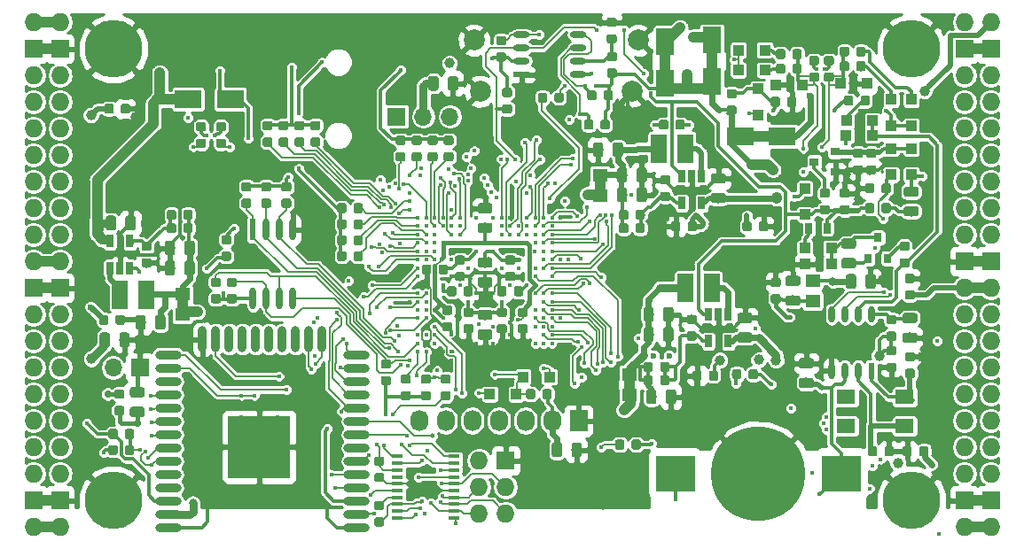
<source format=gbl>
G04 #@! TF.GenerationSoftware,KiCad,Pcbnew,5.0.0+dfsg1-2*
G04 #@! TF.CreationDate,2018-09-16T23:24:56+02:00*
G04 #@! TF.ProjectId,ulx3s,756C7833732E6B696361645F70636200,rev?*
G04 #@! TF.SameCoordinates,Original*
G04 #@! TF.FileFunction,Copper,L4,Bot,Signal*
G04 #@! TF.FilePolarity,Positive*
%FSLAX46Y46*%
G04 Gerber Fmt 4.6, Leading zero omitted, Abs format (unit mm)*
G04 Created by KiCad (PCBNEW 5.0.0+dfsg1-2) date Sun Sep 16 23:24:56 2018*
%MOMM*%
%LPD*%
G01*
G04 APERTURE LIST*
G04 #@! TA.AperFunction,EtchedComponent*
%ADD10C,1.000000*%
G04 #@! TD*
G04 #@! TA.AperFunction,SMDPad,CuDef*
%ADD11O,1.100000X0.400000*%
G04 #@! TD*
G04 #@! TA.AperFunction,SMDPad,CuDef*
%ADD12R,1.100000X0.400000*%
G04 #@! TD*
G04 #@! TA.AperFunction,Conductor*
%ADD13C,0.100000*%
G04 #@! TD*
G04 #@! TA.AperFunction,SMDPad,CuDef*
%ADD14C,0.975000*%
G04 #@! TD*
G04 #@! TA.AperFunction,SMDPad,CuDef*
%ADD15C,0.875000*%
G04 #@! TD*
G04 #@! TA.AperFunction,SMDPad,CuDef*
%ADD16R,0.900000X0.800000*%
G04 #@! TD*
G04 #@! TA.AperFunction,SMDPad,CuDef*
%ADD17R,1.000000X1.000000*%
G04 #@! TD*
G04 #@! TA.AperFunction,SMDPad,CuDef*
%ADD18R,0.700000X1.200000*%
G04 #@! TD*
G04 #@! TA.AperFunction,ComponentPad*
%ADD19C,2.000000*%
G04 #@! TD*
G04 #@! TA.AperFunction,SMDPad,CuDef*
%ADD20R,3.700000X3.500000*%
G04 #@! TD*
G04 #@! TA.AperFunction,BGAPad,CuDef*
%ADD21C,9.000000*%
G04 #@! TD*
G04 #@! TA.AperFunction,SMDPad,CuDef*
%ADD22R,1.800000X1.400000*%
G04 #@! TD*
G04 #@! TA.AperFunction,ComponentPad*
%ADD23R,1.727200X2.032000*%
G04 #@! TD*
G04 #@! TA.AperFunction,ComponentPad*
%ADD24O,1.727200X2.032000*%
G04 #@! TD*
G04 #@! TA.AperFunction,SMDPad,CuDef*
%ADD25R,0.600000X1.550000*%
G04 #@! TD*
G04 #@! TA.AperFunction,SMDPad,CuDef*
%ADD26O,0.600000X1.550000*%
G04 #@! TD*
G04 #@! TA.AperFunction,SMDPad,CuDef*
%ADD27R,1.550000X0.600000*%
G04 #@! TD*
G04 #@! TA.AperFunction,SMDPad,CuDef*
%ADD28O,1.550000X0.600000*%
G04 #@! TD*
G04 #@! TA.AperFunction,SMDPad,CuDef*
%ADD29R,0.600000X2.100000*%
G04 #@! TD*
G04 #@! TA.AperFunction,SMDPad,CuDef*
%ADD30O,0.600000X2.100000*%
G04 #@! TD*
G04 #@! TA.AperFunction,SMDPad,CuDef*
%ADD31O,2.500000X0.900000*%
G04 #@! TD*
G04 #@! TA.AperFunction,SMDPad,CuDef*
%ADD32O,0.900000X2.500000*%
G04 #@! TD*
G04 #@! TA.AperFunction,SMDPad,CuDef*
%ADD33R,6.000000X6.000000*%
G04 #@! TD*
G04 #@! TA.AperFunction,SMDPad,CuDef*
%ADD34R,1.400000X1.295000*%
G04 #@! TD*
G04 #@! TA.AperFunction,SMDPad,CuDef*
%ADD35R,2.500000X1.800000*%
G04 #@! TD*
G04 #@! TA.AperFunction,SMDPad,CuDef*
%ADD36R,1.800000X2.500000*%
G04 #@! TD*
G04 #@! TA.AperFunction,ComponentPad*
%ADD37O,1.727200X1.727200*%
G04 #@! TD*
G04 #@! TA.AperFunction,ComponentPad*
%ADD38R,1.727200X1.727200*%
G04 #@! TD*
G04 #@! TA.AperFunction,ComponentPad*
%ADD39C,5.500000*%
G04 #@! TD*
G04 #@! TA.AperFunction,BGAPad,CuDef*
%ADD40C,0.300000*%
G04 #@! TD*
G04 #@! TA.AperFunction,ComponentPad*
%ADD41R,1.700000X1.700000*%
G04 #@! TD*
G04 #@! TA.AperFunction,ComponentPad*
%ADD42O,1.700000X1.700000*%
G04 #@! TD*
G04 #@! TA.AperFunction,SMDPad,CuDef*
%ADD43R,1.500000X2.700000*%
G04 #@! TD*
G04 #@! TA.AperFunction,SMDPad,CuDef*
%ADD44R,0.670000X1.000000*%
G04 #@! TD*
G04 #@! TA.AperFunction,SMDPad,CuDef*
%ADD45R,0.800000X0.900000*%
G04 #@! TD*
G04 #@! TA.AperFunction,ViaPad*
%ADD46C,2.000000*%
G04 #@! TD*
G04 #@! TA.AperFunction,ViaPad*
%ADD47C,0.419000*%
G04 #@! TD*
G04 #@! TA.AperFunction,ViaPad*
%ADD48C,1.000000*%
G04 #@! TD*
G04 #@! TA.AperFunction,ViaPad*
%ADD49C,0.600000*%
G04 #@! TD*
G04 #@! TA.AperFunction,ViaPad*
%ADD50C,0.800000*%
G04 #@! TD*
G04 #@! TA.AperFunction,ViaPad*
%ADD51C,0.500000*%
G04 #@! TD*
G04 #@! TA.AperFunction,ViaPad*
%ADD52C,0.700000*%
G04 #@! TD*
G04 #@! TA.AperFunction,ViaPad*
%ADD53C,0.454000*%
G04 #@! TD*
G04 #@! TA.AperFunction,Conductor*
%ADD54C,0.300000*%
G04 #@! TD*
G04 #@! TA.AperFunction,Conductor*
%ADD55C,0.400000*%
G04 #@! TD*
G04 #@! TA.AperFunction,Conductor*
%ADD56C,1.000000*%
G04 #@! TD*
G04 #@! TA.AperFunction,Conductor*
%ADD57C,0.600000*%
G04 #@! TD*
G04 #@! TA.AperFunction,Conductor*
%ADD58C,0.127000*%
G04 #@! TD*
G04 #@! TA.AperFunction,Conductor*
%ADD59C,0.190000*%
G04 #@! TD*
G04 #@! TA.AperFunction,Conductor*
%ADD60C,0.500000*%
G04 #@! TD*
G04 #@! TA.AperFunction,Conductor*
%ADD61C,0.700000*%
G04 #@! TD*
G04 #@! TA.AperFunction,Conductor*
%ADD62C,0.800000*%
G04 #@! TD*
G04 #@! TA.AperFunction,Conductor*
%ADD63C,0.200000*%
G04 #@! TD*
G04 #@! TA.AperFunction,Conductor*
%ADD64C,0.254000*%
G04 #@! TD*
G04 APERTURE END LIST*
D10*
G04 #@! TO.C,RP3*
X149472000Y-77311000D02*
X149472000Y-79311000D01*
G04 #@! TO.C,RP2*
X109609000Y-88632000D02*
X109609000Y-90632000D01*
G04 #@! TO.C,RP1*
X152281000Y-96361000D02*
X152281000Y-98361000D01*
G04 #@! TO.C,D9*
X166854000Y-73630000D02*
X162854000Y-73630000D01*
G04 #@! TO.C,D52*
X160155000Y-64391000D02*
X160155000Y-68391000D01*
G04 #@! TO.C,D51*
X155710000Y-68518000D02*
X155710000Y-64518000D01*
G04 #@! TD*
D11*
G04 #@! TO.P,U6,20*
G04 #@! TO.N,FTDI_TXD*
X130135000Y-104215000D03*
G04 #@! TO.P,U6,19*
G04 #@! TO.N,FTDI_nSLEEP*
X130135000Y-104865000D03*
G04 #@! TO.P,U6,18*
G04 #@! TO.N,FTDI_TXDEN*
X130135000Y-105515000D03*
G04 #@! TO.P,U6,17*
G04 #@! TO.N,N/C*
X130135000Y-106165000D03*
G04 #@! TO.P,U6,16*
G04 #@! TO.N,GND*
X130135000Y-106815000D03*
G04 #@! TO.P,U6,15*
G04 #@! TO.N,USB5V*
X130135000Y-107465000D03*
G04 #@! TO.P,U6,14*
G04 #@! TO.N,nRESET*
X130135000Y-108115000D03*
G04 #@! TO.P,U6,13*
G04 #@! TO.N,FT2V5*
X130135000Y-108765000D03*
G04 #@! TO.P,U6,12*
G04 #@! TO.N,USB_FTDI_D-*
X130135000Y-109415000D03*
G04 #@! TO.P,U6,11*
G04 #@! TO.N,USB_FTDI_D+*
X130135000Y-110065000D03*
G04 #@! TO.P,U6,10*
G04 #@! TO.N,FTDI_nTXLED*
X135535000Y-110065000D03*
G04 #@! TO.P,U6,9*
G04 #@! TO.N,JTAG_TDO*
X135535000Y-109415000D03*
G04 #@! TO.P,U6,8*
G04 #@! TO.N,JTAG_TMS*
X135535000Y-108765000D03*
G04 #@! TO.P,U6,7*
G04 #@! TO.N,JTAG_TCK*
X135535000Y-108115000D03*
G04 #@! TO.P,U6,6*
G04 #@! TO.N,GND*
X135535000Y-107465000D03*
G04 #@! TO.P,U6,5*
G04 #@! TO.N,JTAG_TDI*
X135535000Y-106815000D03*
G04 #@! TO.P,U6,4*
G04 #@! TO.N,FTDI_RXD*
X135535000Y-106165000D03*
G04 #@! TO.P,U6,3*
G04 #@! TO.N,FT2V5*
X135535000Y-105515000D03*
G04 #@! TO.P,U6,2*
G04 #@! TO.N,FTDI_nRTS*
X135535000Y-104865000D03*
D12*
G04 #@! TO.P,U6,1*
G04 #@! TO.N,FTDI_nDTR*
X135535000Y-104215000D03*
G04 #@! TD*
D13*
G04 #@! TO.N,GND*
G04 #@! TO.C,C1*
G36*
X104908642Y-81186174D02*
X104932303Y-81189684D01*
X104955507Y-81195496D01*
X104978029Y-81203554D01*
X104999653Y-81213782D01*
X105020170Y-81226079D01*
X105039383Y-81240329D01*
X105057107Y-81256393D01*
X105073171Y-81274117D01*
X105087421Y-81293330D01*
X105099718Y-81313847D01*
X105109946Y-81335471D01*
X105118004Y-81357993D01*
X105123816Y-81381197D01*
X105127326Y-81404858D01*
X105128500Y-81428750D01*
X105128500Y-82341250D01*
X105127326Y-82365142D01*
X105123816Y-82388803D01*
X105118004Y-82412007D01*
X105109946Y-82434529D01*
X105099718Y-82456153D01*
X105087421Y-82476670D01*
X105073171Y-82495883D01*
X105057107Y-82513607D01*
X105039383Y-82529671D01*
X105020170Y-82543921D01*
X104999653Y-82556218D01*
X104978029Y-82566446D01*
X104955507Y-82574504D01*
X104932303Y-82580316D01*
X104908642Y-82583826D01*
X104884750Y-82585000D01*
X104397250Y-82585000D01*
X104373358Y-82583826D01*
X104349697Y-82580316D01*
X104326493Y-82574504D01*
X104303971Y-82566446D01*
X104282347Y-82556218D01*
X104261830Y-82543921D01*
X104242617Y-82529671D01*
X104224893Y-82513607D01*
X104208829Y-82495883D01*
X104194579Y-82476670D01*
X104182282Y-82456153D01*
X104172054Y-82434529D01*
X104163996Y-82412007D01*
X104158184Y-82388803D01*
X104154674Y-82365142D01*
X104153500Y-82341250D01*
X104153500Y-81428750D01*
X104154674Y-81404858D01*
X104158184Y-81381197D01*
X104163996Y-81357993D01*
X104172054Y-81335471D01*
X104182282Y-81313847D01*
X104194579Y-81293330D01*
X104208829Y-81274117D01*
X104224893Y-81256393D01*
X104242617Y-81240329D01*
X104261830Y-81226079D01*
X104282347Y-81213782D01*
X104303971Y-81203554D01*
X104326493Y-81195496D01*
X104349697Y-81189684D01*
X104373358Y-81186174D01*
X104397250Y-81185000D01*
X104884750Y-81185000D01*
X104908642Y-81186174D01*
X104908642Y-81186174D01*
G37*
D14*
G04 #@! TD*
G04 #@! TO.P,C1,2*
G04 #@! TO.N,GND*
X104641000Y-81885000D03*
D13*
G04 #@! TO.N,+5V*
G04 #@! TO.C,C1*
G36*
X103033642Y-81186174D02*
X103057303Y-81189684D01*
X103080507Y-81195496D01*
X103103029Y-81203554D01*
X103124653Y-81213782D01*
X103145170Y-81226079D01*
X103164383Y-81240329D01*
X103182107Y-81256393D01*
X103198171Y-81274117D01*
X103212421Y-81293330D01*
X103224718Y-81313847D01*
X103234946Y-81335471D01*
X103243004Y-81357993D01*
X103248816Y-81381197D01*
X103252326Y-81404858D01*
X103253500Y-81428750D01*
X103253500Y-82341250D01*
X103252326Y-82365142D01*
X103248816Y-82388803D01*
X103243004Y-82412007D01*
X103234946Y-82434529D01*
X103224718Y-82456153D01*
X103212421Y-82476670D01*
X103198171Y-82495883D01*
X103182107Y-82513607D01*
X103164383Y-82529671D01*
X103145170Y-82543921D01*
X103124653Y-82556218D01*
X103103029Y-82566446D01*
X103080507Y-82574504D01*
X103057303Y-82580316D01*
X103033642Y-82583826D01*
X103009750Y-82585000D01*
X102522250Y-82585000D01*
X102498358Y-82583826D01*
X102474697Y-82580316D01*
X102451493Y-82574504D01*
X102428971Y-82566446D01*
X102407347Y-82556218D01*
X102386830Y-82543921D01*
X102367617Y-82529671D01*
X102349893Y-82513607D01*
X102333829Y-82495883D01*
X102319579Y-82476670D01*
X102307282Y-82456153D01*
X102297054Y-82434529D01*
X102288996Y-82412007D01*
X102283184Y-82388803D01*
X102279674Y-82365142D01*
X102278500Y-82341250D01*
X102278500Y-81428750D01*
X102279674Y-81404858D01*
X102283184Y-81381197D01*
X102288996Y-81357993D01*
X102297054Y-81335471D01*
X102307282Y-81313847D01*
X102319579Y-81293330D01*
X102333829Y-81274117D01*
X102349893Y-81256393D01*
X102367617Y-81240329D01*
X102386830Y-81226079D01*
X102407347Y-81213782D01*
X102428971Y-81203554D01*
X102451493Y-81195496D01*
X102474697Y-81189684D01*
X102498358Y-81186174D01*
X102522250Y-81185000D01*
X103009750Y-81185000D01*
X103033642Y-81186174D01*
X103033642Y-81186174D01*
G37*
D14*
G04 #@! TD*
G04 #@! TO.P,C1,1*
G04 #@! TO.N,+5V*
X102766000Y-81885000D03*
D13*
G04 #@! TO.N,FT2V5*
G04 #@! TO.C,R9*
G36*
X128667691Y-110031053D02*
X128688926Y-110034203D01*
X128709750Y-110039419D01*
X128729962Y-110046651D01*
X128749368Y-110055830D01*
X128767781Y-110066866D01*
X128785024Y-110079654D01*
X128800930Y-110094070D01*
X128815346Y-110109976D01*
X128828134Y-110127219D01*
X128839170Y-110145632D01*
X128848349Y-110165038D01*
X128855581Y-110185250D01*
X128860797Y-110206074D01*
X128863947Y-110227309D01*
X128865000Y-110248750D01*
X128865000Y-110686250D01*
X128863947Y-110707691D01*
X128860797Y-110728926D01*
X128855581Y-110749750D01*
X128848349Y-110769962D01*
X128839170Y-110789368D01*
X128828134Y-110807781D01*
X128815346Y-110825024D01*
X128800930Y-110840930D01*
X128785024Y-110855346D01*
X128767781Y-110868134D01*
X128749368Y-110879170D01*
X128729962Y-110888349D01*
X128709750Y-110895581D01*
X128688926Y-110900797D01*
X128667691Y-110903947D01*
X128646250Y-110905000D01*
X128133750Y-110905000D01*
X128112309Y-110903947D01*
X128091074Y-110900797D01*
X128070250Y-110895581D01*
X128050038Y-110888349D01*
X128030632Y-110879170D01*
X128012219Y-110868134D01*
X127994976Y-110855346D01*
X127979070Y-110840930D01*
X127964654Y-110825024D01*
X127951866Y-110807781D01*
X127940830Y-110789368D01*
X127931651Y-110769962D01*
X127924419Y-110749750D01*
X127919203Y-110728926D01*
X127916053Y-110707691D01*
X127915000Y-110686250D01*
X127915000Y-110248750D01*
X127916053Y-110227309D01*
X127919203Y-110206074D01*
X127924419Y-110185250D01*
X127931651Y-110165038D01*
X127940830Y-110145632D01*
X127951866Y-110127219D01*
X127964654Y-110109976D01*
X127979070Y-110094070D01*
X127994976Y-110079654D01*
X128012219Y-110066866D01*
X128030632Y-110055830D01*
X128050038Y-110046651D01*
X128070250Y-110039419D01*
X128091074Y-110034203D01*
X128112309Y-110031053D01*
X128133750Y-110030000D01*
X128646250Y-110030000D01*
X128667691Y-110031053D01*
X128667691Y-110031053D01*
G37*
D15*
G04 #@! TD*
G04 #@! TO.P,R9,2*
G04 #@! TO.N,FT2V5*
X128390000Y-110467500D03*
D13*
G04 #@! TO.N,nRESET*
G04 #@! TO.C,R9*
G36*
X128667691Y-108456053D02*
X128688926Y-108459203D01*
X128709750Y-108464419D01*
X128729962Y-108471651D01*
X128749368Y-108480830D01*
X128767781Y-108491866D01*
X128785024Y-108504654D01*
X128800930Y-108519070D01*
X128815346Y-108534976D01*
X128828134Y-108552219D01*
X128839170Y-108570632D01*
X128848349Y-108590038D01*
X128855581Y-108610250D01*
X128860797Y-108631074D01*
X128863947Y-108652309D01*
X128865000Y-108673750D01*
X128865000Y-109111250D01*
X128863947Y-109132691D01*
X128860797Y-109153926D01*
X128855581Y-109174750D01*
X128848349Y-109194962D01*
X128839170Y-109214368D01*
X128828134Y-109232781D01*
X128815346Y-109250024D01*
X128800930Y-109265930D01*
X128785024Y-109280346D01*
X128767781Y-109293134D01*
X128749368Y-109304170D01*
X128729962Y-109313349D01*
X128709750Y-109320581D01*
X128688926Y-109325797D01*
X128667691Y-109328947D01*
X128646250Y-109330000D01*
X128133750Y-109330000D01*
X128112309Y-109328947D01*
X128091074Y-109325797D01*
X128070250Y-109320581D01*
X128050038Y-109313349D01*
X128030632Y-109304170D01*
X128012219Y-109293134D01*
X127994976Y-109280346D01*
X127979070Y-109265930D01*
X127964654Y-109250024D01*
X127951866Y-109232781D01*
X127940830Y-109214368D01*
X127931651Y-109194962D01*
X127924419Y-109174750D01*
X127919203Y-109153926D01*
X127916053Y-109132691D01*
X127915000Y-109111250D01*
X127915000Y-108673750D01*
X127916053Y-108652309D01*
X127919203Y-108631074D01*
X127924419Y-108610250D01*
X127931651Y-108590038D01*
X127940830Y-108570632D01*
X127951866Y-108552219D01*
X127964654Y-108534976D01*
X127979070Y-108519070D01*
X127994976Y-108504654D01*
X128012219Y-108491866D01*
X128030632Y-108480830D01*
X128050038Y-108471651D01*
X128070250Y-108464419D01*
X128091074Y-108459203D01*
X128112309Y-108456053D01*
X128133750Y-108455000D01*
X128646250Y-108455000D01*
X128667691Y-108456053D01*
X128667691Y-108456053D01*
G37*
D15*
G04 #@! TD*
G04 #@! TO.P,R9,1*
G04 #@! TO.N,nRESET*
X128390000Y-108892500D03*
D13*
G04 #@! TO.N,FTDI_TXDEN*
G04 #@! TO.C,R56*
G36*
X128667691Y-104222053D02*
X128688926Y-104225203D01*
X128709750Y-104230419D01*
X128729962Y-104237651D01*
X128749368Y-104246830D01*
X128767781Y-104257866D01*
X128785024Y-104270654D01*
X128800930Y-104285070D01*
X128815346Y-104300976D01*
X128828134Y-104318219D01*
X128839170Y-104336632D01*
X128848349Y-104356038D01*
X128855581Y-104376250D01*
X128860797Y-104397074D01*
X128863947Y-104418309D01*
X128865000Y-104439750D01*
X128865000Y-104877250D01*
X128863947Y-104898691D01*
X128860797Y-104919926D01*
X128855581Y-104940750D01*
X128848349Y-104960962D01*
X128839170Y-104980368D01*
X128828134Y-104998781D01*
X128815346Y-105016024D01*
X128800930Y-105031930D01*
X128785024Y-105046346D01*
X128767781Y-105059134D01*
X128749368Y-105070170D01*
X128729962Y-105079349D01*
X128709750Y-105086581D01*
X128688926Y-105091797D01*
X128667691Y-105094947D01*
X128646250Y-105096000D01*
X128133750Y-105096000D01*
X128112309Y-105094947D01*
X128091074Y-105091797D01*
X128070250Y-105086581D01*
X128050038Y-105079349D01*
X128030632Y-105070170D01*
X128012219Y-105059134D01*
X127994976Y-105046346D01*
X127979070Y-105031930D01*
X127964654Y-105016024D01*
X127951866Y-104998781D01*
X127940830Y-104980368D01*
X127931651Y-104960962D01*
X127924419Y-104940750D01*
X127919203Y-104919926D01*
X127916053Y-104898691D01*
X127915000Y-104877250D01*
X127915000Y-104439750D01*
X127916053Y-104418309D01*
X127919203Y-104397074D01*
X127924419Y-104376250D01*
X127931651Y-104356038D01*
X127940830Y-104336632D01*
X127951866Y-104318219D01*
X127964654Y-104300976D01*
X127979070Y-104285070D01*
X127994976Y-104270654D01*
X128012219Y-104257866D01*
X128030632Y-104246830D01*
X128050038Y-104237651D01*
X128070250Y-104230419D01*
X128091074Y-104225203D01*
X128112309Y-104222053D01*
X128133750Y-104221000D01*
X128646250Y-104221000D01*
X128667691Y-104222053D01*
X128667691Y-104222053D01*
G37*
D15*
G04 #@! TD*
G04 #@! TO.P,R56,2*
G04 #@! TO.N,FTDI_TXDEN*
X128390000Y-104658500D03*
D13*
G04 #@! TO.N,GND*
G04 #@! TO.C,R56*
G36*
X128667691Y-105797053D02*
X128688926Y-105800203D01*
X128709750Y-105805419D01*
X128729962Y-105812651D01*
X128749368Y-105821830D01*
X128767781Y-105832866D01*
X128785024Y-105845654D01*
X128800930Y-105860070D01*
X128815346Y-105875976D01*
X128828134Y-105893219D01*
X128839170Y-105911632D01*
X128848349Y-105931038D01*
X128855581Y-105951250D01*
X128860797Y-105972074D01*
X128863947Y-105993309D01*
X128865000Y-106014750D01*
X128865000Y-106452250D01*
X128863947Y-106473691D01*
X128860797Y-106494926D01*
X128855581Y-106515750D01*
X128848349Y-106535962D01*
X128839170Y-106555368D01*
X128828134Y-106573781D01*
X128815346Y-106591024D01*
X128800930Y-106606930D01*
X128785024Y-106621346D01*
X128767781Y-106634134D01*
X128749368Y-106645170D01*
X128729962Y-106654349D01*
X128709750Y-106661581D01*
X128688926Y-106666797D01*
X128667691Y-106669947D01*
X128646250Y-106671000D01*
X128133750Y-106671000D01*
X128112309Y-106669947D01*
X128091074Y-106666797D01*
X128070250Y-106661581D01*
X128050038Y-106654349D01*
X128030632Y-106645170D01*
X128012219Y-106634134D01*
X127994976Y-106621346D01*
X127979070Y-106606930D01*
X127964654Y-106591024D01*
X127951866Y-106573781D01*
X127940830Y-106555368D01*
X127931651Y-106535962D01*
X127924419Y-106515750D01*
X127919203Y-106494926D01*
X127916053Y-106473691D01*
X127915000Y-106452250D01*
X127915000Y-106014750D01*
X127916053Y-105993309D01*
X127919203Y-105972074D01*
X127924419Y-105951250D01*
X127931651Y-105931038D01*
X127940830Y-105911632D01*
X127951866Y-105893219D01*
X127964654Y-105875976D01*
X127979070Y-105860070D01*
X127994976Y-105845654D01*
X128012219Y-105832866D01*
X128030632Y-105821830D01*
X128050038Y-105812651D01*
X128070250Y-105805419D01*
X128091074Y-105800203D01*
X128112309Y-105797053D01*
X128133750Y-105796000D01*
X128646250Y-105796000D01*
X128667691Y-105797053D01*
X128667691Y-105797053D01*
G37*
D15*
G04 #@! TD*
G04 #@! TO.P,R56,1*
G04 #@! TO.N,GND*
X128390000Y-106233500D03*
D13*
G04 #@! TO.N,PROG_DONE*
G04 #@! TO.C,R55*
G36*
X135017691Y-97966053D02*
X135038926Y-97969203D01*
X135059750Y-97974419D01*
X135079962Y-97981651D01*
X135099368Y-97990830D01*
X135117781Y-98001866D01*
X135135024Y-98014654D01*
X135150930Y-98029070D01*
X135165346Y-98044976D01*
X135178134Y-98062219D01*
X135189170Y-98080632D01*
X135198349Y-98100038D01*
X135205581Y-98120250D01*
X135210797Y-98141074D01*
X135213947Y-98162309D01*
X135215000Y-98183750D01*
X135215000Y-98621250D01*
X135213947Y-98642691D01*
X135210797Y-98663926D01*
X135205581Y-98684750D01*
X135198349Y-98704962D01*
X135189170Y-98724368D01*
X135178134Y-98742781D01*
X135165346Y-98760024D01*
X135150930Y-98775930D01*
X135135024Y-98790346D01*
X135117781Y-98803134D01*
X135099368Y-98814170D01*
X135079962Y-98823349D01*
X135059750Y-98830581D01*
X135038926Y-98835797D01*
X135017691Y-98838947D01*
X134996250Y-98840000D01*
X134483750Y-98840000D01*
X134462309Y-98838947D01*
X134441074Y-98835797D01*
X134420250Y-98830581D01*
X134400038Y-98823349D01*
X134380632Y-98814170D01*
X134362219Y-98803134D01*
X134344976Y-98790346D01*
X134329070Y-98775930D01*
X134314654Y-98760024D01*
X134301866Y-98742781D01*
X134290830Y-98724368D01*
X134281651Y-98704962D01*
X134274419Y-98684750D01*
X134269203Y-98663926D01*
X134266053Y-98642691D01*
X134265000Y-98621250D01*
X134265000Y-98183750D01*
X134266053Y-98162309D01*
X134269203Y-98141074D01*
X134274419Y-98120250D01*
X134281651Y-98100038D01*
X134290830Y-98080632D01*
X134301866Y-98062219D01*
X134314654Y-98044976D01*
X134329070Y-98029070D01*
X134344976Y-98014654D01*
X134362219Y-98001866D01*
X134380632Y-97990830D01*
X134400038Y-97981651D01*
X134420250Y-97974419D01*
X134441074Y-97969203D01*
X134462309Y-97966053D01*
X134483750Y-97965000D01*
X134996250Y-97965000D01*
X135017691Y-97966053D01*
X135017691Y-97966053D01*
G37*
D15*
G04 #@! TD*
G04 #@! TO.P,R55,2*
G04 #@! TO.N,PROG_DONE*
X134740000Y-98402500D03*
D13*
G04 #@! TO.N,/flash/FPGA_DONE*
G04 #@! TO.C,R55*
G36*
X135017691Y-96391053D02*
X135038926Y-96394203D01*
X135059750Y-96399419D01*
X135079962Y-96406651D01*
X135099368Y-96415830D01*
X135117781Y-96426866D01*
X135135024Y-96439654D01*
X135150930Y-96454070D01*
X135165346Y-96469976D01*
X135178134Y-96487219D01*
X135189170Y-96505632D01*
X135198349Y-96525038D01*
X135205581Y-96545250D01*
X135210797Y-96566074D01*
X135213947Y-96587309D01*
X135215000Y-96608750D01*
X135215000Y-97046250D01*
X135213947Y-97067691D01*
X135210797Y-97088926D01*
X135205581Y-97109750D01*
X135198349Y-97129962D01*
X135189170Y-97149368D01*
X135178134Y-97167781D01*
X135165346Y-97185024D01*
X135150930Y-97200930D01*
X135135024Y-97215346D01*
X135117781Y-97228134D01*
X135099368Y-97239170D01*
X135079962Y-97248349D01*
X135059750Y-97255581D01*
X135038926Y-97260797D01*
X135017691Y-97263947D01*
X134996250Y-97265000D01*
X134483750Y-97265000D01*
X134462309Y-97263947D01*
X134441074Y-97260797D01*
X134420250Y-97255581D01*
X134400038Y-97248349D01*
X134380632Y-97239170D01*
X134362219Y-97228134D01*
X134344976Y-97215346D01*
X134329070Y-97200930D01*
X134314654Y-97185024D01*
X134301866Y-97167781D01*
X134290830Y-97149368D01*
X134281651Y-97129962D01*
X134274419Y-97109750D01*
X134269203Y-97088926D01*
X134266053Y-97067691D01*
X134265000Y-97046250D01*
X134265000Y-96608750D01*
X134266053Y-96587309D01*
X134269203Y-96566074D01*
X134274419Y-96545250D01*
X134281651Y-96525038D01*
X134290830Y-96505632D01*
X134301866Y-96487219D01*
X134314654Y-96469976D01*
X134329070Y-96454070D01*
X134344976Y-96439654D01*
X134362219Y-96426866D01*
X134380632Y-96415830D01*
X134400038Y-96406651D01*
X134420250Y-96399419D01*
X134441074Y-96394203D01*
X134462309Y-96391053D01*
X134483750Y-96390000D01*
X134996250Y-96390000D01*
X135017691Y-96391053D01*
X135017691Y-96391053D01*
G37*
D15*
G04 #@! TD*
G04 #@! TO.P,R55,1*
G04 #@! TO.N,/flash/FPGA_DONE*
X134740000Y-96827500D03*
D13*
G04 #@! TO.N,/flash/FPGA_DONE*
G04 #@! TO.C,R32*
G36*
X133112691Y-96391053D02*
X133133926Y-96394203D01*
X133154750Y-96399419D01*
X133174962Y-96406651D01*
X133194368Y-96415830D01*
X133212781Y-96426866D01*
X133230024Y-96439654D01*
X133245930Y-96454070D01*
X133260346Y-96469976D01*
X133273134Y-96487219D01*
X133284170Y-96505632D01*
X133293349Y-96525038D01*
X133300581Y-96545250D01*
X133305797Y-96566074D01*
X133308947Y-96587309D01*
X133310000Y-96608750D01*
X133310000Y-97046250D01*
X133308947Y-97067691D01*
X133305797Y-97088926D01*
X133300581Y-97109750D01*
X133293349Y-97129962D01*
X133284170Y-97149368D01*
X133273134Y-97167781D01*
X133260346Y-97185024D01*
X133245930Y-97200930D01*
X133230024Y-97215346D01*
X133212781Y-97228134D01*
X133194368Y-97239170D01*
X133174962Y-97248349D01*
X133154750Y-97255581D01*
X133133926Y-97260797D01*
X133112691Y-97263947D01*
X133091250Y-97265000D01*
X132578750Y-97265000D01*
X132557309Y-97263947D01*
X132536074Y-97260797D01*
X132515250Y-97255581D01*
X132495038Y-97248349D01*
X132475632Y-97239170D01*
X132457219Y-97228134D01*
X132439976Y-97215346D01*
X132424070Y-97200930D01*
X132409654Y-97185024D01*
X132396866Y-97167781D01*
X132385830Y-97149368D01*
X132376651Y-97129962D01*
X132369419Y-97109750D01*
X132364203Y-97088926D01*
X132361053Y-97067691D01*
X132360000Y-97046250D01*
X132360000Y-96608750D01*
X132361053Y-96587309D01*
X132364203Y-96566074D01*
X132369419Y-96545250D01*
X132376651Y-96525038D01*
X132385830Y-96505632D01*
X132396866Y-96487219D01*
X132409654Y-96469976D01*
X132424070Y-96454070D01*
X132439976Y-96439654D01*
X132457219Y-96426866D01*
X132475632Y-96415830D01*
X132495038Y-96406651D01*
X132515250Y-96399419D01*
X132536074Y-96394203D01*
X132557309Y-96391053D01*
X132578750Y-96390000D01*
X133091250Y-96390000D01*
X133112691Y-96391053D01*
X133112691Y-96391053D01*
G37*
D15*
G04 #@! TD*
G04 #@! TO.P,R32,2*
G04 #@! TO.N,/flash/FPGA_DONE*
X132835000Y-96827500D03*
D13*
G04 #@! TO.N,+3V3*
G04 #@! TO.C,R32*
G36*
X133112691Y-97966053D02*
X133133926Y-97969203D01*
X133154750Y-97974419D01*
X133174962Y-97981651D01*
X133194368Y-97990830D01*
X133212781Y-98001866D01*
X133230024Y-98014654D01*
X133245930Y-98029070D01*
X133260346Y-98044976D01*
X133273134Y-98062219D01*
X133284170Y-98080632D01*
X133293349Y-98100038D01*
X133300581Y-98120250D01*
X133305797Y-98141074D01*
X133308947Y-98162309D01*
X133310000Y-98183750D01*
X133310000Y-98621250D01*
X133308947Y-98642691D01*
X133305797Y-98663926D01*
X133300581Y-98684750D01*
X133293349Y-98704962D01*
X133284170Y-98724368D01*
X133273134Y-98742781D01*
X133260346Y-98760024D01*
X133245930Y-98775930D01*
X133230024Y-98790346D01*
X133212781Y-98803134D01*
X133194368Y-98814170D01*
X133174962Y-98823349D01*
X133154750Y-98830581D01*
X133133926Y-98835797D01*
X133112691Y-98838947D01*
X133091250Y-98840000D01*
X132578750Y-98840000D01*
X132557309Y-98838947D01*
X132536074Y-98835797D01*
X132515250Y-98830581D01*
X132495038Y-98823349D01*
X132475632Y-98814170D01*
X132457219Y-98803134D01*
X132439976Y-98790346D01*
X132424070Y-98775930D01*
X132409654Y-98760024D01*
X132396866Y-98742781D01*
X132385830Y-98724368D01*
X132376651Y-98704962D01*
X132369419Y-98684750D01*
X132364203Y-98663926D01*
X132361053Y-98642691D01*
X132360000Y-98621250D01*
X132360000Y-98183750D01*
X132361053Y-98162309D01*
X132364203Y-98141074D01*
X132369419Y-98120250D01*
X132376651Y-98100038D01*
X132385830Y-98080632D01*
X132396866Y-98062219D01*
X132409654Y-98044976D01*
X132424070Y-98029070D01*
X132439976Y-98014654D01*
X132457219Y-98001866D01*
X132475632Y-97990830D01*
X132495038Y-97981651D01*
X132515250Y-97974419D01*
X132536074Y-97969203D01*
X132557309Y-97966053D01*
X132578750Y-97965000D01*
X133091250Y-97965000D01*
X133112691Y-97966053D01*
X133112691Y-97966053D01*
G37*
D15*
G04 #@! TD*
G04 #@! TO.P,R32,1*
G04 #@! TO.N,+3V3*
X132835000Y-98402500D03*
D13*
G04 #@! TO.N,/flash/FPGA_INITN*
G04 #@! TO.C,R33*
G36*
X131207691Y-96391053D02*
X131228926Y-96394203D01*
X131249750Y-96399419D01*
X131269962Y-96406651D01*
X131289368Y-96415830D01*
X131307781Y-96426866D01*
X131325024Y-96439654D01*
X131340930Y-96454070D01*
X131355346Y-96469976D01*
X131368134Y-96487219D01*
X131379170Y-96505632D01*
X131388349Y-96525038D01*
X131395581Y-96545250D01*
X131400797Y-96566074D01*
X131403947Y-96587309D01*
X131405000Y-96608750D01*
X131405000Y-97046250D01*
X131403947Y-97067691D01*
X131400797Y-97088926D01*
X131395581Y-97109750D01*
X131388349Y-97129962D01*
X131379170Y-97149368D01*
X131368134Y-97167781D01*
X131355346Y-97185024D01*
X131340930Y-97200930D01*
X131325024Y-97215346D01*
X131307781Y-97228134D01*
X131289368Y-97239170D01*
X131269962Y-97248349D01*
X131249750Y-97255581D01*
X131228926Y-97260797D01*
X131207691Y-97263947D01*
X131186250Y-97265000D01*
X130673750Y-97265000D01*
X130652309Y-97263947D01*
X130631074Y-97260797D01*
X130610250Y-97255581D01*
X130590038Y-97248349D01*
X130570632Y-97239170D01*
X130552219Y-97228134D01*
X130534976Y-97215346D01*
X130519070Y-97200930D01*
X130504654Y-97185024D01*
X130491866Y-97167781D01*
X130480830Y-97149368D01*
X130471651Y-97129962D01*
X130464419Y-97109750D01*
X130459203Y-97088926D01*
X130456053Y-97067691D01*
X130455000Y-97046250D01*
X130455000Y-96608750D01*
X130456053Y-96587309D01*
X130459203Y-96566074D01*
X130464419Y-96545250D01*
X130471651Y-96525038D01*
X130480830Y-96505632D01*
X130491866Y-96487219D01*
X130504654Y-96469976D01*
X130519070Y-96454070D01*
X130534976Y-96439654D01*
X130552219Y-96426866D01*
X130570632Y-96415830D01*
X130590038Y-96406651D01*
X130610250Y-96399419D01*
X130631074Y-96394203D01*
X130652309Y-96391053D01*
X130673750Y-96390000D01*
X131186250Y-96390000D01*
X131207691Y-96391053D01*
X131207691Y-96391053D01*
G37*
D15*
G04 #@! TD*
G04 #@! TO.P,R33,2*
G04 #@! TO.N,/flash/FPGA_INITN*
X130930000Y-96827500D03*
D13*
G04 #@! TO.N,+3V3*
G04 #@! TO.C,R33*
G36*
X131207691Y-97966053D02*
X131228926Y-97969203D01*
X131249750Y-97974419D01*
X131269962Y-97981651D01*
X131289368Y-97990830D01*
X131307781Y-98001866D01*
X131325024Y-98014654D01*
X131340930Y-98029070D01*
X131355346Y-98044976D01*
X131368134Y-98062219D01*
X131379170Y-98080632D01*
X131388349Y-98100038D01*
X131395581Y-98120250D01*
X131400797Y-98141074D01*
X131403947Y-98162309D01*
X131405000Y-98183750D01*
X131405000Y-98621250D01*
X131403947Y-98642691D01*
X131400797Y-98663926D01*
X131395581Y-98684750D01*
X131388349Y-98704962D01*
X131379170Y-98724368D01*
X131368134Y-98742781D01*
X131355346Y-98760024D01*
X131340930Y-98775930D01*
X131325024Y-98790346D01*
X131307781Y-98803134D01*
X131289368Y-98814170D01*
X131269962Y-98823349D01*
X131249750Y-98830581D01*
X131228926Y-98835797D01*
X131207691Y-98838947D01*
X131186250Y-98840000D01*
X130673750Y-98840000D01*
X130652309Y-98838947D01*
X130631074Y-98835797D01*
X130610250Y-98830581D01*
X130590038Y-98823349D01*
X130570632Y-98814170D01*
X130552219Y-98803134D01*
X130534976Y-98790346D01*
X130519070Y-98775930D01*
X130504654Y-98760024D01*
X130491866Y-98742781D01*
X130480830Y-98724368D01*
X130471651Y-98704962D01*
X130464419Y-98684750D01*
X130459203Y-98663926D01*
X130456053Y-98642691D01*
X130455000Y-98621250D01*
X130455000Y-98183750D01*
X130456053Y-98162309D01*
X130459203Y-98141074D01*
X130464419Y-98120250D01*
X130471651Y-98100038D01*
X130480830Y-98080632D01*
X130491866Y-98062219D01*
X130504654Y-98044976D01*
X130519070Y-98029070D01*
X130534976Y-98014654D01*
X130552219Y-98001866D01*
X130570632Y-97990830D01*
X130590038Y-97981651D01*
X130610250Y-97974419D01*
X130631074Y-97969203D01*
X130652309Y-97966053D01*
X130673750Y-97965000D01*
X131186250Y-97965000D01*
X131207691Y-97966053D01*
X131207691Y-97966053D01*
G37*
D15*
G04 #@! TD*
G04 #@! TO.P,R33,1*
G04 #@! TO.N,+3V3*
X130930000Y-98402500D03*
D13*
G04 #@! TO.N,/flash/FLASH_MOSI*
G04 #@! TO.C,R27*
G36*
X129302691Y-94951053D02*
X129323926Y-94954203D01*
X129344750Y-94959419D01*
X129364962Y-94966651D01*
X129384368Y-94975830D01*
X129402781Y-94986866D01*
X129420024Y-94999654D01*
X129435930Y-95014070D01*
X129450346Y-95029976D01*
X129463134Y-95047219D01*
X129474170Y-95065632D01*
X129483349Y-95085038D01*
X129490581Y-95105250D01*
X129495797Y-95126074D01*
X129498947Y-95147309D01*
X129500000Y-95168750D01*
X129500000Y-95606250D01*
X129498947Y-95627691D01*
X129495797Y-95648926D01*
X129490581Y-95669750D01*
X129483349Y-95689962D01*
X129474170Y-95709368D01*
X129463134Y-95727781D01*
X129450346Y-95745024D01*
X129435930Y-95760930D01*
X129420024Y-95775346D01*
X129402781Y-95788134D01*
X129384368Y-95799170D01*
X129364962Y-95808349D01*
X129344750Y-95815581D01*
X129323926Y-95820797D01*
X129302691Y-95823947D01*
X129281250Y-95825000D01*
X128768750Y-95825000D01*
X128747309Y-95823947D01*
X128726074Y-95820797D01*
X128705250Y-95815581D01*
X128685038Y-95808349D01*
X128665632Y-95799170D01*
X128647219Y-95788134D01*
X128629976Y-95775346D01*
X128614070Y-95760930D01*
X128599654Y-95745024D01*
X128586866Y-95727781D01*
X128575830Y-95709368D01*
X128566651Y-95689962D01*
X128559419Y-95669750D01*
X128554203Y-95648926D01*
X128551053Y-95627691D01*
X128550000Y-95606250D01*
X128550000Y-95168750D01*
X128551053Y-95147309D01*
X128554203Y-95126074D01*
X128559419Y-95105250D01*
X128566651Y-95085038D01*
X128575830Y-95065632D01*
X128586866Y-95047219D01*
X128599654Y-95029976D01*
X128614070Y-95014070D01*
X128629976Y-94999654D01*
X128647219Y-94986866D01*
X128665632Y-94975830D01*
X128685038Y-94966651D01*
X128705250Y-94959419D01*
X128726074Y-94954203D01*
X128747309Y-94951053D01*
X128768750Y-94950000D01*
X129281250Y-94950000D01*
X129302691Y-94951053D01*
X129302691Y-94951053D01*
G37*
D15*
G04 #@! TD*
G04 #@! TO.P,R27,2*
G04 #@! TO.N,/flash/FLASH_MOSI*
X129025000Y-95387500D03*
D13*
G04 #@! TO.N,+3V3*
G04 #@! TO.C,R27*
G36*
X129302691Y-96526053D02*
X129323926Y-96529203D01*
X129344750Y-96534419D01*
X129364962Y-96541651D01*
X129384368Y-96550830D01*
X129402781Y-96561866D01*
X129420024Y-96574654D01*
X129435930Y-96589070D01*
X129450346Y-96604976D01*
X129463134Y-96622219D01*
X129474170Y-96640632D01*
X129483349Y-96660038D01*
X129490581Y-96680250D01*
X129495797Y-96701074D01*
X129498947Y-96722309D01*
X129500000Y-96743750D01*
X129500000Y-97181250D01*
X129498947Y-97202691D01*
X129495797Y-97223926D01*
X129490581Y-97244750D01*
X129483349Y-97264962D01*
X129474170Y-97284368D01*
X129463134Y-97302781D01*
X129450346Y-97320024D01*
X129435930Y-97335930D01*
X129420024Y-97350346D01*
X129402781Y-97363134D01*
X129384368Y-97374170D01*
X129364962Y-97383349D01*
X129344750Y-97390581D01*
X129323926Y-97395797D01*
X129302691Y-97398947D01*
X129281250Y-97400000D01*
X128768750Y-97400000D01*
X128747309Y-97398947D01*
X128726074Y-97395797D01*
X128705250Y-97390581D01*
X128685038Y-97383349D01*
X128665632Y-97374170D01*
X128647219Y-97363134D01*
X128629976Y-97350346D01*
X128614070Y-97335930D01*
X128599654Y-97320024D01*
X128586866Y-97302781D01*
X128575830Y-97284368D01*
X128566651Y-97264962D01*
X128559419Y-97244750D01*
X128554203Y-97223926D01*
X128551053Y-97202691D01*
X128550000Y-97181250D01*
X128550000Y-96743750D01*
X128551053Y-96722309D01*
X128554203Y-96701074D01*
X128559419Y-96680250D01*
X128566651Y-96660038D01*
X128575830Y-96640632D01*
X128586866Y-96622219D01*
X128599654Y-96604976D01*
X128614070Y-96589070D01*
X128629976Y-96574654D01*
X128647219Y-96561866D01*
X128665632Y-96550830D01*
X128685038Y-96541651D01*
X128705250Y-96534419D01*
X128726074Y-96529203D01*
X128747309Y-96526053D01*
X128768750Y-96525000D01*
X129281250Y-96525000D01*
X129302691Y-96526053D01*
X129302691Y-96526053D01*
G37*
D15*
G04 #@! TD*
G04 #@! TO.P,R27,1*
G04 #@! TO.N,+3V3*
X129025000Y-96962500D03*
D13*
G04 #@! TO.N,USB_FPGA_D+*
G04 #@! TO.C,R40*
G36*
X168533691Y-65264053D02*
X168554926Y-65267203D01*
X168575750Y-65272419D01*
X168595962Y-65279651D01*
X168615368Y-65288830D01*
X168633781Y-65299866D01*
X168651024Y-65312654D01*
X168666930Y-65327070D01*
X168681346Y-65342976D01*
X168694134Y-65360219D01*
X168705170Y-65378632D01*
X168714349Y-65398038D01*
X168721581Y-65418250D01*
X168726797Y-65439074D01*
X168729947Y-65460309D01*
X168731000Y-65481750D01*
X168731000Y-65994250D01*
X168729947Y-66015691D01*
X168726797Y-66036926D01*
X168721581Y-66057750D01*
X168714349Y-66077962D01*
X168705170Y-66097368D01*
X168694134Y-66115781D01*
X168681346Y-66133024D01*
X168666930Y-66148930D01*
X168651024Y-66163346D01*
X168633781Y-66176134D01*
X168615368Y-66187170D01*
X168595962Y-66196349D01*
X168575750Y-66203581D01*
X168554926Y-66208797D01*
X168533691Y-66211947D01*
X168512250Y-66213000D01*
X168074750Y-66213000D01*
X168053309Y-66211947D01*
X168032074Y-66208797D01*
X168011250Y-66203581D01*
X167991038Y-66196349D01*
X167971632Y-66187170D01*
X167953219Y-66176134D01*
X167935976Y-66163346D01*
X167920070Y-66148930D01*
X167905654Y-66133024D01*
X167892866Y-66115781D01*
X167881830Y-66097368D01*
X167872651Y-66077962D01*
X167865419Y-66057750D01*
X167860203Y-66036926D01*
X167857053Y-66015691D01*
X167856000Y-65994250D01*
X167856000Y-65481750D01*
X167857053Y-65460309D01*
X167860203Y-65439074D01*
X167865419Y-65418250D01*
X167872651Y-65398038D01*
X167881830Y-65378632D01*
X167892866Y-65360219D01*
X167905654Y-65342976D01*
X167920070Y-65327070D01*
X167935976Y-65312654D01*
X167953219Y-65299866D01*
X167971632Y-65288830D01*
X167991038Y-65279651D01*
X168011250Y-65272419D01*
X168032074Y-65267203D01*
X168053309Y-65264053D01*
X168074750Y-65263000D01*
X168512250Y-65263000D01*
X168533691Y-65264053D01*
X168533691Y-65264053D01*
G37*
D15*
G04 #@! TD*
G04 #@! TO.P,R40,2*
G04 #@! TO.N,USB_FPGA_D+*
X168293500Y-65738000D03*
D13*
G04 #@! TO.N,Net-(D24-Pad1)*
G04 #@! TO.C,R40*
G36*
X166958691Y-65264053D02*
X166979926Y-65267203D01*
X167000750Y-65272419D01*
X167020962Y-65279651D01*
X167040368Y-65288830D01*
X167058781Y-65299866D01*
X167076024Y-65312654D01*
X167091930Y-65327070D01*
X167106346Y-65342976D01*
X167119134Y-65360219D01*
X167130170Y-65378632D01*
X167139349Y-65398038D01*
X167146581Y-65418250D01*
X167151797Y-65439074D01*
X167154947Y-65460309D01*
X167156000Y-65481750D01*
X167156000Y-65994250D01*
X167154947Y-66015691D01*
X167151797Y-66036926D01*
X167146581Y-66057750D01*
X167139349Y-66077962D01*
X167130170Y-66097368D01*
X167119134Y-66115781D01*
X167106346Y-66133024D01*
X167091930Y-66148930D01*
X167076024Y-66163346D01*
X167058781Y-66176134D01*
X167040368Y-66187170D01*
X167020962Y-66196349D01*
X167000750Y-66203581D01*
X166979926Y-66208797D01*
X166958691Y-66211947D01*
X166937250Y-66213000D01*
X166499750Y-66213000D01*
X166478309Y-66211947D01*
X166457074Y-66208797D01*
X166436250Y-66203581D01*
X166416038Y-66196349D01*
X166396632Y-66187170D01*
X166378219Y-66176134D01*
X166360976Y-66163346D01*
X166345070Y-66148930D01*
X166330654Y-66133024D01*
X166317866Y-66115781D01*
X166306830Y-66097368D01*
X166297651Y-66077962D01*
X166290419Y-66057750D01*
X166285203Y-66036926D01*
X166282053Y-66015691D01*
X166281000Y-65994250D01*
X166281000Y-65481750D01*
X166282053Y-65460309D01*
X166285203Y-65439074D01*
X166290419Y-65418250D01*
X166297651Y-65398038D01*
X166306830Y-65378632D01*
X166317866Y-65360219D01*
X166330654Y-65342976D01*
X166345070Y-65327070D01*
X166360976Y-65312654D01*
X166378219Y-65299866D01*
X166396632Y-65288830D01*
X166416038Y-65279651D01*
X166436250Y-65272419D01*
X166457074Y-65267203D01*
X166478309Y-65264053D01*
X166499750Y-65263000D01*
X166937250Y-65263000D01*
X166958691Y-65264053D01*
X166958691Y-65264053D01*
G37*
D15*
G04 #@! TD*
G04 #@! TO.P,R40,1*
G04 #@! TO.N,Net-(D24-Pad1)*
X166718500Y-65738000D03*
D13*
G04 #@! TO.N,WIFI_EN*
G04 #@! TO.C,R34*
G36*
X104779691Y-103126053D02*
X104800926Y-103129203D01*
X104821750Y-103134419D01*
X104841962Y-103141651D01*
X104861368Y-103150830D01*
X104879781Y-103161866D01*
X104897024Y-103174654D01*
X104912930Y-103189070D01*
X104927346Y-103204976D01*
X104940134Y-103222219D01*
X104951170Y-103240632D01*
X104960349Y-103260038D01*
X104967581Y-103280250D01*
X104972797Y-103301074D01*
X104975947Y-103322309D01*
X104977000Y-103343750D01*
X104977000Y-103856250D01*
X104975947Y-103877691D01*
X104972797Y-103898926D01*
X104967581Y-103919750D01*
X104960349Y-103939962D01*
X104951170Y-103959368D01*
X104940134Y-103977781D01*
X104927346Y-103995024D01*
X104912930Y-104010930D01*
X104897024Y-104025346D01*
X104879781Y-104038134D01*
X104861368Y-104049170D01*
X104841962Y-104058349D01*
X104821750Y-104065581D01*
X104800926Y-104070797D01*
X104779691Y-104073947D01*
X104758250Y-104075000D01*
X104320750Y-104075000D01*
X104299309Y-104073947D01*
X104278074Y-104070797D01*
X104257250Y-104065581D01*
X104237038Y-104058349D01*
X104217632Y-104049170D01*
X104199219Y-104038134D01*
X104181976Y-104025346D01*
X104166070Y-104010930D01*
X104151654Y-103995024D01*
X104138866Y-103977781D01*
X104127830Y-103959368D01*
X104118651Y-103939962D01*
X104111419Y-103919750D01*
X104106203Y-103898926D01*
X104103053Y-103877691D01*
X104102000Y-103856250D01*
X104102000Y-103343750D01*
X104103053Y-103322309D01*
X104106203Y-103301074D01*
X104111419Y-103280250D01*
X104118651Y-103260038D01*
X104127830Y-103240632D01*
X104138866Y-103222219D01*
X104151654Y-103204976D01*
X104166070Y-103189070D01*
X104181976Y-103174654D01*
X104199219Y-103161866D01*
X104217632Y-103150830D01*
X104237038Y-103141651D01*
X104257250Y-103134419D01*
X104278074Y-103129203D01*
X104299309Y-103126053D01*
X104320750Y-103125000D01*
X104758250Y-103125000D01*
X104779691Y-103126053D01*
X104779691Y-103126053D01*
G37*
D15*
G04 #@! TD*
G04 #@! TO.P,R34,2*
G04 #@! TO.N,WIFI_EN*
X104539500Y-103600000D03*
D13*
G04 #@! TO.N,+3V3*
G04 #@! TO.C,R34*
G36*
X103204691Y-103126053D02*
X103225926Y-103129203D01*
X103246750Y-103134419D01*
X103266962Y-103141651D01*
X103286368Y-103150830D01*
X103304781Y-103161866D01*
X103322024Y-103174654D01*
X103337930Y-103189070D01*
X103352346Y-103204976D01*
X103365134Y-103222219D01*
X103376170Y-103240632D01*
X103385349Y-103260038D01*
X103392581Y-103280250D01*
X103397797Y-103301074D01*
X103400947Y-103322309D01*
X103402000Y-103343750D01*
X103402000Y-103856250D01*
X103400947Y-103877691D01*
X103397797Y-103898926D01*
X103392581Y-103919750D01*
X103385349Y-103939962D01*
X103376170Y-103959368D01*
X103365134Y-103977781D01*
X103352346Y-103995024D01*
X103337930Y-104010930D01*
X103322024Y-104025346D01*
X103304781Y-104038134D01*
X103286368Y-104049170D01*
X103266962Y-104058349D01*
X103246750Y-104065581D01*
X103225926Y-104070797D01*
X103204691Y-104073947D01*
X103183250Y-104075000D01*
X102745750Y-104075000D01*
X102724309Y-104073947D01*
X102703074Y-104070797D01*
X102682250Y-104065581D01*
X102662038Y-104058349D01*
X102642632Y-104049170D01*
X102624219Y-104038134D01*
X102606976Y-104025346D01*
X102591070Y-104010930D01*
X102576654Y-103995024D01*
X102563866Y-103977781D01*
X102552830Y-103959368D01*
X102543651Y-103939962D01*
X102536419Y-103919750D01*
X102531203Y-103898926D01*
X102528053Y-103877691D01*
X102527000Y-103856250D01*
X102527000Y-103343750D01*
X102528053Y-103322309D01*
X102531203Y-103301074D01*
X102536419Y-103280250D01*
X102543651Y-103260038D01*
X102552830Y-103240632D01*
X102563866Y-103222219D01*
X102576654Y-103204976D01*
X102591070Y-103189070D01*
X102606976Y-103174654D01*
X102624219Y-103161866D01*
X102642632Y-103150830D01*
X102662038Y-103141651D01*
X102682250Y-103134419D01*
X102703074Y-103129203D01*
X102724309Y-103126053D01*
X102745750Y-103125000D01*
X103183250Y-103125000D01*
X103204691Y-103126053D01*
X103204691Y-103126053D01*
G37*
D15*
G04 #@! TD*
G04 #@! TO.P,R34,1*
G04 #@! TO.N,+3V3*
X102964500Y-103600000D03*
D13*
G04 #@! TO.N,/wifi/WIFIEN*
G04 #@! TO.C,R35*
G36*
X103204691Y-101586053D02*
X103225926Y-101589203D01*
X103246750Y-101594419D01*
X103266962Y-101601651D01*
X103286368Y-101610830D01*
X103304781Y-101621866D01*
X103322024Y-101634654D01*
X103337930Y-101649070D01*
X103352346Y-101664976D01*
X103365134Y-101682219D01*
X103376170Y-101700632D01*
X103385349Y-101720038D01*
X103392581Y-101740250D01*
X103397797Y-101761074D01*
X103400947Y-101782309D01*
X103402000Y-101803750D01*
X103402000Y-102316250D01*
X103400947Y-102337691D01*
X103397797Y-102358926D01*
X103392581Y-102379750D01*
X103385349Y-102399962D01*
X103376170Y-102419368D01*
X103365134Y-102437781D01*
X103352346Y-102455024D01*
X103337930Y-102470930D01*
X103322024Y-102485346D01*
X103304781Y-102498134D01*
X103286368Y-102509170D01*
X103266962Y-102518349D01*
X103246750Y-102525581D01*
X103225926Y-102530797D01*
X103204691Y-102533947D01*
X103183250Y-102535000D01*
X102745750Y-102535000D01*
X102724309Y-102533947D01*
X102703074Y-102530797D01*
X102682250Y-102525581D01*
X102662038Y-102518349D01*
X102642632Y-102509170D01*
X102624219Y-102498134D01*
X102606976Y-102485346D01*
X102591070Y-102470930D01*
X102576654Y-102455024D01*
X102563866Y-102437781D01*
X102552830Y-102419368D01*
X102543651Y-102399962D01*
X102536419Y-102379750D01*
X102531203Y-102358926D01*
X102528053Y-102337691D01*
X102527000Y-102316250D01*
X102527000Y-101803750D01*
X102528053Y-101782309D01*
X102531203Y-101761074D01*
X102536419Y-101740250D01*
X102543651Y-101720038D01*
X102552830Y-101700632D01*
X102563866Y-101682219D01*
X102576654Y-101664976D01*
X102591070Y-101649070D01*
X102606976Y-101634654D01*
X102624219Y-101621866D01*
X102642632Y-101610830D01*
X102662038Y-101601651D01*
X102682250Y-101594419D01*
X102703074Y-101589203D01*
X102724309Y-101586053D01*
X102745750Y-101585000D01*
X103183250Y-101585000D01*
X103204691Y-101586053D01*
X103204691Y-101586053D01*
G37*
D15*
G04 #@! TD*
G04 #@! TO.P,R35,2*
G04 #@! TO.N,/wifi/WIFIEN*
X102964500Y-102060000D03*
D13*
G04 #@! TO.N,WIFI_EN*
G04 #@! TO.C,R35*
G36*
X104779691Y-101586053D02*
X104800926Y-101589203D01*
X104821750Y-101594419D01*
X104841962Y-101601651D01*
X104861368Y-101610830D01*
X104879781Y-101621866D01*
X104897024Y-101634654D01*
X104912930Y-101649070D01*
X104927346Y-101664976D01*
X104940134Y-101682219D01*
X104951170Y-101700632D01*
X104960349Y-101720038D01*
X104967581Y-101740250D01*
X104972797Y-101761074D01*
X104975947Y-101782309D01*
X104977000Y-101803750D01*
X104977000Y-102316250D01*
X104975947Y-102337691D01*
X104972797Y-102358926D01*
X104967581Y-102379750D01*
X104960349Y-102399962D01*
X104951170Y-102419368D01*
X104940134Y-102437781D01*
X104927346Y-102455024D01*
X104912930Y-102470930D01*
X104897024Y-102485346D01*
X104879781Y-102498134D01*
X104861368Y-102509170D01*
X104841962Y-102518349D01*
X104821750Y-102525581D01*
X104800926Y-102530797D01*
X104779691Y-102533947D01*
X104758250Y-102535000D01*
X104320750Y-102535000D01*
X104299309Y-102533947D01*
X104278074Y-102530797D01*
X104257250Y-102525581D01*
X104237038Y-102518349D01*
X104217632Y-102509170D01*
X104199219Y-102498134D01*
X104181976Y-102485346D01*
X104166070Y-102470930D01*
X104151654Y-102455024D01*
X104138866Y-102437781D01*
X104127830Y-102419368D01*
X104118651Y-102399962D01*
X104111419Y-102379750D01*
X104106203Y-102358926D01*
X104103053Y-102337691D01*
X104102000Y-102316250D01*
X104102000Y-101803750D01*
X104103053Y-101782309D01*
X104106203Y-101761074D01*
X104111419Y-101740250D01*
X104118651Y-101720038D01*
X104127830Y-101700632D01*
X104138866Y-101682219D01*
X104151654Y-101664976D01*
X104166070Y-101649070D01*
X104181976Y-101634654D01*
X104199219Y-101621866D01*
X104217632Y-101610830D01*
X104237038Y-101601651D01*
X104257250Y-101594419D01*
X104278074Y-101589203D01*
X104299309Y-101586053D01*
X104320750Y-101585000D01*
X104758250Y-101585000D01*
X104779691Y-101586053D01*
X104779691Y-101586053D01*
G37*
D15*
G04 #@! TD*
G04 #@! TO.P,R35,1*
G04 #@! TO.N,WIFI_EN*
X104539500Y-102060000D03*
D13*
G04 #@! TO.N,GND*
G04 #@! TO.C,C15*
G36*
X105756142Y-97588174D02*
X105779803Y-97591684D01*
X105803007Y-97597496D01*
X105825529Y-97605554D01*
X105847153Y-97615782D01*
X105867670Y-97628079D01*
X105886883Y-97642329D01*
X105904607Y-97658393D01*
X105920671Y-97676117D01*
X105934921Y-97695330D01*
X105947218Y-97715847D01*
X105957446Y-97737471D01*
X105965504Y-97759993D01*
X105971316Y-97783197D01*
X105974826Y-97806858D01*
X105976000Y-97830750D01*
X105976000Y-98318250D01*
X105974826Y-98342142D01*
X105971316Y-98365803D01*
X105965504Y-98389007D01*
X105957446Y-98411529D01*
X105947218Y-98433153D01*
X105934921Y-98453670D01*
X105920671Y-98472883D01*
X105904607Y-98490607D01*
X105886883Y-98506671D01*
X105867670Y-98520921D01*
X105847153Y-98533218D01*
X105825529Y-98543446D01*
X105803007Y-98551504D01*
X105779803Y-98557316D01*
X105756142Y-98560826D01*
X105732250Y-98562000D01*
X104819750Y-98562000D01*
X104795858Y-98560826D01*
X104772197Y-98557316D01*
X104748993Y-98551504D01*
X104726471Y-98543446D01*
X104704847Y-98533218D01*
X104684330Y-98520921D01*
X104665117Y-98506671D01*
X104647393Y-98490607D01*
X104631329Y-98472883D01*
X104617079Y-98453670D01*
X104604782Y-98433153D01*
X104594554Y-98411529D01*
X104586496Y-98389007D01*
X104580684Y-98365803D01*
X104577174Y-98342142D01*
X104576000Y-98318250D01*
X104576000Y-97830750D01*
X104577174Y-97806858D01*
X104580684Y-97783197D01*
X104586496Y-97759993D01*
X104594554Y-97737471D01*
X104604782Y-97715847D01*
X104617079Y-97695330D01*
X104631329Y-97676117D01*
X104647393Y-97658393D01*
X104665117Y-97642329D01*
X104684330Y-97628079D01*
X104704847Y-97615782D01*
X104726471Y-97605554D01*
X104748993Y-97597496D01*
X104772197Y-97591684D01*
X104795858Y-97588174D01*
X104819750Y-97587000D01*
X105732250Y-97587000D01*
X105756142Y-97588174D01*
X105756142Y-97588174D01*
G37*
D14*
G04 #@! TD*
G04 #@! TO.P,C15,2*
G04 #@! TO.N,GND*
X105276000Y-98074500D03*
D13*
G04 #@! TO.N,/sdcard/SD3V3*
G04 #@! TO.C,C15*
G36*
X105756142Y-99463174D02*
X105779803Y-99466684D01*
X105803007Y-99472496D01*
X105825529Y-99480554D01*
X105847153Y-99490782D01*
X105867670Y-99503079D01*
X105886883Y-99517329D01*
X105904607Y-99533393D01*
X105920671Y-99551117D01*
X105934921Y-99570330D01*
X105947218Y-99590847D01*
X105957446Y-99612471D01*
X105965504Y-99634993D01*
X105971316Y-99658197D01*
X105974826Y-99681858D01*
X105976000Y-99705750D01*
X105976000Y-100193250D01*
X105974826Y-100217142D01*
X105971316Y-100240803D01*
X105965504Y-100264007D01*
X105957446Y-100286529D01*
X105947218Y-100308153D01*
X105934921Y-100328670D01*
X105920671Y-100347883D01*
X105904607Y-100365607D01*
X105886883Y-100381671D01*
X105867670Y-100395921D01*
X105847153Y-100408218D01*
X105825529Y-100418446D01*
X105803007Y-100426504D01*
X105779803Y-100432316D01*
X105756142Y-100435826D01*
X105732250Y-100437000D01*
X104819750Y-100437000D01*
X104795858Y-100435826D01*
X104772197Y-100432316D01*
X104748993Y-100426504D01*
X104726471Y-100418446D01*
X104704847Y-100408218D01*
X104684330Y-100395921D01*
X104665117Y-100381671D01*
X104647393Y-100365607D01*
X104631329Y-100347883D01*
X104617079Y-100328670D01*
X104604782Y-100308153D01*
X104594554Y-100286529D01*
X104586496Y-100264007D01*
X104580684Y-100240803D01*
X104577174Y-100217142D01*
X104576000Y-100193250D01*
X104576000Y-99705750D01*
X104577174Y-99681858D01*
X104580684Y-99658197D01*
X104586496Y-99634993D01*
X104594554Y-99612471D01*
X104604782Y-99590847D01*
X104617079Y-99570330D01*
X104631329Y-99551117D01*
X104647393Y-99533393D01*
X104665117Y-99517329D01*
X104684330Y-99503079D01*
X104704847Y-99490782D01*
X104726471Y-99480554D01*
X104748993Y-99472496D01*
X104772197Y-99466684D01*
X104795858Y-99463174D01*
X104819750Y-99462000D01*
X105732250Y-99462000D01*
X105756142Y-99463174D01*
X105756142Y-99463174D01*
G37*
D14*
G04 #@! TD*
G04 #@! TO.P,C15,1*
G04 #@! TO.N,/sdcard/SD3V3*
X105276000Y-99949500D03*
D13*
G04 #@! TO.N,+3V3*
G04 #@! TO.C,R38*
G36*
X103854191Y-97806053D02*
X103875426Y-97809203D01*
X103896250Y-97814419D01*
X103916462Y-97821651D01*
X103935868Y-97830830D01*
X103954281Y-97841866D01*
X103971524Y-97854654D01*
X103987430Y-97869070D01*
X104001846Y-97884976D01*
X104014634Y-97902219D01*
X104025670Y-97920632D01*
X104034849Y-97940038D01*
X104042081Y-97960250D01*
X104047297Y-97981074D01*
X104050447Y-98002309D01*
X104051500Y-98023750D01*
X104051500Y-98461250D01*
X104050447Y-98482691D01*
X104047297Y-98503926D01*
X104042081Y-98524750D01*
X104034849Y-98544962D01*
X104025670Y-98564368D01*
X104014634Y-98582781D01*
X104001846Y-98600024D01*
X103987430Y-98615930D01*
X103971524Y-98630346D01*
X103954281Y-98643134D01*
X103935868Y-98654170D01*
X103916462Y-98663349D01*
X103896250Y-98670581D01*
X103875426Y-98675797D01*
X103854191Y-98678947D01*
X103832750Y-98680000D01*
X103320250Y-98680000D01*
X103298809Y-98678947D01*
X103277574Y-98675797D01*
X103256750Y-98670581D01*
X103236538Y-98663349D01*
X103217132Y-98654170D01*
X103198719Y-98643134D01*
X103181476Y-98630346D01*
X103165570Y-98615930D01*
X103151154Y-98600024D01*
X103138366Y-98582781D01*
X103127330Y-98564368D01*
X103118151Y-98544962D01*
X103110919Y-98524750D01*
X103105703Y-98503926D01*
X103102553Y-98482691D01*
X103101500Y-98461250D01*
X103101500Y-98023750D01*
X103102553Y-98002309D01*
X103105703Y-97981074D01*
X103110919Y-97960250D01*
X103118151Y-97940038D01*
X103127330Y-97920632D01*
X103138366Y-97902219D01*
X103151154Y-97884976D01*
X103165570Y-97869070D01*
X103181476Y-97854654D01*
X103198719Y-97841866D01*
X103217132Y-97830830D01*
X103236538Y-97821651D01*
X103256750Y-97814419D01*
X103277574Y-97809203D01*
X103298809Y-97806053D01*
X103320250Y-97805000D01*
X103832750Y-97805000D01*
X103854191Y-97806053D01*
X103854191Y-97806053D01*
G37*
D15*
G04 #@! TD*
G04 #@! TO.P,R38,2*
G04 #@! TO.N,+3V3*
X103576500Y-98242500D03*
D13*
G04 #@! TO.N,/sdcard/SD3V3*
G04 #@! TO.C,R38*
G36*
X103854191Y-99381053D02*
X103875426Y-99384203D01*
X103896250Y-99389419D01*
X103916462Y-99396651D01*
X103935868Y-99405830D01*
X103954281Y-99416866D01*
X103971524Y-99429654D01*
X103987430Y-99444070D01*
X104001846Y-99459976D01*
X104014634Y-99477219D01*
X104025670Y-99495632D01*
X104034849Y-99515038D01*
X104042081Y-99535250D01*
X104047297Y-99556074D01*
X104050447Y-99577309D01*
X104051500Y-99598750D01*
X104051500Y-100036250D01*
X104050447Y-100057691D01*
X104047297Y-100078926D01*
X104042081Y-100099750D01*
X104034849Y-100119962D01*
X104025670Y-100139368D01*
X104014634Y-100157781D01*
X104001846Y-100175024D01*
X103987430Y-100190930D01*
X103971524Y-100205346D01*
X103954281Y-100218134D01*
X103935868Y-100229170D01*
X103916462Y-100238349D01*
X103896250Y-100245581D01*
X103875426Y-100250797D01*
X103854191Y-100253947D01*
X103832750Y-100255000D01*
X103320250Y-100255000D01*
X103298809Y-100253947D01*
X103277574Y-100250797D01*
X103256750Y-100245581D01*
X103236538Y-100238349D01*
X103217132Y-100229170D01*
X103198719Y-100218134D01*
X103181476Y-100205346D01*
X103165570Y-100190930D01*
X103151154Y-100175024D01*
X103138366Y-100157781D01*
X103127330Y-100139368D01*
X103118151Y-100119962D01*
X103110919Y-100099750D01*
X103105703Y-100078926D01*
X103102553Y-100057691D01*
X103101500Y-100036250D01*
X103101500Y-99598750D01*
X103102553Y-99577309D01*
X103105703Y-99556074D01*
X103110919Y-99535250D01*
X103118151Y-99515038D01*
X103127330Y-99495632D01*
X103138366Y-99477219D01*
X103151154Y-99459976D01*
X103165570Y-99444070D01*
X103181476Y-99429654D01*
X103198719Y-99416866D01*
X103217132Y-99405830D01*
X103236538Y-99396651D01*
X103256750Y-99389419D01*
X103277574Y-99384203D01*
X103298809Y-99381053D01*
X103320250Y-99380000D01*
X103832750Y-99380000D01*
X103854191Y-99381053D01*
X103854191Y-99381053D01*
G37*
D15*
G04 #@! TD*
G04 #@! TO.P,R38,1*
G04 #@! TO.N,/sdcard/SD3V3*
X103576500Y-99817500D03*
D13*
G04 #@! TO.N,GND*
G04 #@! TO.C,C21*
G36*
X104322142Y-92362174D02*
X104345803Y-92365684D01*
X104369007Y-92371496D01*
X104391529Y-92379554D01*
X104413153Y-92389782D01*
X104433670Y-92402079D01*
X104452883Y-92416329D01*
X104470607Y-92432393D01*
X104486671Y-92450117D01*
X104500921Y-92469330D01*
X104513218Y-92489847D01*
X104523446Y-92511471D01*
X104531504Y-92533993D01*
X104537316Y-92557197D01*
X104540826Y-92580858D01*
X104542000Y-92604750D01*
X104542000Y-93517250D01*
X104540826Y-93541142D01*
X104537316Y-93564803D01*
X104531504Y-93588007D01*
X104523446Y-93610529D01*
X104513218Y-93632153D01*
X104500921Y-93652670D01*
X104486671Y-93671883D01*
X104470607Y-93689607D01*
X104452883Y-93705671D01*
X104433670Y-93719921D01*
X104413153Y-93732218D01*
X104391529Y-93742446D01*
X104369007Y-93750504D01*
X104345803Y-93756316D01*
X104322142Y-93759826D01*
X104298250Y-93761000D01*
X103810750Y-93761000D01*
X103786858Y-93759826D01*
X103763197Y-93756316D01*
X103739993Y-93750504D01*
X103717471Y-93742446D01*
X103695847Y-93732218D01*
X103675330Y-93719921D01*
X103656117Y-93705671D01*
X103638393Y-93689607D01*
X103622329Y-93671883D01*
X103608079Y-93652670D01*
X103595782Y-93632153D01*
X103585554Y-93610529D01*
X103577496Y-93588007D01*
X103571684Y-93564803D01*
X103568174Y-93541142D01*
X103567000Y-93517250D01*
X103567000Y-92604750D01*
X103568174Y-92580858D01*
X103571684Y-92557197D01*
X103577496Y-92533993D01*
X103585554Y-92511471D01*
X103595782Y-92489847D01*
X103608079Y-92469330D01*
X103622329Y-92450117D01*
X103638393Y-92432393D01*
X103656117Y-92416329D01*
X103675330Y-92402079D01*
X103695847Y-92389782D01*
X103717471Y-92379554D01*
X103739993Y-92371496D01*
X103763197Y-92365684D01*
X103786858Y-92362174D01*
X103810750Y-92361000D01*
X104298250Y-92361000D01*
X104322142Y-92362174D01*
X104322142Y-92362174D01*
G37*
D14*
G04 #@! TD*
G04 #@! TO.P,C21,2*
G04 #@! TO.N,GND*
X104054500Y-93061000D03*
D13*
G04 #@! TO.N,+3V3*
G04 #@! TO.C,C21*
G36*
X102447142Y-92362174D02*
X102470803Y-92365684D01*
X102494007Y-92371496D01*
X102516529Y-92379554D01*
X102538153Y-92389782D01*
X102558670Y-92402079D01*
X102577883Y-92416329D01*
X102595607Y-92432393D01*
X102611671Y-92450117D01*
X102625921Y-92469330D01*
X102638218Y-92489847D01*
X102648446Y-92511471D01*
X102656504Y-92533993D01*
X102662316Y-92557197D01*
X102665826Y-92580858D01*
X102667000Y-92604750D01*
X102667000Y-93517250D01*
X102665826Y-93541142D01*
X102662316Y-93564803D01*
X102656504Y-93588007D01*
X102648446Y-93610529D01*
X102638218Y-93632153D01*
X102625921Y-93652670D01*
X102611671Y-93671883D01*
X102595607Y-93689607D01*
X102577883Y-93705671D01*
X102558670Y-93719921D01*
X102538153Y-93732218D01*
X102516529Y-93742446D01*
X102494007Y-93750504D01*
X102470803Y-93756316D01*
X102447142Y-93759826D01*
X102423250Y-93761000D01*
X101935750Y-93761000D01*
X101911858Y-93759826D01*
X101888197Y-93756316D01*
X101864993Y-93750504D01*
X101842471Y-93742446D01*
X101820847Y-93732218D01*
X101800330Y-93719921D01*
X101781117Y-93705671D01*
X101763393Y-93689607D01*
X101747329Y-93671883D01*
X101733079Y-93652670D01*
X101720782Y-93632153D01*
X101710554Y-93610529D01*
X101702496Y-93588007D01*
X101696684Y-93564803D01*
X101693174Y-93541142D01*
X101692000Y-93517250D01*
X101692000Y-92604750D01*
X101693174Y-92580858D01*
X101696684Y-92557197D01*
X101702496Y-92533993D01*
X101710554Y-92511471D01*
X101720782Y-92489847D01*
X101733079Y-92469330D01*
X101747329Y-92450117D01*
X101763393Y-92432393D01*
X101781117Y-92416329D01*
X101800330Y-92402079D01*
X101820847Y-92389782D01*
X101842471Y-92379554D01*
X101864993Y-92371496D01*
X101888197Y-92365684D01*
X101911858Y-92362174D01*
X101935750Y-92361000D01*
X102423250Y-92361000D01*
X102447142Y-92362174D01*
X102447142Y-92362174D01*
G37*
D14*
G04 #@! TD*
G04 #@! TO.P,C21,1*
G04 #@! TO.N,+3V3*
X102179500Y-93061000D03*
D13*
G04 #@! TO.N,GND*
G04 #@! TO.C,C49*
G36*
X103890691Y-90682053D02*
X103911926Y-90685203D01*
X103932750Y-90690419D01*
X103952962Y-90697651D01*
X103972368Y-90706830D01*
X103990781Y-90717866D01*
X104008024Y-90730654D01*
X104023930Y-90745070D01*
X104038346Y-90760976D01*
X104051134Y-90778219D01*
X104062170Y-90796632D01*
X104071349Y-90816038D01*
X104078581Y-90836250D01*
X104083797Y-90857074D01*
X104086947Y-90878309D01*
X104088000Y-90899750D01*
X104088000Y-91412250D01*
X104086947Y-91433691D01*
X104083797Y-91454926D01*
X104078581Y-91475750D01*
X104071349Y-91495962D01*
X104062170Y-91515368D01*
X104051134Y-91533781D01*
X104038346Y-91551024D01*
X104023930Y-91566930D01*
X104008024Y-91581346D01*
X103990781Y-91594134D01*
X103972368Y-91605170D01*
X103952962Y-91614349D01*
X103932750Y-91621581D01*
X103911926Y-91626797D01*
X103890691Y-91629947D01*
X103869250Y-91631000D01*
X103431750Y-91631000D01*
X103410309Y-91629947D01*
X103389074Y-91626797D01*
X103368250Y-91621581D01*
X103348038Y-91614349D01*
X103328632Y-91605170D01*
X103310219Y-91594134D01*
X103292976Y-91581346D01*
X103277070Y-91566930D01*
X103262654Y-91551024D01*
X103249866Y-91533781D01*
X103238830Y-91515368D01*
X103229651Y-91495962D01*
X103222419Y-91475750D01*
X103217203Y-91454926D01*
X103214053Y-91433691D01*
X103213000Y-91412250D01*
X103213000Y-90899750D01*
X103214053Y-90878309D01*
X103217203Y-90857074D01*
X103222419Y-90836250D01*
X103229651Y-90816038D01*
X103238830Y-90796632D01*
X103249866Y-90778219D01*
X103262654Y-90760976D01*
X103277070Y-90745070D01*
X103292976Y-90730654D01*
X103310219Y-90717866D01*
X103328632Y-90706830D01*
X103348038Y-90697651D01*
X103368250Y-90690419D01*
X103389074Y-90685203D01*
X103410309Y-90682053D01*
X103431750Y-90681000D01*
X103869250Y-90681000D01*
X103890691Y-90682053D01*
X103890691Y-90682053D01*
G37*
D15*
G04 #@! TD*
G04 #@! TO.P,C49,2*
G04 #@! TO.N,GND*
X103650500Y-91156000D03*
D13*
G04 #@! TO.N,2V5_3V3*
G04 #@! TO.C,C49*
G36*
X102315691Y-90682053D02*
X102336926Y-90685203D01*
X102357750Y-90690419D01*
X102377962Y-90697651D01*
X102397368Y-90706830D01*
X102415781Y-90717866D01*
X102433024Y-90730654D01*
X102448930Y-90745070D01*
X102463346Y-90760976D01*
X102476134Y-90778219D01*
X102487170Y-90796632D01*
X102496349Y-90816038D01*
X102503581Y-90836250D01*
X102508797Y-90857074D01*
X102511947Y-90878309D01*
X102513000Y-90899750D01*
X102513000Y-91412250D01*
X102511947Y-91433691D01*
X102508797Y-91454926D01*
X102503581Y-91475750D01*
X102496349Y-91495962D01*
X102487170Y-91515368D01*
X102476134Y-91533781D01*
X102463346Y-91551024D01*
X102448930Y-91566930D01*
X102433024Y-91581346D01*
X102415781Y-91594134D01*
X102397368Y-91605170D01*
X102377962Y-91614349D01*
X102357750Y-91621581D01*
X102336926Y-91626797D01*
X102315691Y-91629947D01*
X102294250Y-91631000D01*
X101856750Y-91631000D01*
X101835309Y-91629947D01*
X101814074Y-91626797D01*
X101793250Y-91621581D01*
X101773038Y-91614349D01*
X101753632Y-91605170D01*
X101735219Y-91594134D01*
X101717976Y-91581346D01*
X101702070Y-91566930D01*
X101687654Y-91551024D01*
X101674866Y-91533781D01*
X101663830Y-91515368D01*
X101654651Y-91495962D01*
X101647419Y-91475750D01*
X101642203Y-91454926D01*
X101639053Y-91433691D01*
X101638000Y-91412250D01*
X101638000Y-90899750D01*
X101639053Y-90878309D01*
X101642203Y-90857074D01*
X101647419Y-90836250D01*
X101654651Y-90816038D01*
X101663830Y-90796632D01*
X101674866Y-90778219D01*
X101687654Y-90760976D01*
X101702070Y-90745070D01*
X101717976Y-90730654D01*
X101735219Y-90717866D01*
X101753632Y-90706830D01*
X101773038Y-90697651D01*
X101793250Y-90690419D01*
X101814074Y-90685203D01*
X101835309Y-90682053D01*
X101856750Y-90681000D01*
X102294250Y-90681000D01*
X102315691Y-90682053D01*
X102315691Y-90682053D01*
G37*
D15*
G04 #@! TD*
G04 #@! TO.P,C49,1*
G04 #@! TO.N,2V5_3V3*
X102075500Y-91156000D03*
D13*
G04 #@! TO.N,GND*
G04 #@! TO.C,C23*
G36*
X105876142Y-90693174D02*
X105899803Y-90696684D01*
X105923007Y-90702496D01*
X105945529Y-90710554D01*
X105967153Y-90720782D01*
X105987670Y-90733079D01*
X106006883Y-90747329D01*
X106024607Y-90763393D01*
X106040671Y-90781117D01*
X106054921Y-90800330D01*
X106067218Y-90820847D01*
X106077446Y-90842471D01*
X106085504Y-90864993D01*
X106091316Y-90888197D01*
X106094826Y-90911858D01*
X106096000Y-90935750D01*
X106096000Y-91848250D01*
X106094826Y-91872142D01*
X106091316Y-91895803D01*
X106085504Y-91919007D01*
X106077446Y-91941529D01*
X106067218Y-91963153D01*
X106054921Y-91983670D01*
X106040671Y-92002883D01*
X106024607Y-92020607D01*
X106006883Y-92036671D01*
X105987670Y-92050921D01*
X105967153Y-92063218D01*
X105945529Y-92073446D01*
X105923007Y-92081504D01*
X105899803Y-92087316D01*
X105876142Y-92090826D01*
X105852250Y-92092000D01*
X105364750Y-92092000D01*
X105340858Y-92090826D01*
X105317197Y-92087316D01*
X105293993Y-92081504D01*
X105271471Y-92073446D01*
X105249847Y-92063218D01*
X105229330Y-92050921D01*
X105210117Y-92036671D01*
X105192393Y-92020607D01*
X105176329Y-92002883D01*
X105162079Y-91983670D01*
X105149782Y-91963153D01*
X105139554Y-91941529D01*
X105131496Y-91919007D01*
X105125684Y-91895803D01*
X105122174Y-91872142D01*
X105121000Y-91848250D01*
X105121000Y-90935750D01*
X105122174Y-90911858D01*
X105125684Y-90888197D01*
X105131496Y-90864993D01*
X105139554Y-90842471D01*
X105149782Y-90820847D01*
X105162079Y-90800330D01*
X105176329Y-90781117D01*
X105192393Y-90763393D01*
X105210117Y-90747329D01*
X105229330Y-90733079D01*
X105249847Y-90720782D01*
X105271471Y-90710554D01*
X105293993Y-90702496D01*
X105317197Y-90696684D01*
X105340858Y-90693174D01*
X105364750Y-90692000D01*
X105852250Y-90692000D01*
X105876142Y-90693174D01*
X105876142Y-90693174D01*
G37*
D14*
G04 #@! TD*
G04 #@! TO.P,C23,2*
G04 #@! TO.N,GND*
X105608500Y-91392000D03*
D13*
G04 #@! TO.N,/power/P2V5*
G04 #@! TO.C,C23*
G36*
X107751142Y-90693174D02*
X107774803Y-90696684D01*
X107798007Y-90702496D01*
X107820529Y-90710554D01*
X107842153Y-90720782D01*
X107862670Y-90733079D01*
X107881883Y-90747329D01*
X107899607Y-90763393D01*
X107915671Y-90781117D01*
X107929921Y-90800330D01*
X107942218Y-90820847D01*
X107952446Y-90842471D01*
X107960504Y-90864993D01*
X107966316Y-90888197D01*
X107969826Y-90911858D01*
X107971000Y-90935750D01*
X107971000Y-91848250D01*
X107969826Y-91872142D01*
X107966316Y-91895803D01*
X107960504Y-91919007D01*
X107952446Y-91941529D01*
X107942218Y-91963153D01*
X107929921Y-91983670D01*
X107915671Y-92002883D01*
X107899607Y-92020607D01*
X107881883Y-92036671D01*
X107862670Y-92050921D01*
X107842153Y-92063218D01*
X107820529Y-92073446D01*
X107798007Y-92081504D01*
X107774803Y-92087316D01*
X107751142Y-92090826D01*
X107727250Y-92092000D01*
X107239750Y-92092000D01*
X107215858Y-92090826D01*
X107192197Y-92087316D01*
X107168993Y-92081504D01*
X107146471Y-92073446D01*
X107124847Y-92063218D01*
X107104330Y-92050921D01*
X107085117Y-92036671D01*
X107067393Y-92020607D01*
X107051329Y-92002883D01*
X107037079Y-91983670D01*
X107024782Y-91963153D01*
X107014554Y-91941529D01*
X107006496Y-91919007D01*
X107000684Y-91895803D01*
X106997174Y-91872142D01*
X106996000Y-91848250D01*
X106996000Y-90935750D01*
X106997174Y-90911858D01*
X107000684Y-90888197D01*
X107006496Y-90864993D01*
X107014554Y-90842471D01*
X107024782Y-90820847D01*
X107037079Y-90800330D01*
X107051329Y-90781117D01*
X107067393Y-90763393D01*
X107085117Y-90747329D01*
X107104330Y-90733079D01*
X107124847Y-90720782D01*
X107146471Y-90710554D01*
X107168993Y-90702496D01*
X107192197Y-90696684D01*
X107215858Y-90693174D01*
X107239750Y-90692000D01*
X107727250Y-90692000D01*
X107751142Y-90693174D01*
X107751142Y-90693174D01*
G37*
D14*
G04 #@! TD*
G04 #@! TO.P,C23,1*
G04 #@! TO.N,/power/P2V5*
X107483500Y-91392000D03*
D13*
G04 #@! TO.N,/power/FB2*
G04 #@! TO.C,RB2*
G36*
X106442691Y-83691053D02*
X106463926Y-83694203D01*
X106484750Y-83699419D01*
X106504962Y-83706651D01*
X106524368Y-83715830D01*
X106542781Y-83726866D01*
X106560024Y-83739654D01*
X106575930Y-83754070D01*
X106590346Y-83769976D01*
X106603134Y-83787219D01*
X106614170Y-83805632D01*
X106623349Y-83825038D01*
X106630581Y-83845250D01*
X106635797Y-83866074D01*
X106638947Y-83887309D01*
X106640000Y-83908750D01*
X106640000Y-84346250D01*
X106638947Y-84367691D01*
X106635797Y-84388926D01*
X106630581Y-84409750D01*
X106623349Y-84429962D01*
X106614170Y-84449368D01*
X106603134Y-84467781D01*
X106590346Y-84485024D01*
X106575930Y-84500930D01*
X106560024Y-84515346D01*
X106542781Y-84528134D01*
X106524368Y-84539170D01*
X106504962Y-84548349D01*
X106484750Y-84555581D01*
X106463926Y-84560797D01*
X106442691Y-84563947D01*
X106421250Y-84565000D01*
X105908750Y-84565000D01*
X105887309Y-84563947D01*
X105866074Y-84560797D01*
X105845250Y-84555581D01*
X105825038Y-84548349D01*
X105805632Y-84539170D01*
X105787219Y-84528134D01*
X105769976Y-84515346D01*
X105754070Y-84500930D01*
X105739654Y-84485024D01*
X105726866Y-84467781D01*
X105715830Y-84449368D01*
X105706651Y-84429962D01*
X105699419Y-84409750D01*
X105694203Y-84388926D01*
X105691053Y-84367691D01*
X105690000Y-84346250D01*
X105690000Y-83908750D01*
X105691053Y-83887309D01*
X105694203Y-83866074D01*
X105699419Y-83845250D01*
X105706651Y-83825038D01*
X105715830Y-83805632D01*
X105726866Y-83787219D01*
X105739654Y-83769976D01*
X105754070Y-83754070D01*
X105769976Y-83739654D01*
X105787219Y-83726866D01*
X105805632Y-83715830D01*
X105825038Y-83706651D01*
X105845250Y-83699419D01*
X105866074Y-83694203D01*
X105887309Y-83691053D01*
X105908750Y-83690000D01*
X106421250Y-83690000D01*
X106442691Y-83691053D01*
X106442691Y-83691053D01*
G37*
D15*
G04 #@! TD*
G04 #@! TO.P,RB2,2*
G04 #@! TO.N,/power/FB2*
X106165000Y-84127500D03*
D13*
G04 #@! TO.N,GND*
G04 #@! TO.C,RB2*
G36*
X106442691Y-85266053D02*
X106463926Y-85269203D01*
X106484750Y-85274419D01*
X106504962Y-85281651D01*
X106524368Y-85290830D01*
X106542781Y-85301866D01*
X106560024Y-85314654D01*
X106575930Y-85329070D01*
X106590346Y-85344976D01*
X106603134Y-85362219D01*
X106614170Y-85380632D01*
X106623349Y-85400038D01*
X106630581Y-85420250D01*
X106635797Y-85441074D01*
X106638947Y-85462309D01*
X106640000Y-85483750D01*
X106640000Y-85921250D01*
X106638947Y-85942691D01*
X106635797Y-85963926D01*
X106630581Y-85984750D01*
X106623349Y-86004962D01*
X106614170Y-86024368D01*
X106603134Y-86042781D01*
X106590346Y-86060024D01*
X106575930Y-86075930D01*
X106560024Y-86090346D01*
X106542781Y-86103134D01*
X106524368Y-86114170D01*
X106504962Y-86123349D01*
X106484750Y-86130581D01*
X106463926Y-86135797D01*
X106442691Y-86138947D01*
X106421250Y-86140000D01*
X105908750Y-86140000D01*
X105887309Y-86138947D01*
X105866074Y-86135797D01*
X105845250Y-86130581D01*
X105825038Y-86123349D01*
X105805632Y-86114170D01*
X105787219Y-86103134D01*
X105769976Y-86090346D01*
X105754070Y-86075930D01*
X105739654Y-86060024D01*
X105726866Y-86042781D01*
X105715830Y-86024368D01*
X105706651Y-86004962D01*
X105699419Y-85984750D01*
X105694203Y-85963926D01*
X105691053Y-85942691D01*
X105690000Y-85921250D01*
X105690000Y-85483750D01*
X105691053Y-85462309D01*
X105694203Y-85441074D01*
X105699419Y-85420250D01*
X105706651Y-85400038D01*
X105715830Y-85380632D01*
X105726866Y-85362219D01*
X105739654Y-85344976D01*
X105754070Y-85329070D01*
X105769976Y-85314654D01*
X105787219Y-85301866D01*
X105805632Y-85290830D01*
X105825038Y-85281651D01*
X105845250Y-85274419D01*
X105866074Y-85269203D01*
X105887309Y-85266053D01*
X105908750Y-85265000D01*
X106421250Y-85265000D01*
X106442691Y-85266053D01*
X106442691Y-85266053D01*
G37*
D15*
G04 #@! TD*
G04 #@! TO.P,RB2,1*
G04 #@! TO.N,GND*
X106165000Y-85702500D03*
D13*
G04 #@! TO.N,GND*
G04 #@! TO.C,C12*
G36*
X108670142Y-85486174D02*
X108693803Y-85489684D01*
X108717007Y-85495496D01*
X108739529Y-85503554D01*
X108761153Y-85513782D01*
X108781670Y-85526079D01*
X108800883Y-85540329D01*
X108818607Y-85556393D01*
X108834671Y-85574117D01*
X108848921Y-85593330D01*
X108861218Y-85613847D01*
X108871446Y-85635471D01*
X108879504Y-85657993D01*
X108885316Y-85681197D01*
X108888826Y-85704858D01*
X108890000Y-85728750D01*
X108890000Y-86641250D01*
X108888826Y-86665142D01*
X108885316Y-86688803D01*
X108879504Y-86712007D01*
X108871446Y-86734529D01*
X108861218Y-86756153D01*
X108848921Y-86776670D01*
X108834671Y-86795883D01*
X108818607Y-86813607D01*
X108800883Y-86829671D01*
X108781670Y-86843921D01*
X108761153Y-86856218D01*
X108739529Y-86866446D01*
X108717007Y-86874504D01*
X108693803Y-86880316D01*
X108670142Y-86883826D01*
X108646250Y-86885000D01*
X108158750Y-86885000D01*
X108134858Y-86883826D01*
X108111197Y-86880316D01*
X108087993Y-86874504D01*
X108065471Y-86866446D01*
X108043847Y-86856218D01*
X108023330Y-86843921D01*
X108004117Y-86829671D01*
X107986393Y-86813607D01*
X107970329Y-86795883D01*
X107956079Y-86776670D01*
X107943782Y-86756153D01*
X107933554Y-86734529D01*
X107925496Y-86712007D01*
X107919684Y-86688803D01*
X107916174Y-86665142D01*
X107915000Y-86641250D01*
X107915000Y-85728750D01*
X107916174Y-85704858D01*
X107919684Y-85681197D01*
X107925496Y-85657993D01*
X107933554Y-85635471D01*
X107943782Y-85613847D01*
X107956079Y-85593330D01*
X107970329Y-85574117D01*
X107986393Y-85556393D01*
X108004117Y-85540329D01*
X108023330Y-85526079D01*
X108043847Y-85513782D01*
X108065471Y-85503554D01*
X108087993Y-85495496D01*
X108111197Y-85489684D01*
X108134858Y-85486174D01*
X108158750Y-85485000D01*
X108646250Y-85485000D01*
X108670142Y-85486174D01*
X108670142Y-85486174D01*
G37*
D14*
G04 #@! TD*
G04 #@! TO.P,C12,2*
G04 #@! TO.N,GND*
X108402500Y-86185000D03*
D13*
G04 #@! TO.N,/power/P2V5*
G04 #@! TO.C,C12*
G36*
X110545142Y-85486174D02*
X110568803Y-85489684D01*
X110592007Y-85495496D01*
X110614529Y-85503554D01*
X110636153Y-85513782D01*
X110656670Y-85526079D01*
X110675883Y-85540329D01*
X110693607Y-85556393D01*
X110709671Y-85574117D01*
X110723921Y-85593330D01*
X110736218Y-85613847D01*
X110746446Y-85635471D01*
X110754504Y-85657993D01*
X110760316Y-85681197D01*
X110763826Y-85704858D01*
X110765000Y-85728750D01*
X110765000Y-86641250D01*
X110763826Y-86665142D01*
X110760316Y-86688803D01*
X110754504Y-86712007D01*
X110746446Y-86734529D01*
X110736218Y-86756153D01*
X110723921Y-86776670D01*
X110709671Y-86795883D01*
X110693607Y-86813607D01*
X110675883Y-86829671D01*
X110656670Y-86843921D01*
X110636153Y-86856218D01*
X110614529Y-86866446D01*
X110592007Y-86874504D01*
X110568803Y-86880316D01*
X110545142Y-86883826D01*
X110521250Y-86885000D01*
X110033750Y-86885000D01*
X110009858Y-86883826D01*
X109986197Y-86880316D01*
X109962993Y-86874504D01*
X109940471Y-86866446D01*
X109918847Y-86856218D01*
X109898330Y-86843921D01*
X109879117Y-86829671D01*
X109861393Y-86813607D01*
X109845329Y-86795883D01*
X109831079Y-86776670D01*
X109818782Y-86756153D01*
X109808554Y-86734529D01*
X109800496Y-86712007D01*
X109794684Y-86688803D01*
X109791174Y-86665142D01*
X109790000Y-86641250D01*
X109790000Y-85728750D01*
X109791174Y-85704858D01*
X109794684Y-85681197D01*
X109800496Y-85657993D01*
X109808554Y-85635471D01*
X109818782Y-85613847D01*
X109831079Y-85593330D01*
X109845329Y-85574117D01*
X109861393Y-85556393D01*
X109879117Y-85540329D01*
X109898330Y-85526079D01*
X109918847Y-85513782D01*
X109940471Y-85503554D01*
X109962993Y-85495496D01*
X109986197Y-85489684D01*
X110009858Y-85486174D01*
X110033750Y-85485000D01*
X110521250Y-85485000D01*
X110545142Y-85486174D01*
X110545142Y-85486174D01*
G37*
D14*
G04 #@! TD*
G04 #@! TO.P,C12,1*
G04 #@! TO.N,/power/P2V5*
X110277500Y-86185000D03*
D13*
G04 #@! TO.N,GND*
G04 #@! TO.C,C11*
G36*
X108670142Y-83581174D02*
X108693803Y-83584684D01*
X108717007Y-83590496D01*
X108739529Y-83598554D01*
X108761153Y-83608782D01*
X108781670Y-83621079D01*
X108800883Y-83635329D01*
X108818607Y-83651393D01*
X108834671Y-83669117D01*
X108848921Y-83688330D01*
X108861218Y-83708847D01*
X108871446Y-83730471D01*
X108879504Y-83752993D01*
X108885316Y-83776197D01*
X108888826Y-83799858D01*
X108890000Y-83823750D01*
X108890000Y-84736250D01*
X108888826Y-84760142D01*
X108885316Y-84783803D01*
X108879504Y-84807007D01*
X108871446Y-84829529D01*
X108861218Y-84851153D01*
X108848921Y-84871670D01*
X108834671Y-84890883D01*
X108818607Y-84908607D01*
X108800883Y-84924671D01*
X108781670Y-84938921D01*
X108761153Y-84951218D01*
X108739529Y-84961446D01*
X108717007Y-84969504D01*
X108693803Y-84975316D01*
X108670142Y-84978826D01*
X108646250Y-84980000D01*
X108158750Y-84980000D01*
X108134858Y-84978826D01*
X108111197Y-84975316D01*
X108087993Y-84969504D01*
X108065471Y-84961446D01*
X108043847Y-84951218D01*
X108023330Y-84938921D01*
X108004117Y-84924671D01*
X107986393Y-84908607D01*
X107970329Y-84890883D01*
X107956079Y-84871670D01*
X107943782Y-84851153D01*
X107933554Y-84829529D01*
X107925496Y-84807007D01*
X107919684Y-84783803D01*
X107916174Y-84760142D01*
X107915000Y-84736250D01*
X107915000Y-83823750D01*
X107916174Y-83799858D01*
X107919684Y-83776197D01*
X107925496Y-83752993D01*
X107933554Y-83730471D01*
X107943782Y-83708847D01*
X107956079Y-83688330D01*
X107970329Y-83669117D01*
X107986393Y-83651393D01*
X108004117Y-83635329D01*
X108023330Y-83621079D01*
X108043847Y-83608782D01*
X108065471Y-83598554D01*
X108087993Y-83590496D01*
X108111197Y-83584684D01*
X108134858Y-83581174D01*
X108158750Y-83580000D01*
X108646250Y-83580000D01*
X108670142Y-83581174D01*
X108670142Y-83581174D01*
G37*
D14*
G04 #@! TD*
G04 #@! TO.P,C11,2*
G04 #@! TO.N,GND*
X108402500Y-84280000D03*
D13*
G04 #@! TO.N,/power/P2V5*
G04 #@! TO.C,C11*
G36*
X110545142Y-83581174D02*
X110568803Y-83584684D01*
X110592007Y-83590496D01*
X110614529Y-83598554D01*
X110636153Y-83608782D01*
X110656670Y-83621079D01*
X110675883Y-83635329D01*
X110693607Y-83651393D01*
X110709671Y-83669117D01*
X110723921Y-83688330D01*
X110736218Y-83708847D01*
X110746446Y-83730471D01*
X110754504Y-83752993D01*
X110760316Y-83776197D01*
X110763826Y-83799858D01*
X110765000Y-83823750D01*
X110765000Y-84736250D01*
X110763826Y-84760142D01*
X110760316Y-84783803D01*
X110754504Y-84807007D01*
X110746446Y-84829529D01*
X110736218Y-84851153D01*
X110723921Y-84871670D01*
X110709671Y-84890883D01*
X110693607Y-84908607D01*
X110675883Y-84924671D01*
X110656670Y-84938921D01*
X110636153Y-84951218D01*
X110614529Y-84961446D01*
X110592007Y-84969504D01*
X110568803Y-84975316D01*
X110545142Y-84978826D01*
X110521250Y-84980000D01*
X110033750Y-84980000D01*
X110009858Y-84978826D01*
X109986197Y-84975316D01*
X109962993Y-84969504D01*
X109940471Y-84961446D01*
X109918847Y-84951218D01*
X109898330Y-84938921D01*
X109879117Y-84924671D01*
X109861393Y-84908607D01*
X109845329Y-84890883D01*
X109831079Y-84871670D01*
X109818782Y-84851153D01*
X109808554Y-84829529D01*
X109800496Y-84807007D01*
X109794684Y-84783803D01*
X109791174Y-84760142D01*
X109790000Y-84736250D01*
X109790000Y-83823750D01*
X109791174Y-83799858D01*
X109794684Y-83776197D01*
X109800496Y-83752993D01*
X109808554Y-83730471D01*
X109818782Y-83708847D01*
X109831079Y-83688330D01*
X109845329Y-83669117D01*
X109861393Y-83651393D01*
X109879117Y-83635329D01*
X109898330Y-83621079D01*
X109918847Y-83608782D01*
X109940471Y-83598554D01*
X109962993Y-83590496D01*
X109986197Y-83584684D01*
X110009858Y-83581174D01*
X110033750Y-83580000D01*
X110521250Y-83580000D01*
X110545142Y-83581174D01*
X110545142Y-83581174D01*
G37*
D14*
G04 #@! TD*
G04 #@! TO.P,C11,1*
G04 #@! TO.N,/power/P2V5*
X110277500Y-84280000D03*
D13*
G04 #@! TO.N,/power/FB2*
G04 #@! TO.C,RA2*
G36*
X108792691Y-81901053D02*
X108813926Y-81904203D01*
X108834750Y-81909419D01*
X108854962Y-81916651D01*
X108874368Y-81925830D01*
X108892781Y-81936866D01*
X108910024Y-81949654D01*
X108925930Y-81964070D01*
X108940346Y-81979976D01*
X108953134Y-81997219D01*
X108964170Y-82015632D01*
X108973349Y-82035038D01*
X108980581Y-82055250D01*
X108985797Y-82076074D01*
X108988947Y-82097309D01*
X108990000Y-82118750D01*
X108990000Y-82631250D01*
X108988947Y-82652691D01*
X108985797Y-82673926D01*
X108980581Y-82694750D01*
X108973349Y-82714962D01*
X108964170Y-82734368D01*
X108953134Y-82752781D01*
X108940346Y-82770024D01*
X108925930Y-82785930D01*
X108910024Y-82800346D01*
X108892781Y-82813134D01*
X108874368Y-82824170D01*
X108854962Y-82833349D01*
X108834750Y-82840581D01*
X108813926Y-82845797D01*
X108792691Y-82848947D01*
X108771250Y-82850000D01*
X108333750Y-82850000D01*
X108312309Y-82848947D01*
X108291074Y-82845797D01*
X108270250Y-82840581D01*
X108250038Y-82833349D01*
X108230632Y-82824170D01*
X108212219Y-82813134D01*
X108194976Y-82800346D01*
X108179070Y-82785930D01*
X108164654Y-82770024D01*
X108151866Y-82752781D01*
X108140830Y-82734368D01*
X108131651Y-82714962D01*
X108124419Y-82694750D01*
X108119203Y-82673926D01*
X108116053Y-82652691D01*
X108115000Y-82631250D01*
X108115000Y-82118750D01*
X108116053Y-82097309D01*
X108119203Y-82076074D01*
X108124419Y-82055250D01*
X108131651Y-82035038D01*
X108140830Y-82015632D01*
X108151866Y-81997219D01*
X108164654Y-81979976D01*
X108179070Y-81964070D01*
X108194976Y-81949654D01*
X108212219Y-81936866D01*
X108230632Y-81925830D01*
X108250038Y-81916651D01*
X108270250Y-81909419D01*
X108291074Y-81904203D01*
X108312309Y-81901053D01*
X108333750Y-81900000D01*
X108771250Y-81900000D01*
X108792691Y-81901053D01*
X108792691Y-81901053D01*
G37*
D15*
G04 #@! TD*
G04 #@! TO.P,RA2,2*
G04 #@! TO.N,/power/FB2*
X108552500Y-82375000D03*
D13*
G04 #@! TO.N,/power/P2V5*
G04 #@! TO.C,RA2*
G36*
X110367691Y-81901053D02*
X110388926Y-81904203D01*
X110409750Y-81909419D01*
X110429962Y-81916651D01*
X110449368Y-81925830D01*
X110467781Y-81936866D01*
X110485024Y-81949654D01*
X110500930Y-81964070D01*
X110515346Y-81979976D01*
X110528134Y-81997219D01*
X110539170Y-82015632D01*
X110548349Y-82035038D01*
X110555581Y-82055250D01*
X110560797Y-82076074D01*
X110563947Y-82097309D01*
X110565000Y-82118750D01*
X110565000Y-82631250D01*
X110563947Y-82652691D01*
X110560797Y-82673926D01*
X110555581Y-82694750D01*
X110548349Y-82714962D01*
X110539170Y-82734368D01*
X110528134Y-82752781D01*
X110515346Y-82770024D01*
X110500930Y-82785930D01*
X110485024Y-82800346D01*
X110467781Y-82813134D01*
X110449368Y-82824170D01*
X110429962Y-82833349D01*
X110409750Y-82840581D01*
X110388926Y-82845797D01*
X110367691Y-82848947D01*
X110346250Y-82850000D01*
X109908750Y-82850000D01*
X109887309Y-82848947D01*
X109866074Y-82845797D01*
X109845250Y-82840581D01*
X109825038Y-82833349D01*
X109805632Y-82824170D01*
X109787219Y-82813134D01*
X109769976Y-82800346D01*
X109754070Y-82785930D01*
X109739654Y-82770024D01*
X109726866Y-82752781D01*
X109715830Y-82734368D01*
X109706651Y-82714962D01*
X109699419Y-82694750D01*
X109694203Y-82673926D01*
X109691053Y-82652691D01*
X109690000Y-82631250D01*
X109690000Y-82118750D01*
X109691053Y-82097309D01*
X109694203Y-82076074D01*
X109699419Y-82055250D01*
X109706651Y-82035038D01*
X109715830Y-82015632D01*
X109726866Y-81997219D01*
X109739654Y-81979976D01*
X109754070Y-81964070D01*
X109769976Y-81949654D01*
X109787219Y-81936866D01*
X109805632Y-81925830D01*
X109825038Y-81916651D01*
X109845250Y-81909419D01*
X109866074Y-81904203D01*
X109887309Y-81901053D01*
X109908750Y-81900000D01*
X110346250Y-81900000D01*
X110367691Y-81901053D01*
X110367691Y-81901053D01*
G37*
D15*
G04 #@! TD*
G04 #@! TO.P,RA2,1*
G04 #@! TO.N,/power/P2V5*
X110127500Y-82375000D03*
D13*
G04 #@! TO.N,/power/FB2*
G04 #@! TO.C,C10*
G36*
X108792691Y-80631053D02*
X108813926Y-80634203D01*
X108834750Y-80639419D01*
X108854962Y-80646651D01*
X108874368Y-80655830D01*
X108892781Y-80666866D01*
X108910024Y-80679654D01*
X108925930Y-80694070D01*
X108940346Y-80709976D01*
X108953134Y-80727219D01*
X108964170Y-80745632D01*
X108973349Y-80765038D01*
X108980581Y-80785250D01*
X108985797Y-80806074D01*
X108988947Y-80827309D01*
X108990000Y-80848750D01*
X108990000Y-81361250D01*
X108988947Y-81382691D01*
X108985797Y-81403926D01*
X108980581Y-81424750D01*
X108973349Y-81444962D01*
X108964170Y-81464368D01*
X108953134Y-81482781D01*
X108940346Y-81500024D01*
X108925930Y-81515930D01*
X108910024Y-81530346D01*
X108892781Y-81543134D01*
X108874368Y-81554170D01*
X108854962Y-81563349D01*
X108834750Y-81570581D01*
X108813926Y-81575797D01*
X108792691Y-81578947D01*
X108771250Y-81580000D01*
X108333750Y-81580000D01*
X108312309Y-81578947D01*
X108291074Y-81575797D01*
X108270250Y-81570581D01*
X108250038Y-81563349D01*
X108230632Y-81554170D01*
X108212219Y-81543134D01*
X108194976Y-81530346D01*
X108179070Y-81515930D01*
X108164654Y-81500024D01*
X108151866Y-81482781D01*
X108140830Y-81464368D01*
X108131651Y-81444962D01*
X108124419Y-81424750D01*
X108119203Y-81403926D01*
X108116053Y-81382691D01*
X108115000Y-81361250D01*
X108115000Y-80848750D01*
X108116053Y-80827309D01*
X108119203Y-80806074D01*
X108124419Y-80785250D01*
X108131651Y-80765038D01*
X108140830Y-80745632D01*
X108151866Y-80727219D01*
X108164654Y-80709976D01*
X108179070Y-80694070D01*
X108194976Y-80679654D01*
X108212219Y-80666866D01*
X108230632Y-80655830D01*
X108250038Y-80646651D01*
X108270250Y-80639419D01*
X108291074Y-80634203D01*
X108312309Y-80631053D01*
X108333750Y-80630000D01*
X108771250Y-80630000D01*
X108792691Y-80631053D01*
X108792691Y-80631053D01*
G37*
D15*
G04 #@! TD*
G04 #@! TO.P,C10,2*
G04 #@! TO.N,/power/FB2*
X108552500Y-81105000D03*
D13*
G04 #@! TO.N,/power/P2V5*
G04 #@! TO.C,C10*
G36*
X110367691Y-80631053D02*
X110388926Y-80634203D01*
X110409750Y-80639419D01*
X110429962Y-80646651D01*
X110449368Y-80655830D01*
X110467781Y-80666866D01*
X110485024Y-80679654D01*
X110500930Y-80694070D01*
X110515346Y-80709976D01*
X110528134Y-80727219D01*
X110539170Y-80745632D01*
X110548349Y-80765038D01*
X110555581Y-80785250D01*
X110560797Y-80806074D01*
X110563947Y-80827309D01*
X110565000Y-80848750D01*
X110565000Y-81361250D01*
X110563947Y-81382691D01*
X110560797Y-81403926D01*
X110555581Y-81424750D01*
X110548349Y-81444962D01*
X110539170Y-81464368D01*
X110528134Y-81482781D01*
X110515346Y-81500024D01*
X110500930Y-81515930D01*
X110485024Y-81530346D01*
X110467781Y-81543134D01*
X110449368Y-81554170D01*
X110429962Y-81563349D01*
X110409750Y-81570581D01*
X110388926Y-81575797D01*
X110367691Y-81578947D01*
X110346250Y-81580000D01*
X109908750Y-81580000D01*
X109887309Y-81578947D01*
X109866074Y-81575797D01*
X109845250Y-81570581D01*
X109825038Y-81563349D01*
X109805632Y-81554170D01*
X109787219Y-81543134D01*
X109769976Y-81530346D01*
X109754070Y-81515930D01*
X109739654Y-81500024D01*
X109726866Y-81482781D01*
X109715830Y-81464368D01*
X109706651Y-81444962D01*
X109699419Y-81424750D01*
X109694203Y-81403926D01*
X109691053Y-81382691D01*
X109690000Y-81361250D01*
X109690000Y-80848750D01*
X109691053Y-80827309D01*
X109694203Y-80806074D01*
X109699419Y-80785250D01*
X109706651Y-80765038D01*
X109715830Y-80745632D01*
X109726866Y-80727219D01*
X109739654Y-80709976D01*
X109754070Y-80694070D01*
X109769976Y-80679654D01*
X109787219Y-80666866D01*
X109805632Y-80655830D01*
X109825038Y-80646651D01*
X109845250Y-80639419D01*
X109866074Y-80634203D01*
X109887309Y-80631053D01*
X109908750Y-80630000D01*
X110346250Y-80630000D01*
X110367691Y-80631053D01*
X110367691Y-80631053D01*
G37*
D15*
G04 #@! TD*
G04 #@! TO.P,C10,1*
G04 #@! TO.N,/power/P2V5*
X110127500Y-81105000D03*
D13*
G04 #@! TO.N,/flash/FLASH_SCK*
G04 #@! TO.C,R29*
G36*
X113061691Y-87120053D02*
X113082926Y-87123203D01*
X113103750Y-87128419D01*
X113123962Y-87135651D01*
X113143368Y-87144830D01*
X113161781Y-87155866D01*
X113179024Y-87168654D01*
X113194930Y-87183070D01*
X113209346Y-87198976D01*
X113222134Y-87216219D01*
X113233170Y-87234632D01*
X113242349Y-87254038D01*
X113249581Y-87274250D01*
X113254797Y-87295074D01*
X113257947Y-87316309D01*
X113259000Y-87337750D01*
X113259000Y-87775250D01*
X113257947Y-87796691D01*
X113254797Y-87817926D01*
X113249581Y-87838750D01*
X113242349Y-87858962D01*
X113233170Y-87878368D01*
X113222134Y-87896781D01*
X113209346Y-87914024D01*
X113194930Y-87929930D01*
X113179024Y-87944346D01*
X113161781Y-87957134D01*
X113143368Y-87968170D01*
X113123962Y-87977349D01*
X113103750Y-87984581D01*
X113082926Y-87989797D01*
X113061691Y-87992947D01*
X113040250Y-87994000D01*
X112527750Y-87994000D01*
X112506309Y-87992947D01*
X112485074Y-87989797D01*
X112464250Y-87984581D01*
X112444038Y-87977349D01*
X112424632Y-87968170D01*
X112406219Y-87957134D01*
X112388976Y-87944346D01*
X112373070Y-87929930D01*
X112358654Y-87914024D01*
X112345866Y-87896781D01*
X112334830Y-87878368D01*
X112325651Y-87858962D01*
X112318419Y-87838750D01*
X112313203Y-87817926D01*
X112310053Y-87796691D01*
X112309000Y-87775250D01*
X112309000Y-87337750D01*
X112310053Y-87316309D01*
X112313203Y-87295074D01*
X112318419Y-87274250D01*
X112325651Y-87254038D01*
X112334830Y-87234632D01*
X112345866Y-87216219D01*
X112358654Y-87198976D01*
X112373070Y-87183070D01*
X112388976Y-87168654D01*
X112406219Y-87155866D01*
X112424632Y-87144830D01*
X112444038Y-87135651D01*
X112464250Y-87128419D01*
X112485074Y-87123203D01*
X112506309Y-87120053D01*
X112527750Y-87119000D01*
X113040250Y-87119000D01*
X113061691Y-87120053D01*
X113061691Y-87120053D01*
G37*
D15*
G04 #@! TD*
G04 #@! TO.P,R29,2*
G04 #@! TO.N,/flash/FLASH_SCK*
X112784000Y-87556500D03*
D13*
G04 #@! TO.N,+3V3*
G04 #@! TO.C,R29*
G36*
X113061691Y-88695053D02*
X113082926Y-88698203D01*
X113103750Y-88703419D01*
X113123962Y-88710651D01*
X113143368Y-88719830D01*
X113161781Y-88730866D01*
X113179024Y-88743654D01*
X113194930Y-88758070D01*
X113209346Y-88773976D01*
X113222134Y-88791219D01*
X113233170Y-88809632D01*
X113242349Y-88829038D01*
X113249581Y-88849250D01*
X113254797Y-88870074D01*
X113257947Y-88891309D01*
X113259000Y-88912750D01*
X113259000Y-89350250D01*
X113257947Y-89371691D01*
X113254797Y-89392926D01*
X113249581Y-89413750D01*
X113242349Y-89433962D01*
X113233170Y-89453368D01*
X113222134Y-89471781D01*
X113209346Y-89489024D01*
X113194930Y-89504930D01*
X113179024Y-89519346D01*
X113161781Y-89532134D01*
X113143368Y-89543170D01*
X113123962Y-89552349D01*
X113103750Y-89559581D01*
X113082926Y-89564797D01*
X113061691Y-89567947D01*
X113040250Y-89569000D01*
X112527750Y-89569000D01*
X112506309Y-89567947D01*
X112485074Y-89564797D01*
X112464250Y-89559581D01*
X112444038Y-89552349D01*
X112424632Y-89543170D01*
X112406219Y-89532134D01*
X112388976Y-89519346D01*
X112373070Y-89504930D01*
X112358654Y-89489024D01*
X112345866Y-89471781D01*
X112334830Y-89453368D01*
X112325651Y-89433962D01*
X112318419Y-89413750D01*
X112313203Y-89392926D01*
X112310053Y-89371691D01*
X112309000Y-89350250D01*
X112309000Y-88912750D01*
X112310053Y-88891309D01*
X112313203Y-88870074D01*
X112318419Y-88849250D01*
X112325651Y-88829038D01*
X112334830Y-88809632D01*
X112345866Y-88791219D01*
X112358654Y-88773976D01*
X112373070Y-88758070D01*
X112388976Y-88743654D01*
X112406219Y-88730866D01*
X112424632Y-88719830D01*
X112444038Y-88710651D01*
X112464250Y-88703419D01*
X112485074Y-88698203D01*
X112506309Y-88695053D01*
X112527750Y-88694000D01*
X113040250Y-88694000D01*
X113061691Y-88695053D01*
X113061691Y-88695053D01*
G37*
D15*
G04 #@! TD*
G04 #@! TO.P,R29,1*
G04 #@! TO.N,+3V3*
X112784000Y-89131500D03*
D13*
G04 #@! TO.N,/flash/FLASH_nHOLD*
G04 #@! TO.C,R12*
G36*
X114585691Y-87120053D02*
X114606926Y-87123203D01*
X114627750Y-87128419D01*
X114647962Y-87135651D01*
X114667368Y-87144830D01*
X114685781Y-87155866D01*
X114703024Y-87168654D01*
X114718930Y-87183070D01*
X114733346Y-87198976D01*
X114746134Y-87216219D01*
X114757170Y-87234632D01*
X114766349Y-87254038D01*
X114773581Y-87274250D01*
X114778797Y-87295074D01*
X114781947Y-87316309D01*
X114783000Y-87337750D01*
X114783000Y-87775250D01*
X114781947Y-87796691D01*
X114778797Y-87817926D01*
X114773581Y-87838750D01*
X114766349Y-87858962D01*
X114757170Y-87878368D01*
X114746134Y-87896781D01*
X114733346Y-87914024D01*
X114718930Y-87929930D01*
X114703024Y-87944346D01*
X114685781Y-87957134D01*
X114667368Y-87968170D01*
X114647962Y-87977349D01*
X114627750Y-87984581D01*
X114606926Y-87989797D01*
X114585691Y-87992947D01*
X114564250Y-87994000D01*
X114051750Y-87994000D01*
X114030309Y-87992947D01*
X114009074Y-87989797D01*
X113988250Y-87984581D01*
X113968038Y-87977349D01*
X113948632Y-87968170D01*
X113930219Y-87957134D01*
X113912976Y-87944346D01*
X113897070Y-87929930D01*
X113882654Y-87914024D01*
X113869866Y-87896781D01*
X113858830Y-87878368D01*
X113849651Y-87858962D01*
X113842419Y-87838750D01*
X113837203Y-87817926D01*
X113834053Y-87796691D01*
X113833000Y-87775250D01*
X113833000Y-87337750D01*
X113834053Y-87316309D01*
X113837203Y-87295074D01*
X113842419Y-87274250D01*
X113849651Y-87254038D01*
X113858830Y-87234632D01*
X113869866Y-87216219D01*
X113882654Y-87198976D01*
X113897070Y-87183070D01*
X113912976Y-87168654D01*
X113930219Y-87155866D01*
X113948632Y-87144830D01*
X113968038Y-87135651D01*
X113988250Y-87128419D01*
X114009074Y-87123203D01*
X114030309Y-87120053D01*
X114051750Y-87119000D01*
X114564250Y-87119000D01*
X114585691Y-87120053D01*
X114585691Y-87120053D01*
G37*
D15*
G04 #@! TD*
G04 #@! TO.P,R12,2*
G04 #@! TO.N,/flash/FLASH_nHOLD*
X114308000Y-87556500D03*
D13*
G04 #@! TO.N,+3V3*
G04 #@! TO.C,R12*
G36*
X114585691Y-88695053D02*
X114606926Y-88698203D01*
X114627750Y-88703419D01*
X114647962Y-88710651D01*
X114667368Y-88719830D01*
X114685781Y-88730866D01*
X114703024Y-88743654D01*
X114718930Y-88758070D01*
X114733346Y-88773976D01*
X114746134Y-88791219D01*
X114757170Y-88809632D01*
X114766349Y-88829038D01*
X114773581Y-88849250D01*
X114778797Y-88870074D01*
X114781947Y-88891309D01*
X114783000Y-88912750D01*
X114783000Y-89350250D01*
X114781947Y-89371691D01*
X114778797Y-89392926D01*
X114773581Y-89413750D01*
X114766349Y-89433962D01*
X114757170Y-89453368D01*
X114746134Y-89471781D01*
X114733346Y-89489024D01*
X114718930Y-89504930D01*
X114703024Y-89519346D01*
X114685781Y-89532134D01*
X114667368Y-89543170D01*
X114647962Y-89552349D01*
X114627750Y-89559581D01*
X114606926Y-89564797D01*
X114585691Y-89567947D01*
X114564250Y-89569000D01*
X114051750Y-89569000D01*
X114030309Y-89567947D01*
X114009074Y-89564797D01*
X113988250Y-89559581D01*
X113968038Y-89552349D01*
X113948632Y-89543170D01*
X113930219Y-89532134D01*
X113912976Y-89519346D01*
X113897070Y-89504930D01*
X113882654Y-89489024D01*
X113869866Y-89471781D01*
X113858830Y-89453368D01*
X113849651Y-89433962D01*
X113842419Y-89413750D01*
X113837203Y-89392926D01*
X113834053Y-89371691D01*
X113833000Y-89350250D01*
X113833000Y-88912750D01*
X113834053Y-88891309D01*
X113837203Y-88870074D01*
X113842419Y-88849250D01*
X113849651Y-88829038D01*
X113858830Y-88809632D01*
X113869866Y-88791219D01*
X113882654Y-88773976D01*
X113897070Y-88758070D01*
X113912976Y-88743654D01*
X113930219Y-88730866D01*
X113948632Y-88719830D01*
X113968038Y-88710651D01*
X113988250Y-88703419D01*
X114009074Y-88698203D01*
X114030309Y-88695053D01*
X114051750Y-88694000D01*
X114564250Y-88694000D01*
X114585691Y-88695053D01*
X114585691Y-88695053D01*
G37*
D15*
G04 #@! TD*
G04 #@! TO.P,R12,1*
G04 #@! TO.N,+3V3*
X114308000Y-89131500D03*
D13*
G04 #@! TO.N,/blinkey/BTNPUL*
G04 #@! TO.C,R7*
G36*
X114062691Y-84631053D02*
X114083926Y-84634203D01*
X114104750Y-84639419D01*
X114124962Y-84646651D01*
X114144368Y-84655830D01*
X114162781Y-84666866D01*
X114180024Y-84679654D01*
X114195930Y-84694070D01*
X114210346Y-84709976D01*
X114223134Y-84727219D01*
X114234170Y-84745632D01*
X114243349Y-84765038D01*
X114250581Y-84785250D01*
X114255797Y-84806074D01*
X114258947Y-84827309D01*
X114260000Y-84848750D01*
X114260000Y-85286250D01*
X114258947Y-85307691D01*
X114255797Y-85328926D01*
X114250581Y-85349750D01*
X114243349Y-85369962D01*
X114234170Y-85389368D01*
X114223134Y-85407781D01*
X114210346Y-85425024D01*
X114195930Y-85440930D01*
X114180024Y-85455346D01*
X114162781Y-85468134D01*
X114144368Y-85479170D01*
X114124962Y-85488349D01*
X114104750Y-85495581D01*
X114083926Y-85500797D01*
X114062691Y-85503947D01*
X114041250Y-85505000D01*
X113528750Y-85505000D01*
X113507309Y-85503947D01*
X113486074Y-85500797D01*
X113465250Y-85495581D01*
X113445038Y-85488349D01*
X113425632Y-85479170D01*
X113407219Y-85468134D01*
X113389976Y-85455346D01*
X113374070Y-85440930D01*
X113359654Y-85425024D01*
X113346866Y-85407781D01*
X113335830Y-85389368D01*
X113326651Y-85369962D01*
X113319419Y-85349750D01*
X113314203Y-85328926D01*
X113311053Y-85307691D01*
X113310000Y-85286250D01*
X113310000Y-84848750D01*
X113311053Y-84827309D01*
X113314203Y-84806074D01*
X113319419Y-84785250D01*
X113326651Y-84765038D01*
X113335830Y-84745632D01*
X113346866Y-84727219D01*
X113359654Y-84709976D01*
X113374070Y-84694070D01*
X113389976Y-84679654D01*
X113407219Y-84666866D01*
X113425632Y-84655830D01*
X113445038Y-84646651D01*
X113465250Y-84639419D01*
X113486074Y-84634203D01*
X113507309Y-84631053D01*
X113528750Y-84630000D01*
X114041250Y-84630000D01*
X114062691Y-84631053D01*
X114062691Y-84631053D01*
G37*
D15*
G04 #@! TD*
G04 #@! TO.P,R7,2*
G04 #@! TO.N,/blinkey/BTNPUL*
X113785000Y-85067500D03*
D13*
G04 #@! TO.N,+3V3*
G04 #@! TO.C,R7*
G36*
X114062691Y-83056053D02*
X114083926Y-83059203D01*
X114104750Y-83064419D01*
X114124962Y-83071651D01*
X114144368Y-83080830D01*
X114162781Y-83091866D01*
X114180024Y-83104654D01*
X114195930Y-83119070D01*
X114210346Y-83134976D01*
X114223134Y-83152219D01*
X114234170Y-83170632D01*
X114243349Y-83190038D01*
X114250581Y-83210250D01*
X114255797Y-83231074D01*
X114258947Y-83252309D01*
X114260000Y-83273750D01*
X114260000Y-83711250D01*
X114258947Y-83732691D01*
X114255797Y-83753926D01*
X114250581Y-83774750D01*
X114243349Y-83794962D01*
X114234170Y-83814368D01*
X114223134Y-83832781D01*
X114210346Y-83850024D01*
X114195930Y-83865930D01*
X114180024Y-83880346D01*
X114162781Y-83893134D01*
X114144368Y-83904170D01*
X114124962Y-83913349D01*
X114104750Y-83920581D01*
X114083926Y-83925797D01*
X114062691Y-83928947D01*
X114041250Y-83930000D01*
X113528750Y-83930000D01*
X113507309Y-83928947D01*
X113486074Y-83925797D01*
X113465250Y-83920581D01*
X113445038Y-83913349D01*
X113425632Y-83904170D01*
X113407219Y-83893134D01*
X113389976Y-83880346D01*
X113374070Y-83865930D01*
X113359654Y-83850024D01*
X113346866Y-83832781D01*
X113335830Y-83814368D01*
X113326651Y-83794962D01*
X113319419Y-83774750D01*
X113314203Y-83753926D01*
X113311053Y-83732691D01*
X113310000Y-83711250D01*
X113310000Y-83273750D01*
X113311053Y-83252309D01*
X113314203Y-83231074D01*
X113319419Y-83210250D01*
X113326651Y-83190038D01*
X113335830Y-83170632D01*
X113346866Y-83152219D01*
X113359654Y-83134976D01*
X113374070Y-83119070D01*
X113389976Y-83104654D01*
X113407219Y-83091866D01*
X113425632Y-83080830D01*
X113445038Y-83071651D01*
X113465250Y-83064419D01*
X113486074Y-83059203D01*
X113507309Y-83056053D01*
X113528750Y-83055000D01*
X114041250Y-83055000D01*
X114062691Y-83056053D01*
X114062691Y-83056053D01*
G37*
D15*
G04 #@! TD*
G04 #@! TO.P,R7,1*
G04 #@! TO.N,+3V3*
X113785000Y-83492500D03*
D13*
G04 #@! TO.N,/flash/FLASH_nCS*
G04 #@! TO.C,R30*
G36*
X115967691Y-79569053D02*
X115988926Y-79572203D01*
X116009750Y-79577419D01*
X116029962Y-79584651D01*
X116049368Y-79593830D01*
X116067781Y-79604866D01*
X116085024Y-79617654D01*
X116100930Y-79632070D01*
X116115346Y-79647976D01*
X116128134Y-79665219D01*
X116139170Y-79683632D01*
X116148349Y-79703038D01*
X116155581Y-79723250D01*
X116160797Y-79744074D01*
X116163947Y-79765309D01*
X116165000Y-79786750D01*
X116165000Y-80224250D01*
X116163947Y-80245691D01*
X116160797Y-80266926D01*
X116155581Y-80287750D01*
X116148349Y-80307962D01*
X116139170Y-80327368D01*
X116128134Y-80345781D01*
X116115346Y-80363024D01*
X116100930Y-80378930D01*
X116085024Y-80393346D01*
X116067781Y-80406134D01*
X116049368Y-80417170D01*
X116029962Y-80426349D01*
X116009750Y-80433581D01*
X115988926Y-80438797D01*
X115967691Y-80441947D01*
X115946250Y-80443000D01*
X115433750Y-80443000D01*
X115412309Y-80441947D01*
X115391074Y-80438797D01*
X115370250Y-80433581D01*
X115350038Y-80426349D01*
X115330632Y-80417170D01*
X115312219Y-80406134D01*
X115294976Y-80393346D01*
X115279070Y-80378930D01*
X115264654Y-80363024D01*
X115251866Y-80345781D01*
X115240830Y-80327368D01*
X115231651Y-80307962D01*
X115224419Y-80287750D01*
X115219203Y-80266926D01*
X115216053Y-80245691D01*
X115215000Y-80224250D01*
X115215000Y-79786750D01*
X115216053Y-79765309D01*
X115219203Y-79744074D01*
X115224419Y-79723250D01*
X115231651Y-79703038D01*
X115240830Y-79683632D01*
X115251866Y-79665219D01*
X115264654Y-79647976D01*
X115279070Y-79632070D01*
X115294976Y-79617654D01*
X115312219Y-79604866D01*
X115330632Y-79593830D01*
X115350038Y-79584651D01*
X115370250Y-79577419D01*
X115391074Y-79572203D01*
X115412309Y-79569053D01*
X115433750Y-79568000D01*
X115946250Y-79568000D01*
X115967691Y-79569053D01*
X115967691Y-79569053D01*
G37*
D15*
G04 #@! TD*
G04 #@! TO.P,R30,2*
G04 #@! TO.N,/flash/FLASH_nCS*
X115690000Y-80005500D03*
D13*
G04 #@! TO.N,+3V3*
G04 #@! TO.C,R30*
G36*
X115967691Y-77994053D02*
X115988926Y-77997203D01*
X116009750Y-78002419D01*
X116029962Y-78009651D01*
X116049368Y-78018830D01*
X116067781Y-78029866D01*
X116085024Y-78042654D01*
X116100930Y-78057070D01*
X116115346Y-78072976D01*
X116128134Y-78090219D01*
X116139170Y-78108632D01*
X116148349Y-78128038D01*
X116155581Y-78148250D01*
X116160797Y-78169074D01*
X116163947Y-78190309D01*
X116165000Y-78211750D01*
X116165000Y-78649250D01*
X116163947Y-78670691D01*
X116160797Y-78691926D01*
X116155581Y-78712750D01*
X116148349Y-78732962D01*
X116139170Y-78752368D01*
X116128134Y-78770781D01*
X116115346Y-78788024D01*
X116100930Y-78803930D01*
X116085024Y-78818346D01*
X116067781Y-78831134D01*
X116049368Y-78842170D01*
X116029962Y-78851349D01*
X116009750Y-78858581D01*
X115988926Y-78863797D01*
X115967691Y-78866947D01*
X115946250Y-78868000D01*
X115433750Y-78868000D01*
X115412309Y-78866947D01*
X115391074Y-78863797D01*
X115370250Y-78858581D01*
X115350038Y-78851349D01*
X115330632Y-78842170D01*
X115312219Y-78831134D01*
X115294976Y-78818346D01*
X115279070Y-78803930D01*
X115264654Y-78788024D01*
X115251866Y-78770781D01*
X115240830Y-78752368D01*
X115231651Y-78732962D01*
X115224419Y-78712750D01*
X115219203Y-78691926D01*
X115216053Y-78670691D01*
X115215000Y-78649250D01*
X115215000Y-78211750D01*
X115216053Y-78190309D01*
X115219203Y-78169074D01*
X115224419Y-78148250D01*
X115231651Y-78128038D01*
X115240830Y-78108632D01*
X115251866Y-78090219D01*
X115264654Y-78072976D01*
X115279070Y-78057070D01*
X115294976Y-78042654D01*
X115312219Y-78029866D01*
X115330632Y-78018830D01*
X115350038Y-78009651D01*
X115370250Y-78002419D01*
X115391074Y-77997203D01*
X115412309Y-77994053D01*
X115433750Y-77993000D01*
X115946250Y-77993000D01*
X115967691Y-77994053D01*
X115967691Y-77994053D01*
G37*
D15*
G04 #@! TD*
G04 #@! TO.P,R30,1*
G04 #@! TO.N,+3V3*
X115690000Y-78430500D03*
D13*
G04 #@! TO.N,/flash/FLASH_MISO*
G04 #@! TO.C,R28*
G36*
X117872691Y-79569053D02*
X117893926Y-79572203D01*
X117914750Y-79577419D01*
X117934962Y-79584651D01*
X117954368Y-79593830D01*
X117972781Y-79604866D01*
X117990024Y-79617654D01*
X118005930Y-79632070D01*
X118020346Y-79647976D01*
X118033134Y-79665219D01*
X118044170Y-79683632D01*
X118053349Y-79703038D01*
X118060581Y-79723250D01*
X118065797Y-79744074D01*
X118068947Y-79765309D01*
X118070000Y-79786750D01*
X118070000Y-80224250D01*
X118068947Y-80245691D01*
X118065797Y-80266926D01*
X118060581Y-80287750D01*
X118053349Y-80307962D01*
X118044170Y-80327368D01*
X118033134Y-80345781D01*
X118020346Y-80363024D01*
X118005930Y-80378930D01*
X117990024Y-80393346D01*
X117972781Y-80406134D01*
X117954368Y-80417170D01*
X117934962Y-80426349D01*
X117914750Y-80433581D01*
X117893926Y-80438797D01*
X117872691Y-80441947D01*
X117851250Y-80443000D01*
X117338750Y-80443000D01*
X117317309Y-80441947D01*
X117296074Y-80438797D01*
X117275250Y-80433581D01*
X117255038Y-80426349D01*
X117235632Y-80417170D01*
X117217219Y-80406134D01*
X117199976Y-80393346D01*
X117184070Y-80378930D01*
X117169654Y-80363024D01*
X117156866Y-80345781D01*
X117145830Y-80327368D01*
X117136651Y-80307962D01*
X117129419Y-80287750D01*
X117124203Y-80266926D01*
X117121053Y-80245691D01*
X117120000Y-80224250D01*
X117120000Y-79786750D01*
X117121053Y-79765309D01*
X117124203Y-79744074D01*
X117129419Y-79723250D01*
X117136651Y-79703038D01*
X117145830Y-79683632D01*
X117156866Y-79665219D01*
X117169654Y-79647976D01*
X117184070Y-79632070D01*
X117199976Y-79617654D01*
X117217219Y-79604866D01*
X117235632Y-79593830D01*
X117255038Y-79584651D01*
X117275250Y-79577419D01*
X117296074Y-79572203D01*
X117317309Y-79569053D01*
X117338750Y-79568000D01*
X117851250Y-79568000D01*
X117872691Y-79569053D01*
X117872691Y-79569053D01*
G37*
D15*
G04 #@! TD*
G04 #@! TO.P,R28,2*
G04 #@! TO.N,/flash/FLASH_MISO*
X117595000Y-80005500D03*
D13*
G04 #@! TO.N,+3V3*
G04 #@! TO.C,R28*
G36*
X117872691Y-77994053D02*
X117893926Y-77997203D01*
X117914750Y-78002419D01*
X117934962Y-78009651D01*
X117954368Y-78018830D01*
X117972781Y-78029866D01*
X117990024Y-78042654D01*
X118005930Y-78057070D01*
X118020346Y-78072976D01*
X118033134Y-78090219D01*
X118044170Y-78108632D01*
X118053349Y-78128038D01*
X118060581Y-78148250D01*
X118065797Y-78169074D01*
X118068947Y-78190309D01*
X118070000Y-78211750D01*
X118070000Y-78649250D01*
X118068947Y-78670691D01*
X118065797Y-78691926D01*
X118060581Y-78712750D01*
X118053349Y-78732962D01*
X118044170Y-78752368D01*
X118033134Y-78770781D01*
X118020346Y-78788024D01*
X118005930Y-78803930D01*
X117990024Y-78818346D01*
X117972781Y-78831134D01*
X117954368Y-78842170D01*
X117934962Y-78851349D01*
X117914750Y-78858581D01*
X117893926Y-78863797D01*
X117872691Y-78866947D01*
X117851250Y-78868000D01*
X117338750Y-78868000D01*
X117317309Y-78866947D01*
X117296074Y-78863797D01*
X117275250Y-78858581D01*
X117255038Y-78851349D01*
X117235632Y-78842170D01*
X117217219Y-78831134D01*
X117199976Y-78818346D01*
X117184070Y-78803930D01*
X117169654Y-78788024D01*
X117156866Y-78770781D01*
X117145830Y-78752368D01*
X117136651Y-78732962D01*
X117129419Y-78712750D01*
X117124203Y-78691926D01*
X117121053Y-78670691D01*
X117120000Y-78649250D01*
X117120000Y-78211750D01*
X117121053Y-78190309D01*
X117124203Y-78169074D01*
X117129419Y-78148250D01*
X117136651Y-78128038D01*
X117145830Y-78108632D01*
X117156866Y-78090219D01*
X117169654Y-78072976D01*
X117184070Y-78057070D01*
X117199976Y-78042654D01*
X117217219Y-78029866D01*
X117235632Y-78018830D01*
X117255038Y-78009651D01*
X117275250Y-78002419D01*
X117296074Y-77997203D01*
X117317309Y-77994053D01*
X117338750Y-77993000D01*
X117851250Y-77993000D01*
X117872691Y-77994053D01*
X117872691Y-77994053D01*
G37*
D15*
G04 #@! TD*
G04 #@! TO.P,R28,1*
G04 #@! TO.N,+3V3*
X117595000Y-78430500D03*
D13*
G04 #@! TO.N,/flash/FLASH_nWP*
G04 #@! TO.C,R11*
G36*
X119792691Y-79569053D02*
X119813926Y-79572203D01*
X119834750Y-79577419D01*
X119854962Y-79584651D01*
X119874368Y-79593830D01*
X119892781Y-79604866D01*
X119910024Y-79617654D01*
X119925930Y-79632070D01*
X119940346Y-79647976D01*
X119953134Y-79665219D01*
X119964170Y-79683632D01*
X119973349Y-79703038D01*
X119980581Y-79723250D01*
X119985797Y-79744074D01*
X119988947Y-79765309D01*
X119990000Y-79786750D01*
X119990000Y-80224250D01*
X119988947Y-80245691D01*
X119985797Y-80266926D01*
X119980581Y-80287750D01*
X119973349Y-80307962D01*
X119964170Y-80327368D01*
X119953134Y-80345781D01*
X119940346Y-80363024D01*
X119925930Y-80378930D01*
X119910024Y-80393346D01*
X119892781Y-80406134D01*
X119874368Y-80417170D01*
X119854962Y-80426349D01*
X119834750Y-80433581D01*
X119813926Y-80438797D01*
X119792691Y-80441947D01*
X119771250Y-80443000D01*
X119258750Y-80443000D01*
X119237309Y-80441947D01*
X119216074Y-80438797D01*
X119195250Y-80433581D01*
X119175038Y-80426349D01*
X119155632Y-80417170D01*
X119137219Y-80406134D01*
X119119976Y-80393346D01*
X119104070Y-80378930D01*
X119089654Y-80363024D01*
X119076866Y-80345781D01*
X119065830Y-80327368D01*
X119056651Y-80307962D01*
X119049419Y-80287750D01*
X119044203Y-80266926D01*
X119041053Y-80245691D01*
X119040000Y-80224250D01*
X119040000Y-79786750D01*
X119041053Y-79765309D01*
X119044203Y-79744074D01*
X119049419Y-79723250D01*
X119056651Y-79703038D01*
X119065830Y-79683632D01*
X119076866Y-79665219D01*
X119089654Y-79647976D01*
X119104070Y-79632070D01*
X119119976Y-79617654D01*
X119137219Y-79604866D01*
X119155632Y-79593830D01*
X119175038Y-79584651D01*
X119195250Y-79577419D01*
X119216074Y-79572203D01*
X119237309Y-79569053D01*
X119258750Y-79568000D01*
X119771250Y-79568000D01*
X119792691Y-79569053D01*
X119792691Y-79569053D01*
G37*
D15*
G04 #@! TD*
G04 #@! TO.P,R11,2*
G04 #@! TO.N,/flash/FLASH_nWP*
X119515000Y-80005500D03*
D13*
G04 #@! TO.N,+3V3*
G04 #@! TO.C,R11*
G36*
X119792691Y-77994053D02*
X119813926Y-77997203D01*
X119834750Y-78002419D01*
X119854962Y-78009651D01*
X119874368Y-78018830D01*
X119892781Y-78029866D01*
X119910024Y-78042654D01*
X119925930Y-78057070D01*
X119940346Y-78072976D01*
X119953134Y-78090219D01*
X119964170Y-78108632D01*
X119973349Y-78128038D01*
X119980581Y-78148250D01*
X119985797Y-78169074D01*
X119988947Y-78190309D01*
X119990000Y-78211750D01*
X119990000Y-78649250D01*
X119988947Y-78670691D01*
X119985797Y-78691926D01*
X119980581Y-78712750D01*
X119973349Y-78732962D01*
X119964170Y-78752368D01*
X119953134Y-78770781D01*
X119940346Y-78788024D01*
X119925930Y-78803930D01*
X119910024Y-78818346D01*
X119892781Y-78831134D01*
X119874368Y-78842170D01*
X119854962Y-78851349D01*
X119834750Y-78858581D01*
X119813926Y-78863797D01*
X119792691Y-78866947D01*
X119771250Y-78868000D01*
X119258750Y-78868000D01*
X119237309Y-78866947D01*
X119216074Y-78863797D01*
X119195250Y-78858581D01*
X119175038Y-78851349D01*
X119155632Y-78842170D01*
X119137219Y-78831134D01*
X119119976Y-78818346D01*
X119104070Y-78803930D01*
X119089654Y-78788024D01*
X119076866Y-78770781D01*
X119065830Y-78752368D01*
X119056651Y-78732962D01*
X119049419Y-78712750D01*
X119044203Y-78691926D01*
X119041053Y-78670691D01*
X119040000Y-78649250D01*
X119040000Y-78211750D01*
X119041053Y-78190309D01*
X119044203Y-78169074D01*
X119049419Y-78148250D01*
X119056651Y-78128038D01*
X119065830Y-78108632D01*
X119076866Y-78090219D01*
X119089654Y-78072976D01*
X119104070Y-78057070D01*
X119119976Y-78042654D01*
X119137219Y-78029866D01*
X119155632Y-78018830D01*
X119175038Y-78009651D01*
X119195250Y-78002419D01*
X119216074Y-77997203D01*
X119237309Y-77994053D01*
X119258750Y-77993000D01*
X119771250Y-77993000D01*
X119792691Y-77994053D01*
X119792691Y-77994053D01*
G37*
D15*
G04 #@! TD*
G04 #@! TO.P,R11,1*
G04 #@! TO.N,+3V3*
X119515000Y-78430500D03*
D13*
G04 #@! TO.N,/analog/AUDIO_L*
G04 #@! TO.C,R17*
G36*
X125048691Y-79996053D02*
X125069926Y-79999203D01*
X125090750Y-80004419D01*
X125110962Y-80011651D01*
X125130368Y-80020830D01*
X125148781Y-80031866D01*
X125166024Y-80044654D01*
X125181930Y-80059070D01*
X125196346Y-80074976D01*
X125209134Y-80092219D01*
X125220170Y-80110632D01*
X125229349Y-80130038D01*
X125236581Y-80150250D01*
X125241797Y-80171074D01*
X125244947Y-80192309D01*
X125246000Y-80213750D01*
X125246000Y-80726250D01*
X125244947Y-80747691D01*
X125241797Y-80768926D01*
X125236581Y-80789750D01*
X125229349Y-80809962D01*
X125220170Y-80829368D01*
X125209134Y-80847781D01*
X125196346Y-80865024D01*
X125181930Y-80880930D01*
X125166024Y-80895346D01*
X125148781Y-80908134D01*
X125130368Y-80919170D01*
X125110962Y-80928349D01*
X125090750Y-80935581D01*
X125069926Y-80940797D01*
X125048691Y-80943947D01*
X125027250Y-80945000D01*
X124589750Y-80945000D01*
X124568309Y-80943947D01*
X124547074Y-80940797D01*
X124526250Y-80935581D01*
X124506038Y-80928349D01*
X124486632Y-80919170D01*
X124468219Y-80908134D01*
X124450976Y-80895346D01*
X124435070Y-80880930D01*
X124420654Y-80865024D01*
X124407866Y-80847781D01*
X124396830Y-80829368D01*
X124387651Y-80809962D01*
X124380419Y-80789750D01*
X124375203Y-80768926D01*
X124372053Y-80747691D01*
X124371000Y-80726250D01*
X124371000Y-80213750D01*
X124372053Y-80192309D01*
X124375203Y-80171074D01*
X124380419Y-80150250D01*
X124387651Y-80130038D01*
X124396830Y-80110632D01*
X124407866Y-80092219D01*
X124420654Y-80074976D01*
X124435070Y-80059070D01*
X124450976Y-80044654D01*
X124468219Y-80031866D01*
X124486632Y-80020830D01*
X124506038Y-80011651D01*
X124526250Y-80004419D01*
X124547074Y-79999203D01*
X124568309Y-79996053D01*
X124589750Y-79995000D01*
X125027250Y-79995000D01*
X125048691Y-79996053D01*
X125048691Y-79996053D01*
G37*
D15*
G04 #@! TD*
G04 #@! TO.P,R17,2*
G04 #@! TO.N,/analog/AUDIO_L*
X124808500Y-80470000D03*
D13*
G04 #@! TO.N,AUDIO_L3*
G04 #@! TO.C,R17*
G36*
X126623691Y-79996053D02*
X126644926Y-79999203D01*
X126665750Y-80004419D01*
X126685962Y-80011651D01*
X126705368Y-80020830D01*
X126723781Y-80031866D01*
X126741024Y-80044654D01*
X126756930Y-80059070D01*
X126771346Y-80074976D01*
X126784134Y-80092219D01*
X126795170Y-80110632D01*
X126804349Y-80130038D01*
X126811581Y-80150250D01*
X126816797Y-80171074D01*
X126819947Y-80192309D01*
X126821000Y-80213750D01*
X126821000Y-80726250D01*
X126819947Y-80747691D01*
X126816797Y-80768926D01*
X126811581Y-80789750D01*
X126804349Y-80809962D01*
X126795170Y-80829368D01*
X126784134Y-80847781D01*
X126771346Y-80865024D01*
X126756930Y-80880930D01*
X126741024Y-80895346D01*
X126723781Y-80908134D01*
X126705368Y-80919170D01*
X126685962Y-80928349D01*
X126665750Y-80935581D01*
X126644926Y-80940797D01*
X126623691Y-80943947D01*
X126602250Y-80945000D01*
X126164750Y-80945000D01*
X126143309Y-80943947D01*
X126122074Y-80940797D01*
X126101250Y-80935581D01*
X126081038Y-80928349D01*
X126061632Y-80919170D01*
X126043219Y-80908134D01*
X126025976Y-80895346D01*
X126010070Y-80880930D01*
X125995654Y-80865024D01*
X125982866Y-80847781D01*
X125971830Y-80829368D01*
X125962651Y-80809962D01*
X125955419Y-80789750D01*
X125950203Y-80768926D01*
X125947053Y-80747691D01*
X125946000Y-80726250D01*
X125946000Y-80213750D01*
X125947053Y-80192309D01*
X125950203Y-80171074D01*
X125955419Y-80150250D01*
X125962651Y-80130038D01*
X125971830Y-80110632D01*
X125982866Y-80092219D01*
X125995654Y-80074976D01*
X126010070Y-80059070D01*
X126025976Y-80044654D01*
X126043219Y-80031866D01*
X126061632Y-80020830D01*
X126081038Y-80011651D01*
X126101250Y-80004419D01*
X126122074Y-79999203D01*
X126143309Y-79996053D01*
X126164750Y-79995000D01*
X126602250Y-79995000D01*
X126623691Y-79996053D01*
X126623691Y-79996053D01*
G37*
D15*
G04 #@! TD*
G04 #@! TO.P,R17,1*
G04 #@! TO.N,AUDIO_L3*
X126383500Y-80470000D03*
D13*
G04 #@! TO.N,/analog/AUDIO_L*
G04 #@! TO.C,R16*
G36*
X125048691Y-81538053D02*
X125069926Y-81541203D01*
X125090750Y-81546419D01*
X125110962Y-81553651D01*
X125130368Y-81562830D01*
X125148781Y-81573866D01*
X125166024Y-81586654D01*
X125181930Y-81601070D01*
X125196346Y-81616976D01*
X125209134Y-81634219D01*
X125220170Y-81652632D01*
X125229349Y-81672038D01*
X125236581Y-81692250D01*
X125241797Y-81713074D01*
X125244947Y-81734309D01*
X125246000Y-81755750D01*
X125246000Y-82268250D01*
X125244947Y-82289691D01*
X125241797Y-82310926D01*
X125236581Y-82331750D01*
X125229349Y-82351962D01*
X125220170Y-82371368D01*
X125209134Y-82389781D01*
X125196346Y-82407024D01*
X125181930Y-82422930D01*
X125166024Y-82437346D01*
X125148781Y-82450134D01*
X125130368Y-82461170D01*
X125110962Y-82470349D01*
X125090750Y-82477581D01*
X125069926Y-82482797D01*
X125048691Y-82485947D01*
X125027250Y-82487000D01*
X124589750Y-82487000D01*
X124568309Y-82485947D01*
X124547074Y-82482797D01*
X124526250Y-82477581D01*
X124506038Y-82470349D01*
X124486632Y-82461170D01*
X124468219Y-82450134D01*
X124450976Y-82437346D01*
X124435070Y-82422930D01*
X124420654Y-82407024D01*
X124407866Y-82389781D01*
X124396830Y-82371368D01*
X124387651Y-82351962D01*
X124380419Y-82331750D01*
X124375203Y-82310926D01*
X124372053Y-82289691D01*
X124371000Y-82268250D01*
X124371000Y-81755750D01*
X124372053Y-81734309D01*
X124375203Y-81713074D01*
X124380419Y-81692250D01*
X124387651Y-81672038D01*
X124396830Y-81652632D01*
X124407866Y-81634219D01*
X124420654Y-81616976D01*
X124435070Y-81601070D01*
X124450976Y-81586654D01*
X124468219Y-81573866D01*
X124486632Y-81562830D01*
X124506038Y-81553651D01*
X124526250Y-81546419D01*
X124547074Y-81541203D01*
X124568309Y-81538053D01*
X124589750Y-81537000D01*
X125027250Y-81537000D01*
X125048691Y-81538053D01*
X125048691Y-81538053D01*
G37*
D15*
G04 #@! TD*
G04 #@! TO.P,R16,2*
G04 #@! TO.N,/analog/AUDIO_L*
X124808500Y-82012000D03*
D13*
G04 #@! TO.N,AUDIO_L2*
G04 #@! TO.C,R16*
G36*
X126623691Y-81538053D02*
X126644926Y-81541203D01*
X126665750Y-81546419D01*
X126685962Y-81553651D01*
X126705368Y-81562830D01*
X126723781Y-81573866D01*
X126741024Y-81586654D01*
X126756930Y-81601070D01*
X126771346Y-81616976D01*
X126784134Y-81634219D01*
X126795170Y-81652632D01*
X126804349Y-81672038D01*
X126811581Y-81692250D01*
X126816797Y-81713074D01*
X126819947Y-81734309D01*
X126821000Y-81755750D01*
X126821000Y-82268250D01*
X126819947Y-82289691D01*
X126816797Y-82310926D01*
X126811581Y-82331750D01*
X126804349Y-82351962D01*
X126795170Y-82371368D01*
X126784134Y-82389781D01*
X126771346Y-82407024D01*
X126756930Y-82422930D01*
X126741024Y-82437346D01*
X126723781Y-82450134D01*
X126705368Y-82461170D01*
X126685962Y-82470349D01*
X126665750Y-82477581D01*
X126644926Y-82482797D01*
X126623691Y-82485947D01*
X126602250Y-82487000D01*
X126164750Y-82487000D01*
X126143309Y-82485947D01*
X126122074Y-82482797D01*
X126101250Y-82477581D01*
X126081038Y-82470349D01*
X126061632Y-82461170D01*
X126043219Y-82450134D01*
X126025976Y-82437346D01*
X126010070Y-82422930D01*
X125995654Y-82407024D01*
X125982866Y-82389781D01*
X125971830Y-82371368D01*
X125962651Y-82351962D01*
X125955419Y-82331750D01*
X125950203Y-82310926D01*
X125947053Y-82289691D01*
X125946000Y-82268250D01*
X125946000Y-81755750D01*
X125947053Y-81734309D01*
X125950203Y-81713074D01*
X125955419Y-81692250D01*
X125962651Y-81672038D01*
X125971830Y-81652632D01*
X125982866Y-81634219D01*
X125995654Y-81616976D01*
X126010070Y-81601070D01*
X126025976Y-81586654D01*
X126043219Y-81573866D01*
X126061632Y-81562830D01*
X126081038Y-81553651D01*
X126101250Y-81546419D01*
X126122074Y-81541203D01*
X126143309Y-81538053D01*
X126164750Y-81537000D01*
X126602250Y-81537000D01*
X126623691Y-81538053D01*
X126623691Y-81538053D01*
G37*
D15*
G04 #@! TD*
G04 #@! TO.P,R16,1*
G04 #@! TO.N,AUDIO_L2*
X126383500Y-82012000D03*
D13*
G04 #@! TO.N,/analog/AUDIO_L*
G04 #@! TO.C,R15*
G36*
X125048691Y-83062053D02*
X125069926Y-83065203D01*
X125090750Y-83070419D01*
X125110962Y-83077651D01*
X125130368Y-83086830D01*
X125148781Y-83097866D01*
X125166024Y-83110654D01*
X125181930Y-83125070D01*
X125196346Y-83140976D01*
X125209134Y-83158219D01*
X125220170Y-83176632D01*
X125229349Y-83196038D01*
X125236581Y-83216250D01*
X125241797Y-83237074D01*
X125244947Y-83258309D01*
X125246000Y-83279750D01*
X125246000Y-83792250D01*
X125244947Y-83813691D01*
X125241797Y-83834926D01*
X125236581Y-83855750D01*
X125229349Y-83875962D01*
X125220170Y-83895368D01*
X125209134Y-83913781D01*
X125196346Y-83931024D01*
X125181930Y-83946930D01*
X125166024Y-83961346D01*
X125148781Y-83974134D01*
X125130368Y-83985170D01*
X125110962Y-83994349D01*
X125090750Y-84001581D01*
X125069926Y-84006797D01*
X125048691Y-84009947D01*
X125027250Y-84011000D01*
X124589750Y-84011000D01*
X124568309Y-84009947D01*
X124547074Y-84006797D01*
X124526250Y-84001581D01*
X124506038Y-83994349D01*
X124486632Y-83985170D01*
X124468219Y-83974134D01*
X124450976Y-83961346D01*
X124435070Y-83946930D01*
X124420654Y-83931024D01*
X124407866Y-83913781D01*
X124396830Y-83895368D01*
X124387651Y-83875962D01*
X124380419Y-83855750D01*
X124375203Y-83834926D01*
X124372053Y-83813691D01*
X124371000Y-83792250D01*
X124371000Y-83279750D01*
X124372053Y-83258309D01*
X124375203Y-83237074D01*
X124380419Y-83216250D01*
X124387651Y-83196038D01*
X124396830Y-83176632D01*
X124407866Y-83158219D01*
X124420654Y-83140976D01*
X124435070Y-83125070D01*
X124450976Y-83110654D01*
X124468219Y-83097866D01*
X124486632Y-83086830D01*
X124506038Y-83077651D01*
X124526250Y-83070419D01*
X124547074Y-83065203D01*
X124568309Y-83062053D01*
X124589750Y-83061000D01*
X125027250Y-83061000D01*
X125048691Y-83062053D01*
X125048691Y-83062053D01*
G37*
D15*
G04 #@! TD*
G04 #@! TO.P,R15,2*
G04 #@! TO.N,/analog/AUDIO_L*
X124808500Y-83536000D03*
D13*
G04 #@! TO.N,AUDIO_L1*
G04 #@! TO.C,R15*
G36*
X126623691Y-83062053D02*
X126644926Y-83065203D01*
X126665750Y-83070419D01*
X126685962Y-83077651D01*
X126705368Y-83086830D01*
X126723781Y-83097866D01*
X126741024Y-83110654D01*
X126756930Y-83125070D01*
X126771346Y-83140976D01*
X126784134Y-83158219D01*
X126795170Y-83176632D01*
X126804349Y-83196038D01*
X126811581Y-83216250D01*
X126816797Y-83237074D01*
X126819947Y-83258309D01*
X126821000Y-83279750D01*
X126821000Y-83792250D01*
X126819947Y-83813691D01*
X126816797Y-83834926D01*
X126811581Y-83855750D01*
X126804349Y-83875962D01*
X126795170Y-83895368D01*
X126784134Y-83913781D01*
X126771346Y-83931024D01*
X126756930Y-83946930D01*
X126741024Y-83961346D01*
X126723781Y-83974134D01*
X126705368Y-83985170D01*
X126685962Y-83994349D01*
X126665750Y-84001581D01*
X126644926Y-84006797D01*
X126623691Y-84009947D01*
X126602250Y-84011000D01*
X126164750Y-84011000D01*
X126143309Y-84009947D01*
X126122074Y-84006797D01*
X126101250Y-84001581D01*
X126081038Y-83994349D01*
X126061632Y-83985170D01*
X126043219Y-83974134D01*
X126025976Y-83961346D01*
X126010070Y-83946930D01*
X125995654Y-83931024D01*
X125982866Y-83913781D01*
X125971830Y-83895368D01*
X125962651Y-83875962D01*
X125955419Y-83855750D01*
X125950203Y-83834926D01*
X125947053Y-83813691D01*
X125946000Y-83792250D01*
X125946000Y-83279750D01*
X125947053Y-83258309D01*
X125950203Y-83237074D01*
X125955419Y-83216250D01*
X125962651Y-83196038D01*
X125971830Y-83176632D01*
X125982866Y-83158219D01*
X125995654Y-83140976D01*
X126010070Y-83125070D01*
X126025976Y-83110654D01*
X126043219Y-83097866D01*
X126061632Y-83086830D01*
X126081038Y-83077651D01*
X126101250Y-83070419D01*
X126122074Y-83065203D01*
X126143309Y-83062053D01*
X126164750Y-83061000D01*
X126602250Y-83061000D01*
X126623691Y-83062053D01*
X126623691Y-83062053D01*
G37*
D15*
G04 #@! TD*
G04 #@! TO.P,R15,1*
G04 #@! TO.N,AUDIO_L1*
X126383500Y-83536000D03*
D13*
G04 #@! TO.N,/analog/AUDIO_L*
G04 #@! TO.C,R14*
G36*
X125048691Y-84586053D02*
X125069926Y-84589203D01*
X125090750Y-84594419D01*
X125110962Y-84601651D01*
X125130368Y-84610830D01*
X125148781Y-84621866D01*
X125166024Y-84634654D01*
X125181930Y-84649070D01*
X125196346Y-84664976D01*
X125209134Y-84682219D01*
X125220170Y-84700632D01*
X125229349Y-84720038D01*
X125236581Y-84740250D01*
X125241797Y-84761074D01*
X125244947Y-84782309D01*
X125246000Y-84803750D01*
X125246000Y-85316250D01*
X125244947Y-85337691D01*
X125241797Y-85358926D01*
X125236581Y-85379750D01*
X125229349Y-85399962D01*
X125220170Y-85419368D01*
X125209134Y-85437781D01*
X125196346Y-85455024D01*
X125181930Y-85470930D01*
X125166024Y-85485346D01*
X125148781Y-85498134D01*
X125130368Y-85509170D01*
X125110962Y-85518349D01*
X125090750Y-85525581D01*
X125069926Y-85530797D01*
X125048691Y-85533947D01*
X125027250Y-85535000D01*
X124589750Y-85535000D01*
X124568309Y-85533947D01*
X124547074Y-85530797D01*
X124526250Y-85525581D01*
X124506038Y-85518349D01*
X124486632Y-85509170D01*
X124468219Y-85498134D01*
X124450976Y-85485346D01*
X124435070Y-85470930D01*
X124420654Y-85455024D01*
X124407866Y-85437781D01*
X124396830Y-85419368D01*
X124387651Y-85399962D01*
X124380419Y-85379750D01*
X124375203Y-85358926D01*
X124372053Y-85337691D01*
X124371000Y-85316250D01*
X124371000Y-84803750D01*
X124372053Y-84782309D01*
X124375203Y-84761074D01*
X124380419Y-84740250D01*
X124387651Y-84720038D01*
X124396830Y-84700632D01*
X124407866Y-84682219D01*
X124420654Y-84664976D01*
X124435070Y-84649070D01*
X124450976Y-84634654D01*
X124468219Y-84621866D01*
X124486632Y-84610830D01*
X124506038Y-84601651D01*
X124526250Y-84594419D01*
X124547074Y-84589203D01*
X124568309Y-84586053D01*
X124589750Y-84585000D01*
X125027250Y-84585000D01*
X125048691Y-84586053D01*
X125048691Y-84586053D01*
G37*
D15*
G04 #@! TD*
G04 #@! TO.P,R14,2*
G04 #@! TO.N,/analog/AUDIO_L*
X124808500Y-85060000D03*
D13*
G04 #@! TO.N,AUDIO_L0*
G04 #@! TO.C,R14*
G36*
X126623691Y-84586053D02*
X126644926Y-84589203D01*
X126665750Y-84594419D01*
X126685962Y-84601651D01*
X126705368Y-84610830D01*
X126723781Y-84621866D01*
X126741024Y-84634654D01*
X126756930Y-84649070D01*
X126771346Y-84664976D01*
X126784134Y-84682219D01*
X126795170Y-84700632D01*
X126804349Y-84720038D01*
X126811581Y-84740250D01*
X126816797Y-84761074D01*
X126819947Y-84782309D01*
X126821000Y-84803750D01*
X126821000Y-85316250D01*
X126819947Y-85337691D01*
X126816797Y-85358926D01*
X126811581Y-85379750D01*
X126804349Y-85399962D01*
X126795170Y-85419368D01*
X126784134Y-85437781D01*
X126771346Y-85455024D01*
X126756930Y-85470930D01*
X126741024Y-85485346D01*
X126723781Y-85498134D01*
X126705368Y-85509170D01*
X126685962Y-85518349D01*
X126665750Y-85525581D01*
X126644926Y-85530797D01*
X126623691Y-85533947D01*
X126602250Y-85535000D01*
X126164750Y-85535000D01*
X126143309Y-85533947D01*
X126122074Y-85530797D01*
X126101250Y-85525581D01*
X126081038Y-85518349D01*
X126061632Y-85509170D01*
X126043219Y-85498134D01*
X126025976Y-85485346D01*
X126010070Y-85470930D01*
X125995654Y-85455024D01*
X125982866Y-85437781D01*
X125971830Y-85419368D01*
X125962651Y-85399962D01*
X125955419Y-85379750D01*
X125950203Y-85358926D01*
X125947053Y-85337691D01*
X125946000Y-85316250D01*
X125946000Y-84803750D01*
X125947053Y-84782309D01*
X125950203Y-84761074D01*
X125955419Y-84740250D01*
X125962651Y-84720038D01*
X125971830Y-84700632D01*
X125982866Y-84682219D01*
X125995654Y-84664976D01*
X126010070Y-84649070D01*
X126025976Y-84634654D01*
X126043219Y-84621866D01*
X126061632Y-84610830D01*
X126081038Y-84601651D01*
X126101250Y-84594419D01*
X126122074Y-84589203D01*
X126143309Y-84586053D01*
X126164750Y-84585000D01*
X126602250Y-84585000D01*
X126623691Y-84586053D01*
X126623691Y-84586053D01*
G37*
D15*
G04 #@! TD*
G04 #@! TO.P,R14,1*
G04 #@! TO.N,AUDIO_L0*
X126383500Y-85060000D03*
D13*
G04 #@! TO.N,GND*
G04 #@! TO.C,C48*
G36*
X104398691Y-70489053D02*
X104419926Y-70492203D01*
X104440750Y-70497419D01*
X104460962Y-70504651D01*
X104480368Y-70513830D01*
X104498781Y-70524866D01*
X104516024Y-70537654D01*
X104531930Y-70552070D01*
X104546346Y-70567976D01*
X104559134Y-70585219D01*
X104570170Y-70603632D01*
X104579349Y-70623038D01*
X104586581Y-70643250D01*
X104591797Y-70664074D01*
X104594947Y-70685309D01*
X104596000Y-70706750D01*
X104596000Y-71219250D01*
X104594947Y-71240691D01*
X104591797Y-71261926D01*
X104586581Y-71282750D01*
X104579349Y-71302962D01*
X104570170Y-71322368D01*
X104559134Y-71340781D01*
X104546346Y-71358024D01*
X104531930Y-71373930D01*
X104516024Y-71388346D01*
X104498781Y-71401134D01*
X104480368Y-71412170D01*
X104460962Y-71421349D01*
X104440750Y-71428581D01*
X104419926Y-71433797D01*
X104398691Y-71436947D01*
X104377250Y-71438000D01*
X103939750Y-71438000D01*
X103918309Y-71436947D01*
X103897074Y-71433797D01*
X103876250Y-71428581D01*
X103856038Y-71421349D01*
X103836632Y-71412170D01*
X103818219Y-71401134D01*
X103800976Y-71388346D01*
X103785070Y-71373930D01*
X103770654Y-71358024D01*
X103757866Y-71340781D01*
X103746830Y-71322368D01*
X103737651Y-71302962D01*
X103730419Y-71282750D01*
X103725203Y-71261926D01*
X103722053Y-71240691D01*
X103721000Y-71219250D01*
X103721000Y-70706750D01*
X103722053Y-70685309D01*
X103725203Y-70664074D01*
X103730419Y-70643250D01*
X103737651Y-70623038D01*
X103746830Y-70603632D01*
X103757866Y-70585219D01*
X103770654Y-70567976D01*
X103785070Y-70552070D01*
X103800976Y-70537654D01*
X103818219Y-70524866D01*
X103836632Y-70513830D01*
X103856038Y-70504651D01*
X103876250Y-70497419D01*
X103897074Y-70492203D01*
X103918309Y-70489053D01*
X103939750Y-70488000D01*
X104377250Y-70488000D01*
X104398691Y-70489053D01*
X104398691Y-70489053D01*
G37*
D15*
G04 #@! TD*
G04 #@! TO.P,C48,2*
G04 #@! TO.N,GND*
X104158500Y-70963000D03*
D13*
G04 #@! TO.N,2V5_3V3*
G04 #@! TO.C,C48*
G36*
X102823691Y-70489053D02*
X102844926Y-70492203D01*
X102865750Y-70497419D01*
X102885962Y-70504651D01*
X102905368Y-70513830D01*
X102923781Y-70524866D01*
X102941024Y-70537654D01*
X102956930Y-70552070D01*
X102971346Y-70567976D01*
X102984134Y-70585219D01*
X102995170Y-70603632D01*
X103004349Y-70623038D01*
X103011581Y-70643250D01*
X103016797Y-70664074D01*
X103019947Y-70685309D01*
X103021000Y-70706750D01*
X103021000Y-71219250D01*
X103019947Y-71240691D01*
X103016797Y-71261926D01*
X103011581Y-71282750D01*
X103004349Y-71302962D01*
X102995170Y-71322368D01*
X102984134Y-71340781D01*
X102971346Y-71358024D01*
X102956930Y-71373930D01*
X102941024Y-71388346D01*
X102923781Y-71401134D01*
X102905368Y-71412170D01*
X102885962Y-71421349D01*
X102865750Y-71428581D01*
X102844926Y-71433797D01*
X102823691Y-71436947D01*
X102802250Y-71438000D01*
X102364750Y-71438000D01*
X102343309Y-71436947D01*
X102322074Y-71433797D01*
X102301250Y-71428581D01*
X102281038Y-71421349D01*
X102261632Y-71412170D01*
X102243219Y-71401134D01*
X102225976Y-71388346D01*
X102210070Y-71373930D01*
X102195654Y-71358024D01*
X102182866Y-71340781D01*
X102171830Y-71322368D01*
X102162651Y-71302962D01*
X102155419Y-71282750D01*
X102150203Y-71261926D01*
X102147053Y-71240691D01*
X102146000Y-71219250D01*
X102146000Y-70706750D01*
X102147053Y-70685309D01*
X102150203Y-70664074D01*
X102155419Y-70643250D01*
X102162651Y-70623038D01*
X102171830Y-70603632D01*
X102182866Y-70585219D01*
X102195654Y-70567976D01*
X102210070Y-70552070D01*
X102225976Y-70537654D01*
X102243219Y-70524866D01*
X102261632Y-70513830D01*
X102281038Y-70504651D01*
X102301250Y-70497419D01*
X102322074Y-70492203D01*
X102343309Y-70489053D01*
X102364750Y-70488000D01*
X102802250Y-70488000D01*
X102823691Y-70489053D01*
X102823691Y-70489053D01*
G37*
D15*
G04 #@! TD*
G04 #@! TO.P,C48,1*
G04 #@! TO.N,2V5_3V3*
X102583500Y-70963000D03*
D13*
G04 #@! TO.N,/usb/FTD+*
G04 #@! TO.C,R50*
G36*
X111649691Y-72261053D02*
X111670926Y-72264203D01*
X111691750Y-72269419D01*
X111711962Y-72276651D01*
X111731368Y-72285830D01*
X111749781Y-72296866D01*
X111767024Y-72309654D01*
X111782930Y-72324070D01*
X111797346Y-72339976D01*
X111810134Y-72357219D01*
X111821170Y-72375632D01*
X111830349Y-72395038D01*
X111837581Y-72415250D01*
X111842797Y-72436074D01*
X111845947Y-72457309D01*
X111847000Y-72478750D01*
X111847000Y-72916250D01*
X111845947Y-72937691D01*
X111842797Y-72958926D01*
X111837581Y-72979750D01*
X111830349Y-72999962D01*
X111821170Y-73019368D01*
X111810134Y-73037781D01*
X111797346Y-73055024D01*
X111782930Y-73070930D01*
X111767024Y-73085346D01*
X111749781Y-73098134D01*
X111731368Y-73109170D01*
X111711962Y-73118349D01*
X111691750Y-73125581D01*
X111670926Y-73130797D01*
X111649691Y-73133947D01*
X111628250Y-73135000D01*
X111115750Y-73135000D01*
X111094309Y-73133947D01*
X111073074Y-73130797D01*
X111052250Y-73125581D01*
X111032038Y-73118349D01*
X111012632Y-73109170D01*
X110994219Y-73098134D01*
X110976976Y-73085346D01*
X110961070Y-73070930D01*
X110946654Y-73055024D01*
X110933866Y-73037781D01*
X110922830Y-73019368D01*
X110913651Y-72999962D01*
X110906419Y-72979750D01*
X110901203Y-72958926D01*
X110898053Y-72937691D01*
X110897000Y-72916250D01*
X110897000Y-72478750D01*
X110898053Y-72457309D01*
X110901203Y-72436074D01*
X110906419Y-72415250D01*
X110913651Y-72395038D01*
X110922830Y-72375632D01*
X110933866Y-72357219D01*
X110946654Y-72339976D01*
X110961070Y-72324070D01*
X110976976Y-72309654D01*
X110994219Y-72296866D01*
X111012632Y-72285830D01*
X111032038Y-72276651D01*
X111052250Y-72269419D01*
X111073074Y-72264203D01*
X111094309Y-72261053D01*
X111115750Y-72260000D01*
X111628250Y-72260000D01*
X111649691Y-72261053D01*
X111649691Y-72261053D01*
G37*
D15*
G04 #@! TD*
G04 #@! TO.P,R50,2*
G04 #@! TO.N,/usb/FTD+*
X111372000Y-72697500D03*
D13*
G04 #@! TO.N,USB_FTDI_D+*
G04 #@! TO.C,R50*
G36*
X111649691Y-73836053D02*
X111670926Y-73839203D01*
X111691750Y-73844419D01*
X111711962Y-73851651D01*
X111731368Y-73860830D01*
X111749781Y-73871866D01*
X111767024Y-73884654D01*
X111782930Y-73899070D01*
X111797346Y-73914976D01*
X111810134Y-73932219D01*
X111821170Y-73950632D01*
X111830349Y-73970038D01*
X111837581Y-73990250D01*
X111842797Y-74011074D01*
X111845947Y-74032309D01*
X111847000Y-74053750D01*
X111847000Y-74491250D01*
X111845947Y-74512691D01*
X111842797Y-74533926D01*
X111837581Y-74554750D01*
X111830349Y-74574962D01*
X111821170Y-74594368D01*
X111810134Y-74612781D01*
X111797346Y-74630024D01*
X111782930Y-74645930D01*
X111767024Y-74660346D01*
X111749781Y-74673134D01*
X111731368Y-74684170D01*
X111711962Y-74693349D01*
X111691750Y-74700581D01*
X111670926Y-74705797D01*
X111649691Y-74708947D01*
X111628250Y-74710000D01*
X111115750Y-74710000D01*
X111094309Y-74708947D01*
X111073074Y-74705797D01*
X111052250Y-74700581D01*
X111032038Y-74693349D01*
X111012632Y-74684170D01*
X110994219Y-74673134D01*
X110976976Y-74660346D01*
X110961070Y-74645930D01*
X110946654Y-74630024D01*
X110933866Y-74612781D01*
X110922830Y-74594368D01*
X110913651Y-74574962D01*
X110906419Y-74554750D01*
X110901203Y-74533926D01*
X110898053Y-74512691D01*
X110897000Y-74491250D01*
X110897000Y-74053750D01*
X110898053Y-74032309D01*
X110901203Y-74011074D01*
X110906419Y-73990250D01*
X110913651Y-73970038D01*
X110922830Y-73950632D01*
X110933866Y-73932219D01*
X110946654Y-73914976D01*
X110961070Y-73899070D01*
X110976976Y-73884654D01*
X110994219Y-73871866D01*
X111012632Y-73860830D01*
X111032038Y-73851651D01*
X111052250Y-73844419D01*
X111073074Y-73839203D01*
X111094309Y-73836053D01*
X111115750Y-73835000D01*
X111628250Y-73835000D01*
X111649691Y-73836053D01*
X111649691Y-73836053D01*
G37*
D15*
G04 #@! TD*
G04 #@! TO.P,R50,1*
G04 #@! TO.N,USB_FTDI_D+*
X111372000Y-74272500D03*
D13*
G04 #@! TO.N,/usb/FTD-*
G04 #@! TO.C,R49*
G36*
X113554691Y-72261053D02*
X113575926Y-72264203D01*
X113596750Y-72269419D01*
X113616962Y-72276651D01*
X113636368Y-72285830D01*
X113654781Y-72296866D01*
X113672024Y-72309654D01*
X113687930Y-72324070D01*
X113702346Y-72339976D01*
X113715134Y-72357219D01*
X113726170Y-72375632D01*
X113735349Y-72395038D01*
X113742581Y-72415250D01*
X113747797Y-72436074D01*
X113750947Y-72457309D01*
X113752000Y-72478750D01*
X113752000Y-72916250D01*
X113750947Y-72937691D01*
X113747797Y-72958926D01*
X113742581Y-72979750D01*
X113735349Y-72999962D01*
X113726170Y-73019368D01*
X113715134Y-73037781D01*
X113702346Y-73055024D01*
X113687930Y-73070930D01*
X113672024Y-73085346D01*
X113654781Y-73098134D01*
X113636368Y-73109170D01*
X113616962Y-73118349D01*
X113596750Y-73125581D01*
X113575926Y-73130797D01*
X113554691Y-73133947D01*
X113533250Y-73135000D01*
X113020750Y-73135000D01*
X112999309Y-73133947D01*
X112978074Y-73130797D01*
X112957250Y-73125581D01*
X112937038Y-73118349D01*
X112917632Y-73109170D01*
X112899219Y-73098134D01*
X112881976Y-73085346D01*
X112866070Y-73070930D01*
X112851654Y-73055024D01*
X112838866Y-73037781D01*
X112827830Y-73019368D01*
X112818651Y-72999962D01*
X112811419Y-72979750D01*
X112806203Y-72958926D01*
X112803053Y-72937691D01*
X112802000Y-72916250D01*
X112802000Y-72478750D01*
X112803053Y-72457309D01*
X112806203Y-72436074D01*
X112811419Y-72415250D01*
X112818651Y-72395038D01*
X112827830Y-72375632D01*
X112838866Y-72357219D01*
X112851654Y-72339976D01*
X112866070Y-72324070D01*
X112881976Y-72309654D01*
X112899219Y-72296866D01*
X112917632Y-72285830D01*
X112937038Y-72276651D01*
X112957250Y-72269419D01*
X112978074Y-72264203D01*
X112999309Y-72261053D01*
X113020750Y-72260000D01*
X113533250Y-72260000D01*
X113554691Y-72261053D01*
X113554691Y-72261053D01*
G37*
D15*
G04 #@! TD*
G04 #@! TO.P,R49,2*
G04 #@! TO.N,/usb/FTD-*
X113277000Y-72697500D03*
D13*
G04 #@! TO.N,USB_FTDI_D-*
G04 #@! TO.C,R49*
G36*
X113554691Y-73836053D02*
X113575926Y-73839203D01*
X113596750Y-73844419D01*
X113616962Y-73851651D01*
X113636368Y-73860830D01*
X113654781Y-73871866D01*
X113672024Y-73884654D01*
X113687930Y-73899070D01*
X113702346Y-73914976D01*
X113715134Y-73932219D01*
X113726170Y-73950632D01*
X113735349Y-73970038D01*
X113742581Y-73990250D01*
X113747797Y-74011074D01*
X113750947Y-74032309D01*
X113752000Y-74053750D01*
X113752000Y-74491250D01*
X113750947Y-74512691D01*
X113747797Y-74533926D01*
X113742581Y-74554750D01*
X113735349Y-74574962D01*
X113726170Y-74594368D01*
X113715134Y-74612781D01*
X113702346Y-74630024D01*
X113687930Y-74645930D01*
X113672024Y-74660346D01*
X113654781Y-74673134D01*
X113636368Y-74684170D01*
X113616962Y-74693349D01*
X113596750Y-74700581D01*
X113575926Y-74705797D01*
X113554691Y-74708947D01*
X113533250Y-74710000D01*
X113020750Y-74710000D01*
X112999309Y-74708947D01*
X112978074Y-74705797D01*
X112957250Y-74700581D01*
X112937038Y-74693349D01*
X112917632Y-74684170D01*
X112899219Y-74673134D01*
X112881976Y-74660346D01*
X112866070Y-74645930D01*
X112851654Y-74630024D01*
X112838866Y-74612781D01*
X112827830Y-74594368D01*
X112818651Y-74574962D01*
X112811419Y-74554750D01*
X112806203Y-74533926D01*
X112803053Y-74512691D01*
X112802000Y-74491250D01*
X112802000Y-74053750D01*
X112803053Y-74032309D01*
X112806203Y-74011074D01*
X112811419Y-73990250D01*
X112818651Y-73970038D01*
X112827830Y-73950632D01*
X112838866Y-73932219D01*
X112851654Y-73914976D01*
X112866070Y-73899070D01*
X112881976Y-73884654D01*
X112899219Y-73871866D01*
X112917632Y-73860830D01*
X112937038Y-73851651D01*
X112957250Y-73844419D01*
X112978074Y-73839203D01*
X112999309Y-73836053D01*
X113020750Y-73835000D01*
X113533250Y-73835000D01*
X113554691Y-73836053D01*
X113554691Y-73836053D01*
G37*
D15*
G04 #@! TD*
G04 #@! TO.P,R49,1*
G04 #@! TO.N,USB_FTDI_D-*
X113277000Y-74272500D03*
D13*
G04 #@! TO.N,/analog/AUDIO_V*
G04 #@! TO.C,R57*
G36*
X117999691Y-72134053D02*
X118020926Y-72137203D01*
X118041750Y-72142419D01*
X118061962Y-72149651D01*
X118081368Y-72158830D01*
X118099781Y-72169866D01*
X118117024Y-72182654D01*
X118132930Y-72197070D01*
X118147346Y-72212976D01*
X118160134Y-72230219D01*
X118171170Y-72248632D01*
X118180349Y-72268038D01*
X118187581Y-72288250D01*
X118192797Y-72309074D01*
X118195947Y-72330309D01*
X118197000Y-72351750D01*
X118197000Y-72789250D01*
X118195947Y-72810691D01*
X118192797Y-72831926D01*
X118187581Y-72852750D01*
X118180349Y-72872962D01*
X118171170Y-72892368D01*
X118160134Y-72910781D01*
X118147346Y-72928024D01*
X118132930Y-72943930D01*
X118117024Y-72958346D01*
X118099781Y-72971134D01*
X118081368Y-72982170D01*
X118061962Y-72991349D01*
X118041750Y-72998581D01*
X118020926Y-73003797D01*
X117999691Y-73006947D01*
X117978250Y-73008000D01*
X117465750Y-73008000D01*
X117444309Y-73006947D01*
X117423074Y-73003797D01*
X117402250Y-72998581D01*
X117382038Y-72991349D01*
X117362632Y-72982170D01*
X117344219Y-72971134D01*
X117326976Y-72958346D01*
X117311070Y-72943930D01*
X117296654Y-72928024D01*
X117283866Y-72910781D01*
X117272830Y-72892368D01*
X117263651Y-72872962D01*
X117256419Y-72852750D01*
X117251203Y-72831926D01*
X117248053Y-72810691D01*
X117247000Y-72789250D01*
X117247000Y-72351750D01*
X117248053Y-72330309D01*
X117251203Y-72309074D01*
X117256419Y-72288250D01*
X117263651Y-72268038D01*
X117272830Y-72248632D01*
X117283866Y-72230219D01*
X117296654Y-72212976D01*
X117311070Y-72197070D01*
X117326976Y-72182654D01*
X117344219Y-72169866D01*
X117362632Y-72158830D01*
X117382038Y-72149651D01*
X117402250Y-72142419D01*
X117423074Y-72137203D01*
X117444309Y-72134053D01*
X117465750Y-72133000D01*
X117978250Y-72133000D01*
X117999691Y-72134053D01*
X117999691Y-72134053D01*
G37*
D15*
G04 #@! TD*
G04 #@! TO.P,R57,2*
G04 #@! TO.N,/analog/AUDIO_V*
X117722000Y-72570500D03*
D13*
G04 #@! TO.N,AUDIO_V0*
G04 #@! TO.C,R57*
G36*
X117999691Y-73709053D02*
X118020926Y-73712203D01*
X118041750Y-73717419D01*
X118061962Y-73724651D01*
X118081368Y-73733830D01*
X118099781Y-73744866D01*
X118117024Y-73757654D01*
X118132930Y-73772070D01*
X118147346Y-73787976D01*
X118160134Y-73805219D01*
X118171170Y-73823632D01*
X118180349Y-73843038D01*
X118187581Y-73863250D01*
X118192797Y-73884074D01*
X118195947Y-73905309D01*
X118197000Y-73926750D01*
X118197000Y-74364250D01*
X118195947Y-74385691D01*
X118192797Y-74406926D01*
X118187581Y-74427750D01*
X118180349Y-74447962D01*
X118171170Y-74467368D01*
X118160134Y-74485781D01*
X118147346Y-74503024D01*
X118132930Y-74518930D01*
X118117024Y-74533346D01*
X118099781Y-74546134D01*
X118081368Y-74557170D01*
X118061962Y-74566349D01*
X118041750Y-74573581D01*
X118020926Y-74578797D01*
X117999691Y-74581947D01*
X117978250Y-74583000D01*
X117465750Y-74583000D01*
X117444309Y-74581947D01*
X117423074Y-74578797D01*
X117402250Y-74573581D01*
X117382038Y-74566349D01*
X117362632Y-74557170D01*
X117344219Y-74546134D01*
X117326976Y-74533346D01*
X117311070Y-74518930D01*
X117296654Y-74503024D01*
X117283866Y-74485781D01*
X117272830Y-74467368D01*
X117263651Y-74447962D01*
X117256419Y-74427750D01*
X117251203Y-74406926D01*
X117248053Y-74385691D01*
X117247000Y-74364250D01*
X117247000Y-73926750D01*
X117248053Y-73905309D01*
X117251203Y-73884074D01*
X117256419Y-73863250D01*
X117263651Y-73843038D01*
X117272830Y-73823632D01*
X117283866Y-73805219D01*
X117296654Y-73787976D01*
X117311070Y-73772070D01*
X117326976Y-73757654D01*
X117344219Y-73744866D01*
X117362632Y-73733830D01*
X117382038Y-73724651D01*
X117402250Y-73717419D01*
X117423074Y-73712203D01*
X117444309Y-73709053D01*
X117465750Y-73708000D01*
X117978250Y-73708000D01*
X117999691Y-73709053D01*
X117999691Y-73709053D01*
G37*
D15*
G04 #@! TD*
G04 #@! TO.P,R57,1*
G04 #@! TO.N,AUDIO_V0*
X117722000Y-74145500D03*
D13*
G04 #@! TO.N,/analog/AUDIO_V*
G04 #@! TO.C,R58*
G36*
X119523691Y-72134053D02*
X119544926Y-72137203D01*
X119565750Y-72142419D01*
X119585962Y-72149651D01*
X119605368Y-72158830D01*
X119623781Y-72169866D01*
X119641024Y-72182654D01*
X119656930Y-72197070D01*
X119671346Y-72212976D01*
X119684134Y-72230219D01*
X119695170Y-72248632D01*
X119704349Y-72268038D01*
X119711581Y-72288250D01*
X119716797Y-72309074D01*
X119719947Y-72330309D01*
X119721000Y-72351750D01*
X119721000Y-72789250D01*
X119719947Y-72810691D01*
X119716797Y-72831926D01*
X119711581Y-72852750D01*
X119704349Y-72872962D01*
X119695170Y-72892368D01*
X119684134Y-72910781D01*
X119671346Y-72928024D01*
X119656930Y-72943930D01*
X119641024Y-72958346D01*
X119623781Y-72971134D01*
X119605368Y-72982170D01*
X119585962Y-72991349D01*
X119565750Y-72998581D01*
X119544926Y-73003797D01*
X119523691Y-73006947D01*
X119502250Y-73008000D01*
X118989750Y-73008000D01*
X118968309Y-73006947D01*
X118947074Y-73003797D01*
X118926250Y-72998581D01*
X118906038Y-72991349D01*
X118886632Y-72982170D01*
X118868219Y-72971134D01*
X118850976Y-72958346D01*
X118835070Y-72943930D01*
X118820654Y-72928024D01*
X118807866Y-72910781D01*
X118796830Y-72892368D01*
X118787651Y-72872962D01*
X118780419Y-72852750D01*
X118775203Y-72831926D01*
X118772053Y-72810691D01*
X118771000Y-72789250D01*
X118771000Y-72351750D01*
X118772053Y-72330309D01*
X118775203Y-72309074D01*
X118780419Y-72288250D01*
X118787651Y-72268038D01*
X118796830Y-72248632D01*
X118807866Y-72230219D01*
X118820654Y-72212976D01*
X118835070Y-72197070D01*
X118850976Y-72182654D01*
X118868219Y-72169866D01*
X118886632Y-72158830D01*
X118906038Y-72149651D01*
X118926250Y-72142419D01*
X118947074Y-72137203D01*
X118968309Y-72134053D01*
X118989750Y-72133000D01*
X119502250Y-72133000D01*
X119523691Y-72134053D01*
X119523691Y-72134053D01*
G37*
D15*
G04 #@! TD*
G04 #@! TO.P,R58,2*
G04 #@! TO.N,/analog/AUDIO_V*
X119246000Y-72570500D03*
D13*
G04 #@! TO.N,AUDIO_V1*
G04 #@! TO.C,R58*
G36*
X119523691Y-73709053D02*
X119544926Y-73712203D01*
X119565750Y-73717419D01*
X119585962Y-73724651D01*
X119605368Y-73733830D01*
X119623781Y-73744866D01*
X119641024Y-73757654D01*
X119656930Y-73772070D01*
X119671346Y-73787976D01*
X119684134Y-73805219D01*
X119695170Y-73823632D01*
X119704349Y-73843038D01*
X119711581Y-73863250D01*
X119716797Y-73884074D01*
X119719947Y-73905309D01*
X119721000Y-73926750D01*
X119721000Y-74364250D01*
X119719947Y-74385691D01*
X119716797Y-74406926D01*
X119711581Y-74427750D01*
X119704349Y-74447962D01*
X119695170Y-74467368D01*
X119684134Y-74485781D01*
X119671346Y-74503024D01*
X119656930Y-74518930D01*
X119641024Y-74533346D01*
X119623781Y-74546134D01*
X119605368Y-74557170D01*
X119585962Y-74566349D01*
X119565750Y-74573581D01*
X119544926Y-74578797D01*
X119523691Y-74581947D01*
X119502250Y-74583000D01*
X118989750Y-74583000D01*
X118968309Y-74581947D01*
X118947074Y-74578797D01*
X118926250Y-74573581D01*
X118906038Y-74566349D01*
X118886632Y-74557170D01*
X118868219Y-74546134D01*
X118850976Y-74533346D01*
X118835070Y-74518930D01*
X118820654Y-74503024D01*
X118807866Y-74485781D01*
X118796830Y-74467368D01*
X118787651Y-74447962D01*
X118780419Y-74427750D01*
X118775203Y-74406926D01*
X118772053Y-74385691D01*
X118771000Y-74364250D01*
X118771000Y-73926750D01*
X118772053Y-73905309D01*
X118775203Y-73884074D01*
X118780419Y-73863250D01*
X118787651Y-73843038D01*
X118796830Y-73823632D01*
X118807866Y-73805219D01*
X118820654Y-73787976D01*
X118835070Y-73772070D01*
X118850976Y-73757654D01*
X118868219Y-73744866D01*
X118886632Y-73733830D01*
X118906038Y-73724651D01*
X118926250Y-73717419D01*
X118947074Y-73712203D01*
X118968309Y-73709053D01*
X118989750Y-73708000D01*
X119502250Y-73708000D01*
X119523691Y-73709053D01*
X119523691Y-73709053D01*
G37*
D15*
G04 #@! TD*
G04 #@! TO.P,R58,1*
G04 #@! TO.N,AUDIO_V1*
X119246000Y-74145500D03*
D13*
G04 #@! TO.N,/analog/AUDIO_V*
G04 #@! TO.C,R59*
G36*
X121047691Y-72134053D02*
X121068926Y-72137203D01*
X121089750Y-72142419D01*
X121109962Y-72149651D01*
X121129368Y-72158830D01*
X121147781Y-72169866D01*
X121165024Y-72182654D01*
X121180930Y-72197070D01*
X121195346Y-72212976D01*
X121208134Y-72230219D01*
X121219170Y-72248632D01*
X121228349Y-72268038D01*
X121235581Y-72288250D01*
X121240797Y-72309074D01*
X121243947Y-72330309D01*
X121245000Y-72351750D01*
X121245000Y-72789250D01*
X121243947Y-72810691D01*
X121240797Y-72831926D01*
X121235581Y-72852750D01*
X121228349Y-72872962D01*
X121219170Y-72892368D01*
X121208134Y-72910781D01*
X121195346Y-72928024D01*
X121180930Y-72943930D01*
X121165024Y-72958346D01*
X121147781Y-72971134D01*
X121129368Y-72982170D01*
X121109962Y-72991349D01*
X121089750Y-72998581D01*
X121068926Y-73003797D01*
X121047691Y-73006947D01*
X121026250Y-73008000D01*
X120513750Y-73008000D01*
X120492309Y-73006947D01*
X120471074Y-73003797D01*
X120450250Y-72998581D01*
X120430038Y-72991349D01*
X120410632Y-72982170D01*
X120392219Y-72971134D01*
X120374976Y-72958346D01*
X120359070Y-72943930D01*
X120344654Y-72928024D01*
X120331866Y-72910781D01*
X120320830Y-72892368D01*
X120311651Y-72872962D01*
X120304419Y-72852750D01*
X120299203Y-72831926D01*
X120296053Y-72810691D01*
X120295000Y-72789250D01*
X120295000Y-72351750D01*
X120296053Y-72330309D01*
X120299203Y-72309074D01*
X120304419Y-72288250D01*
X120311651Y-72268038D01*
X120320830Y-72248632D01*
X120331866Y-72230219D01*
X120344654Y-72212976D01*
X120359070Y-72197070D01*
X120374976Y-72182654D01*
X120392219Y-72169866D01*
X120410632Y-72158830D01*
X120430038Y-72149651D01*
X120450250Y-72142419D01*
X120471074Y-72137203D01*
X120492309Y-72134053D01*
X120513750Y-72133000D01*
X121026250Y-72133000D01*
X121047691Y-72134053D01*
X121047691Y-72134053D01*
G37*
D15*
G04 #@! TD*
G04 #@! TO.P,R59,2*
G04 #@! TO.N,/analog/AUDIO_V*
X120770000Y-72570500D03*
D13*
G04 #@! TO.N,AUDIO_V2*
G04 #@! TO.C,R59*
G36*
X121047691Y-73709053D02*
X121068926Y-73712203D01*
X121089750Y-73717419D01*
X121109962Y-73724651D01*
X121129368Y-73733830D01*
X121147781Y-73744866D01*
X121165024Y-73757654D01*
X121180930Y-73772070D01*
X121195346Y-73787976D01*
X121208134Y-73805219D01*
X121219170Y-73823632D01*
X121228349Y-73843038D01*
X121235581Y-73863250D01*
X121240797Y-73884074D01*
X121243947Y-73905309D01*
X121245000Y-73926750D01*
X121245000Y-74364250D01*
X121243947Y-74385691D01*
X121240797Y-74406926D01*
X121235581Y-74427750D01*
X121228349Y-74447962D01*
X121219170Y-74467368D01*
X121208134Y-74485781D01*
X121195346Y-74503024D01*
X121180930Y-74518930D01*
X121165024Y-74533346D01*
X121147781Y-74546134D01*
X121129368Y-74557170D01*
X121109962Y-74566349D01*
X121089750Y-74573581D01*
X121068926Y-74578797D01*
X121047691Y-74581947D01*
X121026250Y-74583000D01*
X120513750Y-74583000D01*
X120492309Y-74581947D01*
X120471074Y-74578797D01*
X120450250Y-74573581D01*
X120430038Y-74566349D01*
X120410632Y-74557170D01*
X120392219Y-74546134D01*
X120374976Y-74533346D01*
X120359070Y-74518930D01*
X120344654Y-74503024D01*
X120331866Y-74485781D01*
X120320830Y-74467368D01*
X120311651Y-74447962D01*
X120304419Y-74427750D01*
X120299203Y-74406926D01*
X120296053Y-74385691D01*
X120295000Y-74364250D01*
X120295000Y-73926750D01*
X120296053Y-73905309D01*
X120299203Y-73884074D01*
X120304419Y-73863250D01*
X120311651Y-73843038D01*
X120320830Y-73823632D01*
X120331866Y-73805219D01*
X120344654Y-73787976D01*
X120359070Y-73772070D01*
X120374976Y-73757654D01*
X120392219Y-73744866D01*
X120410632Y-73733830D01*
X120430038Y-73724651D01*
X120450250Y-73717419D01*
X120471074Y-73712203D01*
X120492309Y-73709053D01*
X120513750Y-73708000D01*
X121026250Y-73708000D01*
X121047691Y-73709053D01*
X121047691Y-73709053D01*
G37*
D15*
G04 #@! TD*
G04 #@! TO.P,R59,1*
G04 #@! TO.N,AUDIO_V2*
X120770000Y-74145500D03*
D13*
G04 #@! TO.N,/analog/AUDIO_V*
G04 #@! TO.C,R60*
G36*
X122571691Y-72134053D02*
X122592926Y-72137203D01*
X122613750Y-72142419D01*
X122633962Y-72149651D01*
X122653368Y-72158830D01*
X122671781Y-72169866D01*
X122689024Y-72182654D01*
X122704930Y-72197070D01*
X122719346Y-72212976D01*
X122732134Y-72230219D01*
X122743170Y-72248632D01*
X122752349Y-72268038D01*
X122759581Y-72288250D01*
X122764797Y-72309074D01*
X122767947Y-72330309D01*
X122769000Y-72351750D01*
X122769000Y-72789250D01*
X122767947Y-72810691D01*
X122764797Y-72831926D01*
X122759581Y-72852750D01*
X122752349Y-72872962D01*
X122743170Y-72892368D01*
X122732134Y-72910781D01*
X122719346Y-72928024D01*
X122704930Y-72943930D01*
X122689024Y-72958346D01*
X122671781Y-72971134D01*
X122653368Y-72982170D01*
X122633962Y-72991349D01*
X122613750Y-72998581D01*
X122592926Y-73003797D01*
X122571691Y-73006947D01*
X122550250Y-73008000D01*
X122037750Y-73008000D01*
X122016309Y-73006947D01*
X121995074Y-73003797D01*
X121974250Y-72998581D01*
X121954038Y-72991349D01*
X121934632Y-72982170D01*
X121916219Y-72971134D01*
X121898976Y-72958346D01*
X121883070Y-72943930D01*
X121868654Y-72928024D01*
X121855866Y-72910781D01*
X121844830Y-72892368D01*
X121835651Y-72872962D01*
X121828419Y-72852750D01*
X121823203Y-72831926D01*
X121820053Y-72810691D01*
X121819000Y-72789250D01*
X121819000Y-72351750D01*
X121820053Y-72330309D01*
X121823203Y-72309074D01*
X121828419Y-72288250D01*
X121835651Y-72268038D01*
X121844830Y-72248632D01*
X121855866Y-72230219D01*
X121868654Y-72212976D01*
X121883070Y-72197070D01*
X121898976Y-72182654D01*
X121916219Y-72169866D01*
X121934632Y-72158830D01*
X121954038Y-72149651D01*
X121974250Y-72142419D01*
X121995074Y-72137203D01*
X122016309Y-72134053D01*
X122037750Y-72133000D01*
X122550250Y-72133000D01*
X122571691Y-72134053D01*
X122571691Y-72134053D01*
G37*
D15*
G04 #@! TD*
G04 #@! TO.P,R60,2*
G04 #@! TO.N,/analog/AUDIO_V*
X122294000Y-72570500D03*
D13*
G04 #@! TO.N,AUDIO_V3*
G04 #@! TO.C,R60*
G36*
X122571691Y-73709053D02*
X122592926Y-73712203D01*
X122613750Y-73717419D01*
X122633962Y-73724651D01*
X122653368Y-73733830D01*
X122671781Y-73744866D01*
X122689024Y-73757654D01*
X122704930Y-73772070D01*
X122719346Y-73787976D01*
X122732134Y-73805219D01*
X122743170Y-73823632D01*
X122752349Y-73843038D01*
X122759581Y-73863250D01*
X122764797Y-73884074D01*
X122767947Y-73905309D01*
X122769000Y-73926750D01*
X122769000Y-74364250D01*
X122767947Y-74385691D01*
X122764797Y-74406926D01*
X122759581Y-74427750D01*
X122752349Y-74447962D01*
X122743170Y-74467368D01*
X122732134Y-74485781D01*
X122719346Y-74503024D01*
X122704930Y-74518930D01*
X122689024Y-74533346D01*
X122671781Y-74546134D01*
X122653368Y-74557170D01*
X122633962Y-74566349D01*
X122613750Y-74573581D01*
X122592926Y-74578797D01*
X122571691Y-74581947D01*
X122550250Y-74583000D01*
X122037750Y-74583000D01*
X122016309Y-74581947D01*
X121995074Y-74578797D01*
X121974250Y-74573581D01*
X121954038Y-74566349D01*
X121934632Y-74557170D01*
X121916219Y-74546134D01*
X121898976Y-74533346D01*
X121883070Y-74518930D01*
X121868654Y-74503024D01*
X121855866Y-74485781D01*
X121844830Y-74467368D01*
X121835651Y-74447962D01*
X121828419Y-74427750D01*
X121823203Y-74406926D01*
X121820053Y-74385691D01*
X121819000Y-74364250D01*
X121819000Y-73926750D01*
X121820053Y-73905309D01*
X121823203Y-73884074D01*
X121828419Y-73863250D01*
X121835651Y-73843038D01*
X121844830Y-73823632D01*
X121855866Y-73805219D01*
X121868654Y-73787976D01*
X121883070Y-73772070D01*
X121898976Y-73757654D01*
X121916219Y-73744866D01*
X121934632Y-73733830D01*
X121954038Y-73724651D01*
X121974250Y-73717419D01*
X121995074Y-73712203D01*
X122016309Y-73709053D01*
X122037750Y-73708000D01*
X122550250Y-73708000D01*
X122571691Y-73709053D01*
X122571691Y-73709053D01*
G37*
D15*
G04 #@! TD*
G04 #@! TO.P,R60,1*
G04 #@! TO.N,AUDIO_V3*
X122294000Y-74145500D03*
D13*
G04 #@! TO.N,/analog/AUDIO_R*
G04 #@! TO.C,R18*
G36*
X130699691Y-73549053D02*
X130720926Y-73552203D01*
X130741750Y-73557419D01*
X130761962Y-73564651D01*
X130781368Y-73573830D01*
X130799781Y-73584866D01*
X130817024Y-73597654D01*
X130832930Y-73612070D01*
X130847346Y-73627976D01*
X130860134Y-73645219D01*
X130871170Y-73663632D01*
X130880349Y-73683038D01*
X130887581Y-73703250D01*
X130892797Y-73724074D01*
X130895947Y-73745309D01*
X130897000Y-73766750D01*
X130897000Y-74204250D01*
X130895947Y-74225691D01*
X130892797Y-74246926D01*
X130887581Y-74267750D01*
X130880349Y-74287962D01*
X130871170Y-74307368D01*
X130860134Y-74325781D01*
X130847346Y-74343024D01*
X130832930Y-74358930D01*
X130817024Y-74373346D01*
X130799781Y-74386134D01*
X130781368Y-74397170D01*
X130761962Y-74406349D01*
X130741750Y-74413581D01*
X130720926Y-74418797D01*
X130699691Y-74421947D01*
X130678250Y-74423000D01*
X130165750Y-74423000D01*
X130144309Y-74421947D01*
X130123074Y-74418797D01*
X130102250Y-74413581D01*
X130082038Y-74406349D01*
X130062632Y-74397170D01*
X130044219Y-74386134D01*
X130026976Y-74373346D01*
X130011070Y-74358930D01*
X129996654Y-74343024D01*
X129983866Y-74325781D01*
X129972830Y-74307368D01*
X129963651Y-74287962D01*
X129956419Y-74267750D01*
X129951203Y-74246926D01*
X129948053Y-74225691D01*
X129947000Y-74204250D01*
X129947000Y-73766750D01*
X129948053Y-73745309D01*
X129951203Y-73724074D01*
X129956419Y-73703250D01*
X129963651Y-73683038D01*
X129972830Y-73663632D01*
X129983866Y-73645219D01*
X129996654Y-73627976D01*
X130011070Y-73612070D01*
X130026976Y-73597654D01*
X130044219Y-73584866D01*
X130062632Y-73573830D01*
X130082038Y-73564651D01*
X130102250Y-73557419D01*
X130123074Y-73552203D01*
X130144309Y-73549053D01*
X130165750Y-73548000D01*
X130678250Y-73548000D01*
X130699691Y-73549053D01*
X130699691Y-73549053D01*
G37*
D15*
G04 #@! TD*
G04 #@! TO.P,R18,2*
G04 #@! TO.N,/analog/AUDIO_R*
X130422000Y-73985500D03*
D13*
G04 #@! TO.N,AUDIO_R0*
G04 #@! TO.C,R18*
G36*
X130699691Y-75124053D02*
X130720926Y-75127203D01*
X130741750Y-75132419D01*
X130761962Y-75139651D01*
X130781368Y-75148830D01*
X130799781Y-75159866D01*
X130817024Y-75172654D01*
X130832930Y-75187070D01*
X130847346Y-75202976D01*
X130860134Y-75220219D01*
X130871170Y-75238632D01*
X130880349Y-75258038D01*
X130887581Y-75278250D01*
X130892797Y-75299074D01*
X130895947Y-75320309D01*
X130897000Y-75341750D01*
X130897000Y-75779250D01*
X130895947Y-75800691D01*
X130892797Y-75821926D01*
X130887581Y-75842750D01*
X130880349Y-75862962D01*
X130871170Y-75882368D01*
X130860134Y-75900781D01*
X130847346Y-75918024D01*
X130832930Y-75933930D01*
X130817024Y-75948346D01*
X130799781Y-75961134D01*
X130781368Y-75972170D01*
X130761962Y-75981349D01*
X130741750Y-75988581D01*
X130720926Y-75993797D01*
X130699691Y-75996947D01*
X130678250Y-75998000D01*
X130165750Y-75998000D01*
X130144309Y-75996947D01*
X130123074Y-75993797D01*
X130102250Y-75988581D01*
X130082038Y-75981349D01*
X130062632Y-75972170D01*
X130044219Y-75961134D01*
X130026976Y-75948346D01*
X130011070Y-75933930D01*
X129996654Y-75918024D01*
X129983866Y-75900781D01*
X129972830Y-75882368D01*
X129963651Y-75862962D01*
X129956419Y-75842750D01*
X129951203Y-75821926D01*
X129948053Y-75800691D01*
X129947000Y-75779250D01*
X129947000Y-75341750D01*
X129948053Y-75320309D01*
X129951203Y-75299074D01*
X129956419Y-75278250D01*
X129963651Y-75258038D01*
X129972830Y-75238632D01*
X129983866Y-75220219D01*
X129996654Y-75202976D01*
X130011070Y-75187070D01*
X130026976Y-75172654D01*
X130044219Y-75159866D01*
X130062632Y-75148830D01*
X130082038Y-75139651D01*
X130102250Y-75132419D01*
X130123074Y-75127203D01*
X130144309Y-75124053D01*
X130165750Y-75123000D01*
X130678250Y-75123000D01*
X130699691Y-75124053D01*
X130699691Y-75124053D01*
G37*
D15*
G04 #@! TD*
G04 #@! TO.P,R18,1*
G04 #@! TO.N,AUDIO_R0*
X130422000Y-75560500D03*
D13*
G04 #@! TO.N,/analog/AUDIO_R*
G04 #@! TO.C,R19*
G36*
X132238691Y-73549053D02*
X132259926Y-73552203D01*
X132280750Y-73557419D01*
X132300962Y-73564651D01*
X132320368Y-73573830D01*
X132338781Y-73584866D01*
X132356024Y-73597654D01*
X132371930Y-73612070D01*
X132386346Y-73627976D01*
X132399134Y-73645219D01*
X132410170Y-73663632D01*
X132419349Y-73683038D01*
X132426581Y-73703250D01*
X132431797Y-73724074D01*
X132434947Y-73745309D01*
X132436000Y-73766750D01*
X132436000Y-74204250D01*
X132434947Y-74225691D01*
X132431797Y-74246926D01*
X132426581Y-74267750D01*
X132419349Y-74287962D01*
X132410170Y-74307368D01*
X132399134Y-74325781D01*
X132386346Y-74343024D01*
X132371930Y-74358930D01*
X132356024Y-74373346D01*
X132338781Y-74386134D01*
X132320368Y-74397170D01*
X132300962Y-74406349D01*
X132280750Y-74413581D01*
X132259926Y-74418797D01*
X132238691Y-74421947D01*
X132217250Y-74423000D01*
X131704750Y-74423000D01*
X131683309Y-74421947D01*
X131662074Y-74418797D01*
X131641250Y-74413581D01*
X131621038Y-74406349D01*
X131601632Y-74397170D01*
X131583219Y-74386134D01*
X131565976Y-74373346D01*
X131550070Y-74358930D01*
X131535654Y-74343024D01*
X131522866Y-74325781D01*
X131511830Y-74307368D01*
X131502651Y-74287962D01*
X131495419Y-74267750D01*
X131490203Y-74246926D01*
X131487053Y-74225691D01*
X131486000Y-74204250D01*
X131486000Y-73766750D01*
X131487053Y-73745309D01*
X131490203Y-73724074D01*
X131495419Y-73703250D01*
X131502651Y-73683038D01*
X131511830Y-73663632D01*
X131522866Y-73645219D01*
X131535654Y-73627976D01*
X131550070Y-73612070D01*
X131565976Y-73597654D01*
X131583219Y-73584866D01*
X131601632Y-73573830D01*
X131621038Y-73564651D01*
X131641250Y-73557419D01*
X131662074Y-73552203D01*
X131683309Y-73549053D01*
X131704750Y-73548000D01*
X132217250Y-73548000D01*
X132238691Y-73549053D01*
X132238691Y-73549053D01*
G37*
D15*
G04 #@! TD*
G04 #@! TO.P,R19,2*
G04 #@! TO.N,/analog/AUDIO_R*
X131961000Y-73985500D03*
D13*
G04 #@! TO.N,AUDIO_R1*
G04 #@! TO.C,R19*
G36*
X132238691Y-75124053D02*
X132259926Y-75127203D01*
X132280750Y-75132419D01*
X132300962Y-75139651D01*
X132320368Y-75148830D01*
X132338781Y-75159866D01*
X132356024Y-75172654D01*
X132371930Y-75187070D01*
X132386346Y-75202976D01*
X132399134Y-75220219D01*
X132410170Y-75238632D01*
X132419349Y-75258038D01*
X132426581Y-75278250D01*
X132431797Y-75299074D01*
X132434947Y-75320309D01*
X132436000Y-75341750D01*
X132436000Y-75779250D01*
X132434947Y-75800691D01*
X132431797Y-75821926D01*
X132426581Y-75842750D01*
X132419349Y-75862962D01*
X132410170Y-75882368D01*
X132399134Y-75900781D01*
X132386346Y-75918024D01*
X132371930Y-75933930D01*
X132356024Y-75948346D01*
X132338781Y-75961134D01*
X132320368Y-75972170D01*
X132300962Y-75981349D01*
X132280750Y-75988581D01*
X132259926Y-75993797D01*
X132238691Y-75996947D01*
X132217250Y-75998000D01*
X131704750Y-75998000D01*
X131683309Y-75996947D01*
X131662074Y-75993797D01*
X131641250Y-75988581D01*
X131621038Y-75981349D01*
X131601632Y-75972170D01*
X131583219Y-75961134D01*
X131565976Y-75948346D01*
X131550070Y-75933930D01*
X131535654Y-75918024D01*
X131522866Y-75900781D01*
X131511830Y-75882368D01*
X131502651Y-75862962D01*
X131495419Y-75842750D01*
X131490203Y-75821926D01*
X131487053Y-75800691D01*
X131486000Y-75779250D01*
X131486000Y-75341750D01*
X131487053Y-75320309D01*
X131490203Y-75299074D01*
X131495419Y-75278250D01*
X131502651Y-75258038D01*
X131511830Y-75238632D01*
X131522866Y-75220219D01*
X131535654Y-75202976D01*
X131550070Y-75187070D01*
X131565976Y-75172654D01*
X131583219Y-75159866D01*
X131601632Y-75148830D01*
X131621038Y-75139651D01*
X131641250Y-75132419D01*
X131662074Y-75127203D01*
X131683309Y-75124053D01*
X131704750Y-75123000D01*
X132217250Y-75123000D01*
X132238691Y-75124053D01*
X132238691Y-75124053D01*
G37*
D15*
G04 #@! TD*
G04 #@! TO.P,R19,1*
G04 #@! TO.N,AUDIO_R1*
X131961000Y-75560500D03*
D13*
G04 #@! TO.N,/analog/AUDIO_R*
G04 #@! TO.C,R20*
G36*
X133762691Y-73549053D02*
X133783926Y-73552203D01*
X133804750Y-73557419D01*
X133824962Y-73564651D01*
X133844368Y-73573830D01*
X133862781Y-73584866D01*
X133880024Y-73597654D01*
X133895930Y-73612070D01*
X133910346Y-73627976D01*
X133923134Y-73645219D01*
X133934170Y-73663632D01*
X133943349Y-73683038D01*
X133950581Y-73703250D01*
X133955797Y-73724074D01*
X133958947Y-73745309D01*
X133960000Y-73766750D01*
X133960000Y-74204250D01*
X133958947Y-74225691D01*
X133955797Y-74246926D01*
X133950581Y-74267750D01*
X133943349Y-74287962D01*
X133934170Y-74307368D01*
X133923134Y-74325781D01*
X133910346Y-74343024D01*
X133895930Y-74358930D01*
X133880024Y-74373346D01*
X133862781Y-74386134D01*
X133844368Y-74397170D01*
X133824962Y-74406349D01*
X133804750Y-74413581D01*
X133783926Y-74418797D01*
X133762691Y-74421947D01*
X133741250Y-74423000D01*
X133228750Y-74423000D01*
X133207309Y-74421947D01*
X133186074Y-74418797D01*
X133165250Y-74413581D01*
X133145038Y-74406349D01*
X133125632Y-74397170D01*
X133107219Y-74386134D01*
X133089976Y-74373346D01*
X133074070Y-74358930D01*
X133059654Y-74343024D01*
X133046866Y-74325781D01*
X133035830Y-74307368D01*
X133026651Y-74287962D01*
X133019419Y-74267750D01*
X133014203Y-74246926D01*
X133011053Y-74225691D01*
X133010000Y-74204250D01*
X133010000Y-73766750D01*
X133011053Y-73745309D01*
X133014203Y-73724074D01*
X133019419Y-73703250D01*
X133026651Y-73683038D01*
X133035830Y-73663632D01*
X133046866Y-73645219D01*
X133059654Y-73627976D01*
X133074070Y-73612070D01*
X133089976Y-73597654D01*
X133107219Y-73584866D01*
X133125632Y-73573830D01*
X133145038Y-73564651D01*
X133165250Y-73557419D01*
X133186074Y-73552203D01*
X133207309Y-73549053D01*
X133228750Y-73548000D01*
X133741250Y-73548000D01*
X133762691Y-73549053D01*
X133762691Y-73549053D01*
G37*
D15*
G04 #@! TD*
G04 #@! TO.P,R20,2*
G04 #@! TO.N,/analog/AUDIO_R*
X133485000Y-73985500D03*
D13*
G04 #@! TO.N,AUDIO_R2*
G04 #@! TO.C,R20*
G36*
X133762691Y-75124053D02*
X133783926Y-75127203D01*
X133804750Y-75132419D01*
X133824962Y-75139651D01*
X133844368Y-75148830D01*
X133862781Y-75159866D01*
X133880024Y-75172654D01*
X133895930Y-75187070D01*
X133910346Y-75202976D01*
X133923134Y-75220219D01*
X133934170Y-75238632D01*
X133943349Y-75258038D01*
X133950581Y-75278250D01*
X133955797Y-75299074D01*
X133958947Y-75320309D01*
X133960000Y-75341750D01*
X133960000Y-75779250D01*
X133958947Y-75800691D01*
X133955797Y-75821926D01*
X133950581Y-75842750D01*
X133943349Y-75862962D01*
X133934170Y-75882368D01*
X133923134Y-75900781D01*
X133910346Y-75918024D01*
X133895930Y-75933930D01*
X133880024Y-75948346D01*
X133862781Y-75961134D01*
X133844368Y-75972170D01*
X133824962Y-75981349D01*
X133804750Y-75988581D01*
X133783926Y-75993797D01*
X133762691Y-75996947D01*
X133741250Y-75998000D01*
X133228750Y-75998000D01*
X133207309Y-75996947D01*
X133186074Y-75993797D01*
X133165250Y-75988581D01*
X133145038Y-75981349D01*
X133125632Y-75972170D01*
X133107219Y-75961134D01*
X133089976Y-75948346D01*
X133074070Y-75933930D01*
X133059654Y-75918024D01*
X133046866Y-75900781D01*
X133035830Y-75882368D01*
X133026651Y-75862962D01*
X133019419Y-75842750D01*
X133014203Y-75821926D01*
X133011053Y-75800691D01*
X133010000Y-75779250D01*
X133010000Y-75341750D01*
X133011053Y-75320309D01*
X133014203Y-75299074D01*
X133019419Y-75278250D01*
X133026651Y-75258038D01*
X133035830Y-75238632D01*
X133046866Y-75220219D01*
X133059654Y-75202976D01*
X133074070Y-75187070D01*
X133089976Y-75172654D01*
X133107219Y-75159866D01*
X133125632Y-75148830D01*
X133145038Y-75139651D01*
X133165250Y-75132419D01*
X133186074Y-75127203D01*
X133207309Y-75124053D01*
X133228750Y-75123000D01*
X133741250Y-75123000D01*
X133762691Y-75124053D01*
X133762691Y-75124053D01*
G37*
D15*
G04 #@! TD*
G04 #@! TO.P,R20,1*
G04 #@! TO.N,AUDIO_R2*
X133485000Y-75560500D03*
D13*
G04 #@! TO.N,/analog/AUDIO_R*
G04 #@! TO.C,R21*
G36*
X135286691Y-73549053D02*
X135307926Y-73552203D01*
X135328750Y-73557419D01*
X135348962Y-73564651D01*
X135368368Y-73573830D01*
X135386781Y-73584866D01*
X135404024Y-73597654D01*
X135419930Y-73612070D01*
X135434346Y-73627976D01*
X135447134Y-73645219D01*
X135458170Y-73663632D01*
X135467349Y-73683038D01*
X135474581Y-73703250D01*
X135479797Y-73724074D01*
X135482947Y-73745309D01*
X135484000Y-73766750D01*
X135484000Y-74204250D01*
X135482947Y-74225691D01*
X135479797Y-74246926D01*
X135474581Y-74267750D01*
X135467349Y-74287962D01*
X135458170Y-74307368D01*
X135447134Y-74325781D01*
X135434346Y-74343024D01*
X135419930Y-74358930D01*
X135404024Y-74373346D01*
X135386781Y-74386134D01*
X135368368Y-74397170D01*
X135348962Y-74406349D01*
X135328750Y-74413581D01*
X135307926Y-74418797D01*
X135286691Y-74421947D01*
X135265250Y-74423000D01*
X134752750Y-74423000D01*
X134731309Y-74421947D01*
X134710074Y-74418797D01*
X134689250Y-74413581D01*
X134669038Y-74406349D01*
X134649632Y-74397170D01*
X134631219Y-74386134D01*
X134613976Y-74373346D01*
X134598070Y-74358930D01*
X134583654Y-74343024D01*
X134570866Y-74325781D01*
X134559830Y-74307368D01*
X134550651Y-74287962D01*
X134543419Y-74267750D01*
X134538203Y-74246926D01*
X134535053Y-74225691D01*
X134534000Y-74204250D01*
X134534000Y-73766750D01*
X134535053Y-73745309D01*
X134538203Y-73724074D01*
X134543419Y-73703250D01*
X134550651Y-73683038D01*
X134559830Y-73663632D01*
X134570866Y-73645219D01*
X134583654Y-73627976D01*
X134598070Y-73612070D01*
X134613976Y-73597654D01*
X134631219Y-73584866D01*
X134649632Y-73573830D01*
X134669038Y-73564651D01*
X134689250Y-73557419D01*
X134710074Y-73552203D01*
X134731309Y-73549053D01*
X134752750Y-73548000D01*
X135265250Y-73548000D01*
X135286691Y-73549053D01*
X135286691Y-73549053D01*
G37*
D15*
G04 #@! TD*
G04 #@! TO.P,R21,2*
G04 #@! TO.N,/analog/AUDIO_R*
X135009000Y-73985500D03*
D13*
G04 #@! TO.N,AUDIO_R3*
G04 #@! TO.C,R21*
G36*
X135286691Y-75124053D02*
X135307926Y-75127203D01*
X135328750Y-75132419D01*
X135348962Y-75139651D01*
X135368368Y-75148830D01*
X135386781Y-75159866D01*
X135404024Y-75172654D01*
X135419930Y-75187070D01*
X135434346Y-75202976D01*
X135447134Y-75220219D01*
X135458170Y-75238632D01*
X135467349Y-75258038D01*
X135474581Y-75278250D01*
X135479797Y-75299074D01*
X135482947Y-75320309D01*
X135484000Y-75341750D01*
X135484000Y-75779250D01*
X135482947Y-75800691D01*
X135479797Y-75821926D01*
X135474581Y-75842750D01*
X135467349Y-75862962D01*
X135458170Y-75882368D01*
X135447134Y-75900781D01*
X135434346Y-75918024D01*
X135419930Y-75933930D01*
X135404024Y-75948346D01*
X135386781Y-75961134D01*
X135368368Y-75972170D01*
X135348962Y-75981349D01*
X135328750Y-75988581D01*
X135307926Y-75993797D01*
X135286691Y-75996947D01*
X135265250Y-75998000D01*
X134752750Y-75998000D01*
X134731309Y-75996947D01*
X134710074Y-75993797D01*
X134689250Y-75988581D01*
X134669038Y-75981349D01*
X134649632Y-75972170D01*
X134631219Y-75961134D01*
X134613976Y-75948346D01*
X134598070Y-75933930D01*
X134583654Y-75918024D01*
X134570866Y-75900781D01*
X134559830Y-75882368D01*
X134550651Y-75862962D01*
X134543419Y-75842750D01*
X134538203Y-75821926D01*
X134535053Y-75800691D01*
X134534000Y-75779250D01*
X134534000Y-75341750D01*
X134535053Y-75320309D01*
X134538203Y-75299074D01*
X134543419Y-75278250D01*
X134550651Y-75258038D01*
X134559830Y-75238632D01*
X134570866Y-75220219D01*
X134583654Y-75202976D01*
X134598070Y-75187070D01*
X134613976Y-75172654D01*
X134631219Y-75159866D01*
X134649632Y-75148830D01*
X134669038Y-75139651D01*
X134689250Y-75132419D01*
X134710074Y-75127203D01*
X134731309Y-75124053D01*
X134752750Y-75123000D01*
X135265250Y-75123000D01*
X135286691Y-75124053D01*
X135286691Y-75124053D01*
G37*
D15*
G04 #@! TD*
G04 #@! TO.P,R21,1*
G04 #@! TO.N,AUDIO_R3*
X135009000Y-75560500D03*
D13*
G04 #@! TO.N,GND*
G04 #@! TO.C,C47*
G36*
X135706142Y-67851174D02*
X135729803Y-67854684D01*
X135753007Y-67860496D01*
X135775529Y-67868554D01*
X135797153Y-67878782D01*
X135817670Y-67891079D01*
X135836883Y-67905329D01*
X135854607Y-67921393D01*
X135870671Y-67939117D01*
X135884921Y-67958330D01*
X135897218Y-67978847D01*
X135907446Y-68000471D01*
X135915504Y-68022993D01*
X135921316Y-68046197D01*
X135924826Y-68069858D01*
X135926000Y-68093750D01*
X135926000Y-69006250D01*
X135924826Y-69030142D01*
X135921316Y-69053803D01*
X135915504Y-69077007D01*
X135907446Y-69099529D01*
X135897218Y-69121153D01*
X135884921Y-69141670D01*
X135870671Y-69160883D01*
X135854607Y-69178607D01*
X135836883Y-69194671D01*
X135817670Y-69208921D01*
X135797153Y-69221218D01*
X135775529Y-69231446D01*
X135753007Y-69239504D01*
X135729803Y-69245316D01*
X135706142Y-69248826D01*
X135682250Y-69250000D01*
X135194750Y-69250000D01*
X135170858Y-69248826D01*
X135147197Y-69245316D01*
X135123993Y-69239504D01*
X135101471Y-69231446D01*
X135079847Y-69221218D01*
X135059330Y-69208921D01*
X135040117Y-69194671D01*
X135022393Y-69178607D01*
X135006329Y-69160883D01*
X134992079Y-69141670D01*
X134979782Y-69121153D01*
X134969554Y-69099529D01*
X134961496Y-69077007D01*
X134955684Y-69053803D01*
X134952174Y-69030142D01*
X134951000Y-69006250D01*
X134951000Y-68093750D01*
X134952174Y-68069858D01*
X134955684Y-68046197D01*
X134961496Y-68022993D01*
X134969554Y-68000471D01*
X134979782Y-67978847D01*
X134992079Y-67958330D01*
X135006329Y-67939117D01*
X135022393Y-67921393D01*
X135040117Y-67905329D01*
X135059330Y-67891079D01*
X135079847Y-67878782D01*
X135101471Y-67868554D01*
X135123993Y-67860496D01*
X135147197Y-67854684D01*
X135170858Y-67851174D01*
X135194750Y-67850000D01*
X135682250Y-67850000D01*
X135706142Y-67851174D01*
X135706142Y-67851174D01*
G37*
D14*
G04 #@! TD*
G04 #@! TO.P,C47,2*
G04 #@! TO.N,GND*
X135438500Y-68550000D03*
D13*
G04 #@! TO.N,2V5_3V3*
G04 #@! TO.C,C47*
G36*
X133831142Y-67851174D02*
X133854803Y-67854684D01*
X133878007Y-67860496D01*
X133900529Y-67868554D01*
X133922153Y-67878782D01*
X133942670Y-67891079D01*
X133961883Y-67905329D01*
X133979607Y-67921393D01*
X133995671Y-67939117D01*
X134009921Y-67958330D01*
X134022218Y-67978847D01*
X134032446Y-68000471D01*
X134040504Y-68022993D01*
X134046316Y-68046197D01*
X134049826Y-68069858D01*
X134051000Y-68093750D01*
X134051000Y-69006250D01*
X134049826Y-69030142D01*
X134046316Y-69053803D01*
X134040504Y-69077007D01*
X134032446Y-69099529D01*
X134022218Y-69121153D01*
X134009921Y-69141670D01*
X133995671Y-69160883D01*
X133979607Y-69178607D01*
X133961883Y-69194671D01*
X133942670Y-69208921D01*
X133922153Y-69221218D01*
X133900529Y-69231446D01*
X133878007Y-69239504D01*
X133854803Y-69245316D01*
X133831142Y-69248826D01*
X133807250Y-69250000D01*
X133319750Y-69250000D01*
X133295858Y-69248826D01*
X133272197Y-69245316D01*
X133248993Y-69239504D01*
X133226471Y-69231446D01*
X133204847Y-69221218D01*
X133184330Y-69208921D01*
X133165117Y-69194671D01*
X133147393Y-69178607D01*
X133131329Y-69160883D01*
X133117079Y-69141670D01*
X133104782Y-69121153D01*
X133094554Y-69099529D01*
X133086496Y-69077007D01*
X133080684Y-69053803D01*
X133077174Y-69030142D01*
X133076000Y-69006250D01*
X133076000Y-68093750D01*
X133077174Y-68069858D01*
X133080684Y-68046197D01*
X133086496Y-68022993D01*
X133094554Y-68000471D01*
X133104782Y-67978847D01*
X133117079Y-67958330D01*
X133131329Y-67939117D01*
X133147393Y-67921393D01*
X133165117Y-67905329D01*
X133184330Y-67891079D01*
X133204847Y-67878782D01*
X133226471Y-67868554D01*
X133248993Y-67860496D01*
X133272197Y-67854684D01*
X133295858Y-67851174D01*
X133319750Y-67850000D01*
X133807250Y-67850000D01*
X133831142Y-67851174D01*
X133831142Y-67851174D01*
G37*
D14*
G04 #@! TD*
G04 #@! TO.P,C47,1*
G04 #@! TO.N,2V5_3V3*
X133563500Y-68550000D03*
D13*
G04 #@! TO.N,GND*
G04 #@! TO.C,C18*
G36*
X150867291Y-62260053D02*
X150888526Y-62263203D01*
X150909350Y-62268419D01*
X150929562Y-62275651D01*
X150948968Y-62284830D01*
X150967381Y-62295866D01*
X150984624Y-62308654D01*
X151000530Y-62323070D01*
X151014946Y-62338976D01*
X151027734Y-62356219D01*
X151038770Y-62374632D01*
X151047949Y-62394038D01*
X151055181Y-62414250D01*
X151060397Y-62435074D01*
X151063547Y-62456309D01*
X151064600Y-62477750D01*
X151064600Y-62915250D01*
X151063547Y-62936691D01*
X151060397Y-62957926D01*
X151055181Y-62978750D01*
X151047949Y-62998962D01*
X151038770Y-63018368D01*
X151027734Y-63036781D01*
X151014946Y-63054024D01*
X151000530Y-63069930D01*
X150984624Y-63084346D01*
X150967381Y-63097134D01*
X150948968Y-63108170D01*
X150929562Y-63117349D01*
X150909350Y-63124581D01*
X150888526Y-63129797D01*
X150867291Y-63132947D01*
X150845850Y-63134000D01*
X150333350Y-63134000D01*
X150311909Y-63132947D01*
X150290674Y-63129797D01*
X150269850Y-63124581D01*
X150249638Y-63117349D01*
X150230232Y-63108170D01*
X150211819Y-63097134D01*
X150194576Y-63084346D01*
X150178670Y-63069930D01*
X150164254Y-63054024D01*
X150151466Y-63036781D01*
X150140430Y-63018368D01*
X150131251Y-62998962D01*
X150124019Y-62978750D01*
X150118803Y-62957926D01*
X150115653Y-62936691D01*
X150114600Y-62915250D01*
X150114600Y-62477750D01*
X150115653Y-62456309D01*
X150118803Y-62435074D01*
X150124019Y-62414250D01*
X150131251Y-62394038D01*
X150140430Y-62374632D01*
X150151466Y-62356219D01*
X150164254Y-62338976D01*
X150178670Y-62323070D01*
X150194576Y-62308654D01*
X150211819Y-62295866D01*
X150230232Y-62284830D01*
X150249638Y-62275651D01*
X150269850Y-62268419D01*
X150290674Y-62263203D01*
X150311909Y-62260053D01*
X150333350Y-62259000D01*
X150845850Y-62259000D01*
X150867291Y-62260053D01*
X150867291Y-62260053D01*
G37*
D15*
G04 #@! TD*
G04 #@! TO.P,C18,2*
G04 #@! TO.N,GND*
X150589600Y-62696500D03*
D13*
G04 #@! TO.N,/gpdi/VREF2*
G04 #@! TO.C,C18*
G36*
X150867291Y-63835053D02*
X150888526Y-63838203D01*
X150909350Y-63843419D01*
X150929562Y-63850651D01*
X150948968Y-63859830D01*
X150967381Y-63870866D01*
X150984624Y-63883654D01*
X151000530Y-63898070D01*
X151014946Y-63913976D01*
X151027734Y-63931219D01*
X151038770Y-63949632D01*
X151047949Y-63969038D01*
X151055181Y-63989250D01*
X151060397Y-64010074D01*
X151063547Y-64031309D01*
X151064600Y-64052750D01*
X151064600Y-64490250D01*
X151063547Y-64511691D01*
X151060397Y-64532926D01*
X151055181Y-64553750D01*
X151047949Y-64573962D01*
X151038770Y-64593368D01*
X151027734Y-64611781D01*
X151014946Y-64629024D01*
X151000530Y-64644930D01*
X150984624Y-64659346D01*
X150967381Y-64672134D01*
X150948968Y-64683170D01*
X150929562Y-64692349D01*
X150909350Y-64699581D01*
X150888526Y-64704797D01*
X150867291Y-64707947D01*
X150845850Y-64709000D01*
X150333350Y-64709000D01*
X150311909Y-64707947D01*
X150290674Y-64704797D01*
X150269850Y-64699581D01*
X150249638Y-64692349D01*
X150230232Y-64683170D01*
X150211819Y-64672134D01*
X150194576Y-64659346D01*
X150178670Y-64644930D01*
X150164254Y-64629024D01*
X150151466Y-64611781D01*
X150140430Y-64593368D01*
X150131251Y-64573962D01*
X150124019Y-64553750D01*
X150118803Y-64532926D01*
X150115653Y-64511691D01*
X150114600Y-64490250D01*
X150114600Y-64052750D01*
X150115653Y-64031309D01*
X150118803Y-64010074D01*
X150124019Y-63989250D01*
X150131251Y-63969038D01*
X150140430Y-63949632D01*
X150151466Y-63931219D01*
X150164254Y-63913976D01*
X150178670Y-63898070D01*
X150194576Y-63883654D01*
X150211819Y-63870866D01*
X150230232Y-63859830D01*
X150249638Y-63850651D01*
X150269850Y-63843419D01*
X150290674Y-63838203D01*
X150311909Y-63835053D01*
X150333350Y-63834000D01*
X150845850Y-63834000D01*
X150867291Y-63835053D01*
X150867291Y-63835053D01*
G37*
D15*
G04 #@! TD*
G04 #@! TO.P,C18,1*
G04 #@! TO.N,/gpdi/VREF2*
X150589600Y-64271500D03*
D13*
G04 #@! TO.N,/gpdi/VREF2*
G04 #@! TO.C,R24*
G36*
X150892691Y-65548053D02*
X150913926Y-65551203D01*
X150934750Y-65556419D01*
X150954962Y-65563651D01*
X150974368Y-65572830D01*
X150992781Y-65583866D01*
X151010024Y-65596654D01*
X151025930Y-65611070D01*
X151040346Y-65626976D01*
X151053134Y-65644219D01*
X151064170Y-65662632D01*
X151073349Y-65682038D01*
X151080581Y-65702250D01*
X151085797Y-65723074D01*
X151088947Y-65744309D01*
X151090000Y-65765750D01*
X151090000Y-66203250D01*
X151088947Y-66224691D01*
X151085797Y-66245926D01*
X151080581Y-66266750D01*
X151073349Y-66286962D01*
X151064170Y-66306368D01*
X151053134Y-66324781D01*
X151040346Y-66342024D01*
X151025930Y-66357930D01*
X151010024Y-66372346D01*
X150992781Y-66385134D01*
X150974368Y-66396170D01*
X150954962Y-66405349D01*
X150934750Y-66412581D01*
X150913926Y-66417797D01*
X150892691Y-66420947D01*
X150871250Y-66422000D01*
X150358750Y-66422000D01*
X150337309Y-66420947D01*
X150316074Y-66417797D01*
X150295250Y-66412581D01*
X150275038Y-66405349D01*
X150255632Y-66396170D01*
X150237219Y-66385134D01*
X150219976Y-66372346D01*
X150204070Y-66357930D01*
X150189654Y-66342024D01*
X150176866Y-66324781D01*
X150165830Y-66306368D01*
X150156651Y-66286962D01*
X150149419Y-66266750D01*
X150144203Y-66245926D01*
X150141053Y-66224691D01*
X150140000Y-66203250D01*
X150140000Y-65765750D01*
X150141053Y-65744309D01*
X150144203Y-65723074D01*
X150149419Y-65702250D01*
X150156651Y-65682038D01*
X150165830Y-65662632D01*
X150176866Y-65644219D01*
X150189654Y-65626976D01*
X150204070Y-65611070D01*
X150219976Y-65596654D01*
X150237219Y-65583866D01*
X150255632Y-65572830D01*
X150275038Y-65563651D01*
X150295250Y-65556419D01*
X150316074Y-65551203D01*
X150337309Y-65548053D01*
X150358750Y-65547000D01*
X150871250Y-65547000D01*
X150892691Y-65548053D01*
X150892691Y-65548053D01*
G37*
D15*
G04 #@! TD*
G04 #@! TO.P,R24,2*
G04 #@! TO.N,/gpdi/VREF2*
X150615000Y-65984500D03*
D13*
G04 #@! TO.N,+5V*
G04 #@! TO.C,R24*
G36*
X150892691Y-67123053D02*
X150913926Y-67126203D01*
X150934750Y-67131419D01*
X150954962Y-67138651D01*
X150974368Y-67147830D01*
X150992781Y-67158866D01*
X151010024Y-67171654D01*
X151025930Y-67186070D01*
X151040346Y-67201976D01*
X151053134Y-67219219D01*
X151064170Y-67237632D01*
X151073349Y-67257038D01*
X151080581Y-67277250D01*
X151085797Y-67298074D01*
X151088947Y-67319309D01*
X151090000Y-67340750D01*
X151090000Y-67778250D01*
X151088947Y-67799691D01*
X151085797Y-67820926D01*
X151080581Y-67841750D01*
X151073349Y-67861962D01*
X151064170Y-67881368D01*
X151053134Y-67899781D01*
X151040346Y-67917024D01*
X151025930Y-67932930D01*
X151010024Y-67947346D01*
X150992781Y-67960134D01*
X150974368Y-67971170D01*
X150954962Y-67980349D01*
X150934750Y-67987581D01*
X150913926Y-67992797D01*
X150892691Y-67995947D01*
X150871250Y-67997000D01*
X150358750Y-67997000D01*
X150337309Y-67995947D01*
X150316074Y-67992797D01*
X150295250Y-67987581D01*
X150275038Y-67980349D01*
X150255632Y-67971170D01*
X150237219Y-67960134D01*
X150219976Y-67947346D01*
X150204070Y-67932930D01*
X150189654Y-67917024D01*
X150176866Y-67899781D01*
X150165830Y-67881368D01*
X150156651Y-67861962D01*
X150149419Y-67841750D01*
X150144203Y-67820926D01*
X150141053Y-67799691D01*
X150140000Y-67778250D01*
X150140000Y-67340750D01*
X150141053Y-67319309D01*
X150144203Y-67298074D01*
X150149419Y-67277250D01*
X150156651Y-67257038D01*
X150165830Y-67237632D01*
X150176866Y-67219219D01*
X150189654Y-67201976D01*
X150204070Y-67186070D01*
X150219976Y-67171654D01*
X150237219Y-67158866D01*
X150255632Y-67147830D01*
X150275038Y-67138651D01*
X150295250Y-67131419D01*
X150316074Y-67126203D01*
X150337309Y-67123053D01*
X150358750Y-67122000D01*
X150871250Y-67122000D01*
X150892691Y-67123053D01*
X150892691Y-67123053D01*
G37*
D15*
G04 #@! TD*
G04 #@! TO.P,R24,1*
G04 #@! TO.N,+5V*
X150615000Y-67559500D03*
D13*
G04 #@! TO.N,FPDI_SDA*
G04 #@! TO.C,R22*
G36*
X140303191Y-64006053D02*
X140324426Y-64009203D01*
X140345250Y-64014419D01*
X140365462Y-64021651D01*
X140384868Y-64030830D01*
X140403281Y-64041866D01*
X140420524Y-64054654D01*
X140436430Y-64069070D01*
X140450846Y-64084976D01*
X140463634Y-64102219D01*
X140474670Y-64120632D01*
X140483849Y-64140038D01*
X140491081Y-64160250D01*
X140496297Y-64181074D01*
X140499447Y-64202309D01*
X140500500Y-64223750D01*
X140500500Y-64661250D01*
X140499447Y-64682691D01*
X140496297Y-64703926D01*
X140491081Y-64724750D01*
X140483849Y-64744962D01*
X140474670Y-64764368D01*
X140463634Y-64782781D01*
X140450846Y-64800024D01*
X140436430Y-64815930D01*
X140420524Y-64830346D01*
X140403281Y-64843134D01*
X140384868Y-64854170D01*
X140365462Y-64863349D01*
X140345250Y-64870581D01*
X140324426Y-64875797D01*
X140303191Y-64878947D01*
X140281750Y-64880000D01*
X139769250Y-64880000D01*
X139747809Y-64878947D01*
X139726574Y-64875797D01*
X139705750Y-64870581D01*
X139685538Y-64863349D01*
X139666132Y-64854170D01*
X139647719Y-64843134D01*
X139630476Y-64830346D01*
X139614570Y-64815930D01*
X139600154Y-64800024D01*
X139587366Y-64782781D01*
X139576330Y-64764368D01*
X139567151Y-64744962D01*
X139559919Y-64724750D01*
X139554703Y-64703926D01*
X139551553Y-64682691D01*
X139550500Y-64661250D01*
X139550500Y-64223750D01*
X139551553Y-64202309D01*
X139554703Y-64181074D01*
X139559919Y-64160250D01*
X139567151Y-64140038D01*
X139576330Y-64120632D01*
X139587366Y-64102219D01*
X139600154Y-64084976D01*
X139614570Y-64069070D01*
X139630476Y-64054654D01*
X139647719Y-64041866D01*
X139666132Y-64030830D01*
X139685538Y-64021651D01*
X139705750Y-64014419D01*
X139726574Y-64009203D01*
X139747809Y-64006053D01*
X139769250Y-64005000D01*
X140281750Y-64005000D01*
X140303191Y-64006053D01*
X140303191Y-64006053D01*
G37*
D15*
G04 #@! TD*
G04 #@! TO.P,R22,2*
G04 #@! TO.N,FPDI_SDA*
X140025500Y-64442500D03*
D13*
G04 #@! TO.N,+2V5*
G04 #@! TO.C,R22*
G36*
X140303191Y-65581053D02*
X140324426Y-65584203D01*
X140345250Y-65589419D01*
X140365462Y-65596651D01*
X140384868Y-65605830D01*
X140403281Y-65616866D01*
X140420524Y-65629654D01*
X140436430Y-65644070D01*
X140450846Y-65659976D01*
X140463634Y-65677219D01*
X140474670Y-65695632D01*
X140483849Y-65715038D01*
X140491081Y-65735250D01*
X140496297Y-65756074D01*
X140499447Y-65777309D01*
X140500500Y-65798750D01*
X140500500Y-66236250D01*
X140499447Y-66257691D01*
X140496297Y-66278926D01*
X140491081Y-66299750D01*
X140483849Y-66319962D01*
X140474670Y-66339368D01*
X140463634Y-66357781D01*
X140450846Y-66375024D01*
X140436430Y-66390930D01*
X140420524Y-66405346D01*
X140403281Y-66418134D01*
X140384868Y-66429170D01*
X140365462Y-66438349D01*
X140345250Y-66445581D01*
X140324426Y-66450797D01*
X140303191Y-66453947D01*
X140281750Y-66455000D01*
X139769250Y-66455000D01*
X139747809Y-66453947D01*
X139726574Y-66450797D01*
X139705750Y-66445581D01*
X139685538Y-66438349D01*
X139666132Y-66429170D01*
X139647719Y-66418134D01*
X139630476Y-66405346D01*
X139614570Y-66390930D01*
X139600154Y-66375024D01*
X139587366Y-66357781D01*
X139576330Y-66339368D01*
X139567151Y-66319962D01*
X139559919Y-66299750D01*
X139554703Y-66278926D01*
X139551553Y-66257691D01*
X139550500Y-66236250D01*
X139550500Y-65798750D01*
X139551553Y-65777309D01*
X139554703Y-65756074D01*
X139559919Y-65735250D01*
X139567151Y-65715038D01*
X139576330Y-65695632D01*
X139587366Y-65677219D01*
X139600154Y-65659976D01*
X139614570Y-65644070D01*
X139630476Y-65629654D01*
X139647719Y-65616866D01*
X139666132Y-65605830D01*
X139685538Y-65596651D01*
X139705750Y-65589419D01*
X139726574Y-65584203D01*
X139747809Y-65581053D01*
X139769250Y-65580000D01*
X140281750Y-65580000D01*
X140303191Y-65581053D01*
X140303191Y-65581053D01*
G37*
D15*
G04 #@! TD*
G04 #@! TO.P,R22,1*
G04 #@! TO.N,+2V5*
X140025500Y-66017500D03*
D13*
G04 #@! TO.N,FPDI_SCL*
G04 #@! TO.C,R23*
G36*
X140874691Y-70552053D02*
X140895926Y-70555203D01*
X140916750Y-70560419D01*
X140936962Y-70567651D01*
X140956368Y-70576830D01*
X140974781Y-70587866D01*
X140992024Y-70600654D01*
X141007930Y-70615070D01*
X141022346Y-70630976D01*
X141035134Y-70648219D01*
X141046170Y-70666632D01*
X141055349Y-70686038D01*
X141062581Y-70706250D01*
X141067797Y-70727074D01*
X141070947Y-70748309D01*
X141072000Y-70769750D01*
X141072000Y-71207250D01*
X141070947Y-71228691D01*
X141067797Y-71249926D01*
X141062581Y-71270750D01*
X141055349Y-71290962D01*
X141046170Y-71310368D01*
X141035134Y-71328781D01*
X141022346Y-71346024D01*
X141007930Y-71361930D01*
X140992024Y-71376346D01*
X140974781Y-71389134D01*
X140956368Y-71400170D01*
X140936962Y-71409349D01*
X140916750Y-71416581D01*
X140895926Y-71421797D01*
X140874691Y-71424947D01*
X140853250Y-71426000D01*
X140340750Y-71426000D01*
X140319309Y-71424947D01*
X140298074Y-71421797D01*
X140277250Y-71416581D01*
X140257038Y-71409349D01*
X140237632Y-71400170D01*
X140219219Y-71389134D01*
X140201976Y-71376346D01*
X140186070Y-71361930D01*
X140171654Y-71346024D01*
X140158866Y-71328781D01*
X140147830Y-71310368D01*
X140138651Y-71290962D01*
X140131419Y-71270750D01*
X140126203Y-71249926D01*
X140123053Y-71228691D01*
X140122000Y-71207250D01*
X140122000Y-70769750D01*
X140123053Y-70748309D01*
X140126203Y-70727074D01*
X140131419Y-70706250D01*
X140138651Y-70686038D01*
X140147830Y-70666632D01*
X140158866Y-70648219D01*
X140171654Y-70630976D01*
X140186070Y-70615070D01*
X140201976Y-70600654D01*
X140219219Y-70587866D01*
X140237632Y-70576830D01*
X140257038Y-70567651D01*
X140277250Y-70560419D01*
X140298074Y-70555203D01*
X140319309Y-70552053D01*
X140340750Y-70551000D01*
X140853250Y-70551000D01*
X140874691Y-70552053D01*
X140874691Y-70552053D01*
G37*
D15*
G04 #@! TD*
G04 #@! TO.P,R23,2*
G04 #@! TO.N,FPDI_SCL*
X140597000Y-70988500D03*
D13*
G04 #@! TO.N,+2V5*
G04 #@! TO.C,R23*
G36*
X140874691Y-68977053D02*
X140895926Y-68980203D01*
X140916750Y-68985419D01*
X140936962Y-68992651D01*
X140956368Y-69001830D01*
X140974781Y-69012866D01*
X140992024Y-69025654D01*
X141007930Y-69040070D01*
X141022346Y-69055976D01*
X141035134Y-69073219D01*
X141046170Y-69091632D01*
X141055349Y-69111038D01*
X141062581Y-69131250D01*
X141067797Y-69152074D01*
X141070947Y-69173309D01*
X141072000Y-69194750D01*
X141072000Y-69632250D01*
X141070947Y-69653691D01*
X141067797Y-69674926D01*
X141062581Y-69695750D01*
X141055349Y-69715962D01*
X141046170Y-69735368D01*
X141035134Y-69753781D01*
X141022346Y-69771024D01*
X141007930Y-69786930D01*
X140992024Y-69801346D01*
X140974781Y-69814134D01*
X140956368Y-69825170D01*
X140936962Y-69834349D01*
X140916750Y-69841581D01*
X140895926Y-69846797D01*
X140874691Y-69849947D01*
X140853250Y-69851000D01*
X140340750Y-69851000D01*
X140319309Y-69849947D01*
X140298074Y-69846797D01*
X140277250Y-69841581D01*
X140257038Y-69834349D01*
X140237632Y-69825170D01*
X140219219Y-69814134D01*
X140201976Y-69801346D01*
X140186070Y-69786930D01*
X140171654Y-69771024D01*
X140158866Y-69753781D01*
X140147830Y-69735368D01*
X140138651Y-69715962D01*
X140131419Y-69695750D01*
X140126203Y-69674926D01*
X140123053Y-69653691D01*
X140122000Y-69632250D01*
X140122000Y-69194750D01*
X140123053Y-69173309D01*
X140126203Y-69152074D01*
X140131419Y-69131250D01*
X140138651Y-69111038D01*
X140147830Y-69091632D01*
X140158866Y-69073219D01*
X140171654Y-69055976D01*
X140186070Y-69040070D01*
X140201976Y-69025654D01*
X140219219Y-69012866D01*
X140237632Y-69001830D01*
X140257038Y-68992651D01*
X140277250Y-68985419D01*
X140298074Y-68980203D01*
X140319309Y-68977053D01*
X140340750Y-68976000D01*
X140853250Y-68976000D01*
X140874691Y-68977053D01*
X140874691Y-68977053D01*
G37*
D15*
G04 #@! TD*
G04 #@! TO.P,R23,1*
G04 #@! TO.N,+2V5*
X140597000Y-69413500D03*
D13*
G04 #@! TO.N,/gpdi/FPDI_CEC*
G04 #@! TO.C,R61*
G36*
X144232691Y-69426053D02*
X144253926Y-69429203D01*
X144274750Y-69434419D01*
X144294962Y-69441651D01*
X144314368Y-69450830D01*
X144332781Y-69461866D01*
X144350024Y-69474654D01*
X144365930Y-69489070D01*
X144380346Y-69504976D01*
X144393134Y-69522219D01*
X144404170Y-69540632D01*
X144413349Y-69560038D01*
X144420581Y-69580250D01*
X144425797Y-69601074D01*
X144428947Y-69622309D01*
X144430000Y-69643750D01*
X144430000Y-70156250D01*
X144428947Y-70177691D01*
X144425797Y-70198926D01*
X144420581Y-70219750D01*
X144413349Y-70239962D01*
X144404170Y-70259368D01*
X144393134Y-70277781D01*
X144380346Y-70295024D01*
X144365930Y-70310930D01*
X144350024Y-70325346D01*
X144332781Y-70338134D01*
X144314368Y-70349170D01*
X144294962Y-70358349D01*
X144274750Y-70365581D01*
X144253926Y-70370797D01*
X144232691Y-70373947D01*
X144211250Y-70375000D01*
X143773750Y-70375000D01*
X143752309Y-70373947D01*
X143731074Y-70370797D01*
X143710250Y-70365581D01*
X143690038Y-70358349D01*
X143670632Y-70349170D01*
X143652219Y-70338134D01*
X143634976Y-70325346D01*
X143619070Y-70310930D01*
X143604654Y-70295024D01*
X143591866Y-70277781D01*
X143580830Y-70259368D01*
X143571651Y-70239962D01*
X143564419Y-70219750D01*
X143559203Y-70198926D01*
X143556053Y-70177691D01*
X143555000Y-70156250D01*
X143555000Y-69643750D01*
X143556053Y-69622309D01*
X143559203Y-69601074D01*
X143564419Y-69580250D01*
X143571651Y-69560038D01*
X143580830Y-69540632D01*
X143591866Y-69522219D01*
X143604654Y-69504976D01*
X143619070Y-69489070D01*
X143634976Y-69474654D01*
X143652219Y-69461866D01*
X143670632Y-69450830D01*
X143690038Y-69441651D01*
X143710250Y-69434419D01*
X143731074Y-69429203D01*
X143752309Y-69426053D01*
X143773750Y-69425000D01*
X144211250Y-69425000D01*
X144232691Y-69426053D01*
X144232691Y-69426053D01*
G37*
D15*
G04 #@! TD*
G04 #@! TO.P,R61,2*
G04 #@! TO.N,/gpdi/FPDI_CEC*
X143992500Y-69900000D03*
D13*
G04 #@! TO.N,GPDI_CEC*
G04 #@! TO.C,R61*
G36*
X145807691Y-69426053D02*
X145828926Y-69429203D01*
X145849750Y-69434419D01*
X145869962Y-69441651D01*
X145889368Y-69450830D01*
X145907781Y-69461866D01*
X145925024Y-69474654D01*
X145940930Y-69489070D01*
X145955346Y-69504976D01*
X145968134Y-69522219D01*
X145979170Y-69540632D01*
X145988349Y-69560038D01*
X145995581Y-69580250D01*
X146000797Y-69601074D01*
X146003947Y-69622309D01*
X146005000Y-69643750D01*
X146005000Y-70156250D01*
X146003947Y-70177691D01*
X146000797Y-70198926D01*
X145995581Y-70219750D01*
X145988349Y-70239962D01*
X145979170Y-70259368D01*
X145968134Y-70277781D01*
X145955346Y-70295024D01*
X145940930Y-70310930D01*
X145925024Y-70325346D01*
X145907781Y-70338134D01*
X145889368Y-70349170D01*
X145869962Y-70358349D01*
X145849750Y-70365581D01*
X145828926Y-70370797D01*
X145807691Y-70373947D01*
X145786250Y-70375000D01*
X145348750Y-70375000D01*
X145327309Y-70373947D01*
X145306074Y-70370797D01*
X145285250Y-70365581D01*
X145265038Y-70358349D01*
X145245632Y-70349170D01*
X145227219Y-70338134D01*
X145209976Y-70325346D01*
X145194070Y-70310930D01*
X145179654Y-70295024D01*
X145166866Y-70277781D01*
X145155830Y-70259368D01*
X145146651Y-70239962D01*
X145139419Y-70219750D01*
X145134203Y-70198926D01*
X145131053Y-70177691D01*
X145130000Y-70156250D01*
X145130000Y-69643750D01*
X145131053Y-69622309D01*
X145134203Y-69601074D01*
X145139419Y-69580250D01*
X145146651Y-69560038D01*
X145155830Y-69540632D01*
X145166866Y-69522219D01*
X145179654Y-69504976D01*
X145194070Y-69489070D01*
X145209976Y-69474654D01*
X145227219Y-69461866D01*
X145245632Y-69450830D01*
X145265038Y-69441651D01*
X145285250Y-69434419D01*
X145306074Y-69429203D01*
X145327309Y-69426053D01*
X145348750Y-69425000D01*
X145786250Y-69425000D01*
X145807691Y-69426053D01*
X145807691Y-69426053D01*
G37*
D15*
G04 #@! TD*
G04 #@! TO.P,R61,1*
G04 #@! TO.N,GPDI_CEC*
X145567500Y-69900000D03*
D13*
G04 #@! TO.N,GPDI_SDA*
G04 #@! TO.C,R26*
G36*
X148939691Y-69219053D02*
X148960926Y-69222203D01*
X148981750Y-69227419D01*
X149001962Y-69234651D01*
X149021368Y-69243830D01*
X149039781Y-69254866D01*
X149057024Y-69267654D01*
X149072930Y-69282070D01*
X149087346Y-69297976D01*
X149100134Y-69315219D01*
X149111170Y-69333632D01*
X149120349Y-69353038D01*
X149127581Y-69373250D01*
X149132797Y-69394074D01*
X149135947Y-69415309D01*
X149137000Y-69436750D01*
X149137000Y-69949250D01*
X149135947Y-69970691D01*
X149132797Y-69991926D01*
X149127581Y-70012750D01*
X149120349Y-70032962D01*
X149111170Y-70052368D01*
X149100134Y-70070781D01*
X149087346Y-70088024D01*
X149072930Y-70103930D01*
X149057024Y-70118346D01*
X149039781Y-70131134D01*
X149021368Y-70142170D01*
X149001962Y-70151349D01*
X148981750Y-70158581D01*
X148960926Y-70163797D01*
X148939691Y-70166947D01*
X148918250Y-70168000D01*
X148480750Y-70168000D01*
X148459309Y-70166947D01*
X148438074Y-70163797D01*
X148417250Y-70158581D01*
X148397038Y-70151349D01*
X148377632Y-70142170D01*
X148359219Y-70131134D01*
X148341976Y-70118346D01*
X148326070Y-70103930D01*
X148311654Y-70088024D01*
X148298866Y-70070781D01*
X148287830Y-70052368D01*
X148278651Y-70032962D01*
X148271419Y-70012750D01*
X148266203Y-69991926D01*
X148263053Y-69970691D01*
X148262000Y-69949250D01*
X148262000Y-69436750D01*
X148263053Y-69415309D01*
X148266203Y-69394074D01*
X148271419Y-69373250D01*
X148278651Y-69353038D01*
X148287830Y-69333632D01*
X148298866Y-69315219D01*
X148311654Y-69297976D01*
X148326070Y-69282070D01*
X148341976Y-69267654D01*
X148359219Y-69254866D01*
X148377632Y-69243830D01*
X148397038Y-69234651D01*
X148417250Y-69227419D01*
X148438074Y-69222203D01*
X148459309Y-69219053D01*
X148480750Y-69218000D01*
X148918250Y-69218000D01*
X148939691Y-69219053D01*
X148939691Y-69219053D01*
G37*
D15*
G04 #@! TD*
G04 #@! TO.P,R26,2*
G04 #@! TO.N,GPDI_SDA*
X148699500Y-69693000D03*
D13*
G04 #@! TO.N,+5V*
G04 #@! TO.C,R26*
G36*
X150514691Y-69219053D02*
X150535926Y-69222203D01*
X150556750Y-69227419D01*
X150576962Y-69234651D01*
X150596368Y-69243830D01*
X150614781Y-69254866D01*
X150632024Y-69267654D01*
X150647930Y-69282070D01*
X150662346Y-69297976D01*
X150675134Y-69315219D01*
X150686170Y-69333632D01*
X150695349Y-69353038D01*
X150702581Y-69373250D01*
X150707797Y-69394074D01*
X150710947Y-69415309D01*
X150712000Y-69436750D01*
X150712000Y-69949250D01*
X150710947Y-69970691D01*
X150707797Y-69991926D01*
X150702581Y-70012750D01*
X150695349Y-70032962D01*
X150686170Y-70052368D01*
X150675134Y-70070781D01*
X150662346Y-70088024D01*
X150647930Y-70103930D01*
X150632024Y-70118346D01*
X150614781Y-70131134D01*
X150596368Y-70142170D01*
X150576962Y-70151349D01*
X150556750Y-70158581D01*
X150535926Y-70163797D01*
X150514691Y-70166947D01*
X150493250Y-70168000D01*
X150055750Y-70168000D01*
X150034309Y-70166947D01*
X150013074Y-70163797D01*
X149992250Y-70158581D01*
X149972038Y-70151349D01*
X149952632Y-70142170D01*
X149934219Y-70131134D01*
X149916976Y-70118346D01*
X149901070Y-70103930D01*
X149886654Y-70088024D01*
X149873866Y-70070781D01*
X149862830Y-70052368D01*
X149853651Y-70032962D01*
X149846419Y-70012750D01*
X149841203Y-69991926D01*
X149838053Y-69970691D01*
X149837000Y-69949250D01*
X149837000Y-69436750D01*
X149838053Y-69415309D01*
X149841203Y-69394074D01*
X149846419Y-69373250D01*
X149853651Y-69353038D01*
X149862830Y-69333632D01*
X149873866Y-69315219D01*
X149886654Y-69297976D01*
X149901070Y-69282070D01*
X149916976Y-69267654D01*
X149934219Y-69254866D01*
X149952632Y-69243830D01*
X149972038Y-69234651D01*
X149992250Y-69227419D01*
X150013074Y-69222203D01*
X150034309Y-69219053D01*
X150055750Y-69218000D01*
X150493250Y-69218000D01*
X150514691Y-69219053D01*
X150514691Y-69219053D01*
G37*
D15*
G04 #@! TD*
G04 #@! TO.P,R26,1*
G04 #@! TO.N,+5V*
X150274500Y-69693000D03*
D13*
G04 #@! TO.N,GPDI_SCL*
G04 #@! TO.C,R25*
G36*
X148627691Y-72013053D02*
X148648926Y-72016203D01*
X148669750Y-72021419D01*
X148689962Y-72028651D01*
X148709368Y-72037830D01*
X148727781Y-72048866D01*
X148745024Y-72061654D01*
X148760930Y-72076070D01*
X148775346Y-72091976D01*
X148788134Y-72109219D01*
X148799170Y-72127632D01*
X148808349Y-72147038D01*
X148815581Y-72167250D01*
X148820797Y-72188074D01*
X148823947Y-72209309D01*
X148825000Y-72230750D01*
X148825000Y-72743250D01*
X148823947Y-72764691D01*
X148820797Y-72785926D01*
X148815581Y-72806750D01*
X148808349Y-72826962D01*
X148799170Y-72846368D01*
X148788134Y-72864781D01*
X148775346Y-72882024D01*
X148760930Y-72897930D01*
X148745024Y-72912346D01*
X148727781Y-72925134D01*
X148709368Y-72936170D01*
X148689962Y-72945349D01*
X148669750Y-72952581D01*
X148648926Y-72957797D01*
X148627691Y-72960947D01*
X148606250Y-72962000D01*
X148168750Y-72962000D01*
X148147309Y-72960947D01*
X148126074Y-72957797D01*
X148105250Y-72952581D01*
X148085038Y-72945349D01*
X148065632Y-72936170D01*
X148047219Y-72925134D01*
X148029976Y-72912346D01*
X148014070Y-72897930D01*
X147999654Y-72882024D01*
X147986866Y-72864781D01*
X147975830Y-72846368D01*
X147966651Y-72826962D01*
X147959419Y-72806750D01*
X147954203Y-72785926D01*
X147951053Y-72764691D01*
X147950000Y-72743250D01*
X147950000Y-72230750D01*
X147951053Y-72209309D01*
X147954203Y-72188074D01*
X147959419Y-72167250D01*
X147966651Y-72147038D01*
X147975830Y-72127632D01*
X147986866Y-72109219D01*
X147999654Y-72091976D01*
X148014070Y-72076070D01*
X148029976Y-72061654D01*
X148047219Y-72048866D01*
X148065632Y-72037830D01*
X148085038Y-72028651D01*
X148105250Y-72021419D01*
X148126074Y-72016203D01*
X148147309Y-72013053D01*
X148168750Y-72012000D01*
X148606250Y-72012000D01*
X148627691Y-72013053D01*
X148627691Y-72013053D01*
G37*
D15*
G04 #@! TD*
G04 #@! TO.P,R25,2*
G04 #@! TO.N,GPDI_SCL*
X148387500Y-72487000D03*
D13*
G04 #@! TO.N,+5V*
G04 #@! TO.C,R25*
G36*
X150202691Y-72013053D02*
X150223926Y-72016203D01*
X150244750Y-72021419D01*
X150264962Y-72028651D01*
X150284368Y-72037830D01*
X150302781Y-72048866D01*
X150320024Y-72061654D01*
X150335930Y-72076070D01*
X150350346Y-72091976D01*
X150363134Y-72109219D01*
X150374170Y-72127632D01*
X150383349Y-72147038D01*
X150390581Y-72167250D01*
X150395797Y-72188074D01*
X150398947Y-72209309D01*
X150400000Y-72230750D01*
X150400000Y-72743250D01*
X150398947Y-72764691D01*
X150395797Y-72785926D01*
X150390581Y-72806750D01*
X150383349Y-72826962D01*
X150374170Y-72846368D01*
X150363134Y-72864781D01*
X150350346Y-72882024D01*
X150335930Y-72897930D01*
X150320024Y-72912346D01*
X150302781Y-72925134D01*
X150284368Y-72936170D01*
X150264962Y-72945349D01*
X150244750Y-72952581D01*
X150223926Y-72957797D01*
X150202691Y-72960947D01*
X150181250Y-72962000D01*
X149743750Y-72962000D01*
X149722309Y-72960947D01*
X149701074Y-72957797D01*
X149680250Y-72952581D01*
X149660038Y-72945349D01*
X149640632Y-72936170D01*
X149622219Y-72925134D01*
X149604976Y-72912346D01*
X149589070Y-72897930D01*
X149574654Y-72882024D01*
X149561866Y-72864781D01*
X149550830Y-72846368D01*
X149541651Y-72826962D01*
X149534419Y-72806750D01*
X149529203Y-72785926D01*
X149526053Y-72764691D01*
X149525000Y-72743250D01*
X149525000Y-72230750D01*
X149526053Y-72209309D01*
X149529203Y-72188074D01*
X149534419Y-72167250D01*
X149541651Y-72147038D01*
X149550830Y-72127632D01*
X149561866Y-72109219D01*
X149574654Y-72091976D01*
X149589070Y-72076070D01*
X149604976Y-72061654D01*
X149622219Y-72048866D01*
X149640632Y-72037830D01*
X149660038Y-72028651D01*
X149680250Y-72021419D01*
X149701074Y-72016203D01*
X149722309Y-72013053D01*
X149743750Y-72012000D01*
X150181250Y-72012000D01*
X150202691Y-72013053D01*
X150202691Y-72013053D01*
G37*
D15*
G04 #@! TD*
G04 #@! TO.P,R25,1*
G04 #@! TO.N,+5V*
X149962500Y-72487000D03*
D13*
G04 #@! TO.N,/blinkey/SWPU*
G04 #@! TO.C,R51*
G36*
X155782691Y-72013053D02*
X155803926Y-72016203D01*
X155824750Y-72021419D01*
X155844962Y-72028651D01*
X155864368Y-72037830D01*
X155882781Y-72048866D01*
X155900024Y-72061654D01*
X155915930Y-72076070D01*
X155930346Y-72091976D01*
X155943134Y-72109219D01*
X155954170Y-72127632D01*
X155963349Y-72147038D01*
X155970581Y-72167250D01*
X155975797Y-72188074D01*
X155978947Y-72209309D01*
X155980000Y-72230750D01*
X155980000Y-72743250D01*
X155978947Y-72764691D01*
X155975797Y-72785926D01*
X155970581Y-72806750D01*
X155963349Y-72826962D01*
X155954170Y-72846368D01*
X155943134Y-72864781D01*
X155930346Y-72882024D01*
X155915930Y-72897930D01*
X155900024Y-72912346D01*
X155882781Y-72925134D01*
X155864368Y-72936170D01*
X155844962Y-72945349D01*
X155824750Y-72952581D01*
X155803926Y-72957797D01*
X155782691Y-72960947D01*
X155761250Y-72962000D01*
X155323750Y-72962000D01*
X155302309Y-72960947D01*
X155281074Y-72957797D01*
X155260250Y-72952581D01*
X155240038Y-72945349D01*
X155220632Y-72936170D01*
X155202219Y-72925134D01*
X155184976Y-72912346D01*
X155169070Y-72897930D01*
X155154654Y-72882024D01*
X155141866Y-72864781D01*
X155130830Y-72846368D01*
X155121651Y-72826962D01*
X155114419Y-72806750D01*
X155109203Y-72785926D01*
X155106053Y-72764691D01*
X155105000Y-72743250D01*
X155105000Y-72230750D01*
X155106053Y-72209309D01*
X155109203Y-72188074D01*
X155114419Y-72167250D01*
X155121651Y-72147038D01*
X155130830Y-72127632D01*
X155141866Y-72109219D01*
X155154654Y-72091976D01*
X155169070Y-72076070D01*
X155184976Y-72061654D01*
X155202219Y-72048866D01*
X155220632Y-72037830D01*
X155240038Y-72028651D01*
X155260250Y-72021419D01*
X155281074Y-72016203D01*
X155302309Y-72013053D01*
X155323750Y-72012000D01*
X155761250Y-72012000D01*
X155782691Y-72013053D01*
X155782691Y-72013053D01*
G37*
D15*
G04 #@! TD*
G04 #@! TO.P,R51,2*
G04 #@! TO.N,/blinkey/SWPU*
X155542500Y-72487000D03*
D13*
G04 #@! TO.N,2V5_3V3*
G04 #@! TO.C,R51*
G36*
X157357691Y-72013053D02*
X157378926Y-72016203D01*
X157399750Y-72021419D01*
X157419962Y-72028651D01*
X157439368Y-72037830D01*
X157457781Y-72048866D01*
X157475024Y-72061654D01*
X157490930Y-72076070D01*
X157505346Y-72091976D01*
X157518134Y-72109219D01*
X157529170Y-72127632D01*
X157538349Y-72147038D01*
X157545581Y-72167250D01*
X157550797Y-72188074D01*
X157553947Y-72209309D01*
X157555000Y-72230750D01*
X157555000Y-72743250D01*
X157553947Y-72764691D01*
X157550797Y-72785926D01*
X157545581Y-72806750D01*
X157538349Y-72826962D01*
X157529170Y-72846368D01*
X157518134Y-72864781D01*
X157505346Y-72882024D01*
X157490930Y-72897930D01*
X157475024Y-72912346D01*
X157457781Y-72925134D01*
X157439368Y-72936170D01*
X157419962Y-72945349D01*
X157399750Y-72952581D01*
X157378926Y-72957797D01*
X157357691Y-72960947D01*
X157336250Y-72962000D01*
X156898750Y-72962000D01*
X156877309Y-72960947D01*
X156856074Y-72957797D01*
X156835250Y-72952581D01*
X156815038Y-72945349D01*
X156795632Y-72936170D01*
X156777219Y-72925134D01*
X156759976Y-72912346D01*
X156744070Y-72897930D01*
X156729654Y-72882024D01*
X156716866Y-72864781D01*
X156705830Y-72846368D01*
X156696651Y-72826962D01*
X156689419Y-72806750D01*
X156684203Y-72785926D01*
X156681053Y-72764691D01*
X156680000Y-72743250D01*
X156680000Y-72230750D01*
X156681053Y-72209309D01*
X156684203Y-72188074D01*
X156689419Y-72167250D01*
X156696651Y-72147038D01*
X156705830Y-72127632D01*
X156716866Y-72109219D01*
X156729654Y-72091976D01*
X156744070Y-72076070D01*
X156759976Y-72061654D01*
X156777219Y-72048866D01*
X156795632Y-72037830D01*
X156815038Y-72028651D01*
X156835250Y-72021419D01*
X156856074Y-72016203D01*
X156877309Y-72013053D01*
X156898750Y-72012000D01*
X157336250Y-72012000D01*
X157357691Y-72013053D01*
X157357691Y-72013053D01*
G37*
D15*
G04 #@! TD*
G04 #@! TO.P,R51,1*
G04 #@! TO.N,2V5_3V3*
X157117500Y-72487000D03*
D13*
G04 #@! TO.N,GND*
G04 #@! TO.C,C24*
G36*
X149564142Y-74183174D02*
X149587803Y-74186684D01*
X149611007Y-74192496D01*
X149633529Y-74200554D01*
X149655153Y-74210782D01*
X149675670Y-74223079D01*
X149694883Y-74237329D01*
X149712607Y-74253393D01*
X149728671Y-74271117D01*
X149742921Y-74290330D01*
X149755218Y-74310847D01*
X149765446Y-74332471D01*
X149773504Y-74354993D01*
X149779316Y-74378197D01*
X149782826Y-74401858D01*
X149784000Y-74425750D01*
X149784000Y-75338250D01*
X149782826Y-75362142D01*
X149779316Y-75385803D01*
X149773504Y-75409007D01*
X149765446Y-75431529D01*
X149755218Y-75453153D01*
X149742921Y-75473670D01*
X149728671Y-75492883D01*
X149712607Y-75510607D01*
X149694883Y-75526671D01*
X149675670Y-75540921D01*
X149655153Y-75553218D01*
X149633529Y-75563446D01*
X149611007Y-75571504D01*
X149587803Y-75577316D01*
X149564142Y-75580826D01*
X149540250Y-75582000D01*
X149052750Y-75582000D01*
X149028858Y-75580826D01*
X149005197Y-75577316D01*
X148981993Y-75571504D01*
X148959471Y-75563446D01*
X148937847Y-75553218D01*
X148917330Y-75540921D01*
X148898117Y-75526671D01*
X148880393Y-75510607D01*
X148864329Y-75492883D01*
X148850079Y-75473670D01*
X148837782Y-75453153D01*
X148827554Y-75431529D01*
X148819496Y-75409007D01*
X148813684Y-75385803D01*
X148810174Y-75362142D01*
X148809000Y-75338250D01*
X148809000Y-74425750D01*
X148810174Y-74401858D01*
X148813684Y-74378197D01*
X148819496Y-74354993D01*
X148827554Y-74332471D01*
X148837782Y-74310847D01*
X148850079Y-74290330D01*
X148864329Y-74271117D01*
X148880393Y-74253393D01*
X148898117Y-74237329D01*
X148917330Y-74223079D01*
X148937847Y-74210782D01*
X148959471Y-74200554D01*
X148981993Y-74192496D01*
X149005197Y-74186684D01*
X149028858Y-74183174D01*
X149052750Y-74182000D01*
X149540250Y-74182000D01*
X149564142Y-74183174D01*
X149564142Y-74183174D01*
G37*
D14*
G04 #@! TD*
G04 #@! TO.P,C24,2*
G04 #@! TO.N,GND*
X149296500Y-74882000D03*
D13*
G04 #@! TO.N,/power/P3V3*
G04 #@! TO.C,C24*
G36*
X151439142Y-74183174D02*
X151462803Y-74186684D01*
X151486007Y-74192496D01*
X151508529Y-74200554D01*
X151530153Y-74210782D01*
X151550670Y-74223079D01*
X151569883Y-74237329D01*
X151587607Y-74253393D01*
X151603671Y-74271117D01*
X151617921Y-74290330D01*
X151630218Y-74310847D01*
X151640446Y-74332471D01*
X151648504Y-74354993D01*
X151654316Y-74378197D01*
X151657826Y-74401858D01*
X151659000Y-74425750D01*
X151659000Y-75338250D01*
X151657826Y-75362142D01*
X151654316Y-75385803D01*
X151648504Y-75409007D01*
X151640446Y-75431529D01*
X151630218Y-75453153D01*
X151617921Y-75473670D01*
X151603671Y-75492883D01*
X151587607Y-75510607D01*
X151569883Y-75526671D01*
X151550670Y-75540921D01*
X151530153Y-75553218D01*
X151508529Y-75563446D01*
X151486007Y-75571504D01*
X151462803Y-75577316D01*
X151439142Y-75580826D01*
X151415250Y-75582000D01*
X150927750Y-75582000D01*
X150903858Y-75580826D01*
X150880197Y-75577316D01*
X150856993Y-75571504D01*
X150834471Y-75563446D01*
X150812847Y-75553218D01*
X150792330Y-75540921D01*
X150773117Y-75526671D01*
X150755393Y-75510607D01*
X150739329Y-75492883D01*
X150725079Y-75473670D01*
X150712782Y-75453153D01*
X150702554Y-75431529D01*
X150694496Y-75409007D01*
X150688684Y-75385803D01*
X150685174Y-75362142D01*
X150684000Y-75338250D01*
X150684000Y-74425750D01*
X150685174Y-74401858D01*
X150688684Y-74378197D01*
X150694496Y-74354993D01*
X150702554Y-74332471D01*
X150712782Y-74310847D01*
X150725079Y-74290330D01*
X150739329Y-74271117D01*
X150755393Y-74253393D01*
X150773117Y-74237329D01*
X150792330Y-74223079D01*
X150812847Y-74210782D01*
X150834471Y-74200554D01*
X150856993Y-74192496D01*
X150880197Y-74186684D01*
X150903858Y-74183174D01*
X150927750Y-74182000D01*
X151415250Y-74182000D01*
X151439142Y-74183174D01*
X151439142Y-74183174D01*
G37*
D14*
G04 #@! TD*
G04 #@! TO.P,C24,1*
G04 #@! TO.N,/power/P3V3*
X151171500Y-74882000D03*
D13*
G04 #@! TO.N,GND*
G04 #@! T
... [767110 chars truncated]
</source>
